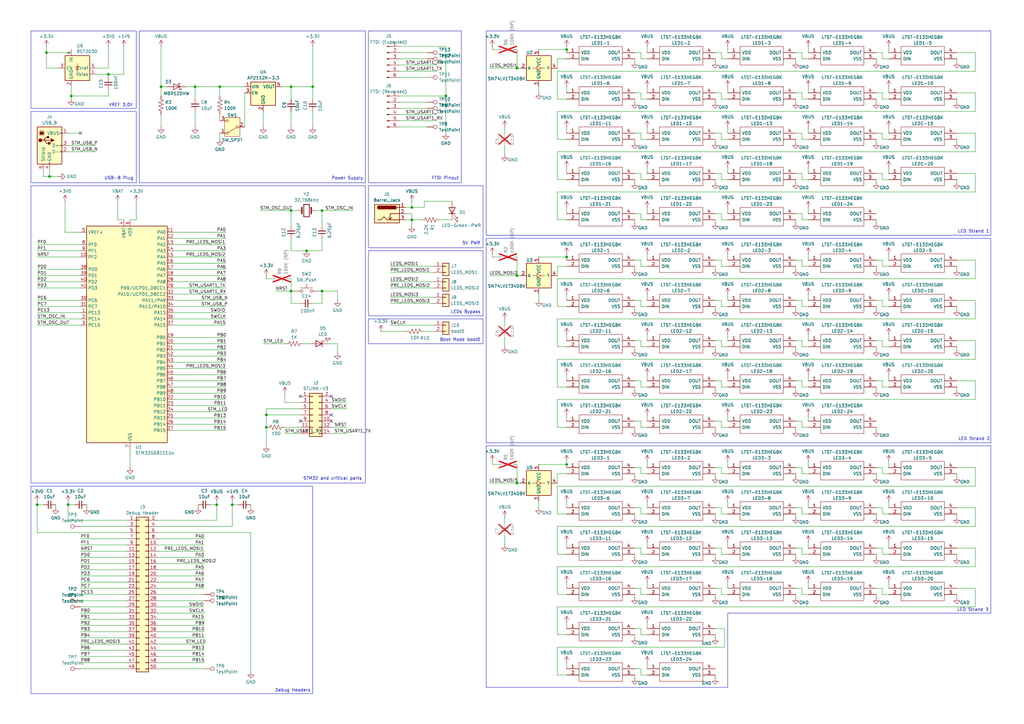
<source format=kicad_sch>
(kicad_sch (version 20231120) (generator "eeschema") (generator_version "8.0")
  (paper "A3")
  (title_block (title "Galaxy Sparkles") (date "2024-08-28") (rev "1.1") (comment 1 "CC-BY-SA 4.0"))
  (lib_symbols
    (symbol "Connector:Barrel_Jack_Switch_Pin3Ring" (pin_names hide)
      (property "Reference" "J" (at 0 5.334 0))
      (property "Value" "Barrel_Jack_Switch_Pin3Ring" (at 0 -5.08 0))
      (symbol "Barrel_Jack_Switch_Pin3Ring_1_1"
        (pin passive line (at 7.62 2.54 180) (length 2.54) (name "~") (number "1"))
        (pin passive line (at 7.62 0 180) (length 2.54) (name "~") (number "2"))
        (pin passive line (at 7.62 -2.54 180) (length 2.54) (name "~") (number "3"))
      )
    )
    (symbol "Connector:Conn_01x06_Pin" (pin_names (offset 1.016) hide)
      (property "Reference" "J" (at 0 7.62 0))
      (property "Value" "Conn_01x06_Pin" (at 0 -10.16 0))
      (symbol "Conn_01x06_Pin_1_1"
        (pin passive line (at 5.08 5.08 180) (length 3.81) (name "Pin_1") (number "1"))
        (pin passive line (at 5.08 2.54 180) (length 3.81) (name "Pin_2") (number "2"))
        (pin passive line (at 5.08 0 180) (length 3.81) (name "Pin_3") (number "3"))
        (pin passive line (at 5.08 -2.54 180) (length 3.81) (name "Pin_4") (number "4"))
        (pin passive line (at 5.08 -5.08 180) (length 3.81) (name "Pin_5") (number "5"))
        (pin passive line (at 5.08 -7.62 180) (length 3.81) (name "Pin_6") (number "6"))
      )
    )
    (symbol "Connector:TestPoint" (pin_numbers hide) (pin_names (offset 0.762) hide)
      (property "Reference" "TP" (at 0 6.858 0))
      (property "Value" "TestPoint" (at 0 5.08 0))
      (symbol "TestPoint_1_1"
        (pin passive line (at 0 0 90) (length 2.54) (name "1") (number "1"))
      )
    )
    (symbol "Connector:USB_B" (pin_names (offset 1.016))
      (property "Reference" "J" (at -5.08 11.43 0))
      (property "Value" "USB_B" (at -5.08 8.89 0))
      (symbol "USB_B_1_1"
        (pin power_out line (at 7.62 5.08 180) (length 2.54) (name "VBUS") (number "1"))
        (pin bidirectional line (at 7.62 -2.54 180) (length 2.54) (name "D-") (number "2"))
        (pin bidirectional line (at 7.62 0 180) (length 2.54) (name "D+") (number "3"))
        (pin power_out line (at 0 -10.16 90) (length 2.54) (name "GND") (number "4"))
        (pin passive line (at -2.54 -10.16 90) (length 2.54) (name "Shield") (number "5"))
      )
    )
    (symbol "Connector_Generic:Conn_01x02" (pin_names (offset 1.016) hide)
      (property "Reference" "J" (at 0 2.54 0))
      (property "Value" "Conn_01x02" (at 0 -5.08 0))
      (symbol "Conn_01x02_1_1"
        (pin passive line (at -5.08 0 0) (length 3.81) (name "Pin_1") (number "1"))
        (pin passive line (at -5.08 -2.54 0) (length 3.81) (name "Pin_2") (number "2"))
      )
    )
    (symbol "Connector_Generic:Conn_02x07_Odd_Even" (pin_names (offset 1.016) hide)
      (property "Reference" "J" (at 1.27 10.16 0))
      (property "Value" "Conn_02x07_Odd_Even" (at 1.27 -10.16 0))
      (symbol "Conn_02x07_Odd_Even_1_1"
        (pin passive line (at -5.08 7.62 0) (length 3.81) (name "Pin_1") (number "1"))
        (pin passive line (at 7.62 -2.54 180) (length 3.81) (name "Pin_10") (number "10"))
        (pin passive line (at -5.08 -5.08 0) (length 3.81) (name "Pin_11") (number "11"))
        (pin passive line (at 7.62 -5.08 180) (length 3.81) (name "Pin_12") (number "12"))
        (pin passive line (at -5.08 -7.62 0) (length 3.81) (name "Pin_13") (number "13"))
        (pin passive line (at 7.62 -7.62 180) (length 3.81) (name "Pin_14") (number "14"))
        (pin passive line (at 7.62 7.62 180) (length 3.81) (name "Pin_2") (number "2"))
        (pin passive line (at -5.08 5.08 0) (length 3.81) (name "Pin_3") (number "3"))
        (pin passive line (at 7.62 5.08 180) (length 3.81) (name "Pin_4") (number "4"))
        (pin passive line (at -5.08 2.54 0) (length 3.81) (name "Pin_5") (number "5"))
        (pin passive line (at 7.62 2.54 180) (length 3.81) (name "Pin_6") (number "6"))
        (pin passive line (at -5.08 0 0) (length 3.81) (name "Pin_7") (number "7"))
        (pin passive line (at 7.62 0 180) (length 3.81) (name "Pin_8") (number "8"))
        (pin passive line (at -5.08 -2.54 0) (length 3.81) (name "Pin_9") (number "9"))
      )
    )
    (symbol "Connector_Generic:Conn_02x25_Odd_Even" (pin_names (offset 1.016) hide)
      (property "Reference" "J" (at 1.27 33.02 0))
      (property "Value" "Conn_02x25_Odd_Even" (at 1.27 -33.02 0))
      (symbol "Conn_02x25_Odd_Even_1_1"
        (pin passive line (at -5.08 30.48 0) (length 3.81) (name "Pin_1") (number "1"))
        (pin passive line (at 7.62 20.32 180) (length 3.81) (name "Pin_10") (number "10"))
        (pin passive line (at -5.08 17.78 0) (length 3.81) (name "Pin_11") (number "11"))
        (pin passive line (at 7.62 17.78 180) (length 3.81) (name "Pin_12") (number "12"))
        (pin passive line (at -5.08 15.24 0) (length 3.81) (name "Pin_13") (number "13"))
        (pin passive line (at 7.62 15.24 180) (length 3.81) (name "Pin_14") (number "14"))
        (pin passive line (at -5.08 12.7 0) (length 3.81) (name "Pin_15") (number "15"))
        (pin passive line (at 7.62 12.7 180) (length 3.81) (name "Pin_16") (number "16"))
        (pin passive line (at -5.08 10.16 0) (length 3.81) (name "Pin_17") (number "17"))
        (pin passive line (at 7.62 10.16 180) (length 3.81) (name "Pin_18") (number "18"))
        (pin passive line (at -5.08 7.62 0) (length 3.81) (name "Pin_19") (number "19"))
        (pin passive line (at 7.62 30.48 180) (length 3.81) (name "Pin_2") (number "2"))
        (pin passive line (at 7.62 7.62 180) (length 3.81) (name "Pin_20") (number "20"))
        (pin passive line (at -5.08 5.08 0) (length 3.81) (name "Pin_21") (number "21"))
        (pin passive line (at 7.62 5.08 180) (length 3.81) (name "Pin_22") (number "22"))
        (pin passive line (at -5.08 2.54 0) (length 3.81) (name "Pin_23") (number "23"))
        (pin passive line (at 7.62 2.54 180) (length 3.81) (name "Pin_24") (number "24"))
        (pin passive line (at -5.08 0 0) (length 3.81) (name "Pin_25") (number "25"))
        (pin passive line (at 7.62 0 180) (length 3.81) (name "Pin_26") (number "26"))
        (pin passive line (at -5.08 -2.54 0) (length 3.81) (name "Pin_27") (number "27"))
        (pin passive line (at 7.62 -2.54 180) (length 3.81) (name "Pin_28") (number "28"))
        (pin passive line (at -5.08 -5.08 0) (length 3.81) (name "Pin_29") (number "29"))
        (pin passive line (at -5.08 27.94 0) (length 3.81) (name "Pin_3") (number "3"))
        (pin passive line (at 7.62 -5.08 180) (length 3.81) (name "Pin_30") (number "30"))
        (pin passive line (at -5.08 -7.62 0) (length 3.81) (name "Pin_31") (number "31"))
        (pin passive line (at 7.62 -7.62 180) (length 3.81) (name "Pin_32") (number "32"))
        (pin passive line (at -5.08 -10.16 0) (length 3.81) (name "Pin_33") (number "33"))
        (pin passive line (at 7.62 -10.16 180) (length 3.81) (name "Pin_34") (number "34"))
        (pin passive line (at -5.08 -12.7 0) (length 3.81) (name "Pin_35") (number "35"))
        (pin passive line (at 7.62 -12.7 180) (length 3.81) (name "Pin_36") (number "36"))
        (pin passive line (at -5.08 -15.24 0) (length 3.81) (name "Pin_37") (number "37"))
        (pin passive line (at 7.62 -15.24 180) (length 3.81) (name "Pin_38") (number "38"))
        (pin passive line (at -5.08 -17.78 0) (length 3.81) (name "Pin_39") (number "39"))
        (pin passive line (at 7.62 27.94 180) (length 3.81) (name "Pin_4") (number "4"))
        (pin passive line (at 7.62 -17.78 180) (length 3.81) (name "Pin_40") (number "40"))
        (pin passive line (at -5.08 -20.32 0) (length 3.81) (name "Pin_41") (number "41"))
        (pin passive line (at 7.62 -20.32 180) (length 3.81) (name "Pin_42") (number "42"))
        (pin passive line (at -5.08 -22.86 0) (length 3.81) (name "Pin_43") (number "43"))
        (pin passive line (at 7.62 -22.86 180) (length 3.81) (name "Pin_44") (number "44"))
        (pin passive line (at -5.08 -25.4 0) (length 3.81) (name "Pin_45") (number "45"))
        (pin passive line (at 7.62 -25.4 180) (length 3.81) (name "Pin_46") (number "46"))
        (pin passive line (at -5.08 -27.94 0) (length 3.81) (name "Pin_47") (number "47"))
        (pin passive line (at 7.62 -27.94 180) (length 3.81) (name "Pin_48") (number "48"))
        (pin passive line (at -5.08 -30.48 0) (length 3.81) (name "Pin_49") (number "49"))
        (pin passive line (at -5.08 25.4 0) (length 3.81) (name "Pin_5") (number "5"))
        (pin passive line (at 7.62 -30.48 180) (length 3.81) (name "Pin_50") (number "50"))
        (pin passive line (at 7.62 25.4 180) (length 3.81) (name "Pin_6") (number "6"))
        (pin passive line (at -5.08 22.86 0) (length 3.81) (name "Pin_7") (number "7"))
        (pin passive line (at 7.62 22.86 180) (length 3.81) (name "Pin_8") (number "8"))
        (pin passive line (at -5.08 20.32 0) (length 3.81) (name "Pin_9") (number "9"))
      )
    )
    (symbol "Device:C_Small" (pin_numbers hide) (pin_names (offset 0.254) hide)
      (property "Reference" "C" (at 0.254 1.778 0))
      (property "Value" "C_Small" (at 0.254 -2.032 0))
      (symbol "C_Small_1_1"
        (pin passive line (at 0 2.54 270) (length 2.032) (name "~") (number "1"))
        (pin passive line (at 0 -2.54 90) (length 2.032) (name "~") (number "2"))
      )
    )
    (symbol "Device:Crystal" (pin_numbers hide) (pin_names (offset 1.016) hide)
      (property "Reference" "Y" (at 0 3.81 0))
      (property "Value" "Crystal" (at 0 -3.81 0))
      (symbol "Crystal_1_1"
        (pin passive line (at -3.81 0 0) (length 1.27) (name "1") (number "1"))
        (pin passive line (at 3.81 0 180) (length 1.27) (name "2") (number "2"))
      )
    )
    (symbol "Device:LED" (pin_numbers hide) (pin_names (offset 1.016) hide)
      (property "Reference" "D" (at 0 2.54 0))
      (property "Value" "LED" (at 0 -2.54 0))
      (symbol "LED_1_1"
        (pin passive line (at -3.81 0 0) (length 2.54) (name "K") (number "1"))
        (pin passive line (at 3.81 0 180) (length 2.54) (name "A") (number "2"))
      )
    )
    (symbol "Device:R_US" (pin_numbers hide) (pin_names (offset 0))
      (property "Reference" "R" (at 2.54 0 90))
      (property "Value" "R_US" (at -2.54 0 90))
      (symbol "R_US_1_1"
        (pin passive line (at 0 3.81 270) (length 1.27) (name "~") (number "1"))
        (pin passive line (at 0 -3.81 90) (length 1.27) (name "~") (number "2"))
      )
    )
    (symbol "Diode:MBR1020VL" (pin_numbers hide) (pin_names hide)
      (property "Reference" "D" (at 0 2.54 0))
      (property "Value" "MBR1020VL" (at 0 -2.54 0))
      (symbol "MBR1020VL_1_1"
        (pin passive line (at -3.81 0 0) (length 2.54) (name "K") (number "1"))
        (pin passive line (at 3.81 0 180) (length 2.54) (name "A") (number "2"))
      )
    )
    (symbol "LTST-E133HEGBK:LTST-E133HEGBK" (pin_names (offset 0.762))
      (property "Reference" "LED" (at 24.13 7.62 0))
      (property "Value" "LTST-E133HEGBK" (at 24.13 5.08 0))
      (symbol "LTST-E133HEGBK_0_0"
        (pin passive line (at 0 -2.54 0) (length 5.08) (name "VDD") (number "1"))
        (pin passive line (at 0 0 0) (length 5.08) (name "DIN") (number "2"))
        (pin passive line (at 27.94 0 180) (length 5.08) (name "VSS") (number "3"))
        (pin passive line (at 27.94 -2.54 180) (length 5.08) (name "DOUT") (number "4"))
      )
    )
    (symbol "Logic_LevelTranslator:SN74LV1T34DBV"
      (property "Reference" "U" (at 5.08 6.35 0))
      (property "Value" "SN74LV1T34DBV" (at 5.08 3.81 0))
      (symbol "SN74LV1T34DBV_1_1"
        (pin no_connect line (at -5.08 2.54 0) (length 2.54) hide (name "NC") (number "1"))
        (pin input line (at -7.62 0 0) (length 2.54) (name "A") (number "2"))
        (pin power_in line (at 0 -7.62 90) (length 2.54) (name "GND") (number "3"))
        (pin output line (at 7.62 0 180) (length 2.54) (name "Y") (number "4"))
        (pin power_in line (at 0 7.62 270) (length 2.54) (name "VCC") (number "5"))
      )
    )
    (symbol "MCU_ST_STM32G0:STM32G0B1CEUx"
      (property "Reference" "U" (at -15.24 46.99 0))
      (property "Value" "STM32G0B1CEUx" (at 5.08 46.99 0))
      (symbol "STM32G0B1CEUx_1_1"
        (pin bidirectional line (at -17.78 10.16 0) (length 2.54) (name "PC13") (number "1"))
        (pin bidirectional line (at -17.78 33.02 0) (length 2.54) (name "PF2") (number "10"))
        (pin bidirectional line (at 20.32 43.18 180) (length 2.54) (name "PA0") (number "11"))
        (pin bidirectional line (at 20.32 40.64 180) (length 2.54) (name "PA1") (number "12"))
        (pin bidirectional line (at 20.32 38.1 180) (length 2.54) (name "PA2") (number "13"))
        (pin bidirectional line (at 20.32 35.56 180) (length 2.54) (name "PA3") (number "14"))
        (pin bidirectional line (at 20.32 33.02 180) (length 2.54) (name "PA4") (number "15"))
        (pin bidirectional line (at 20.32 30.48 180) (length 2.54) (name "PA5") (number "16"))
        (pin bidirectional line (at 20.32 27.94 180) (length 2.54) (name "PA6") (number "17"))
        (pin bidirectional line (at 20.32 25.4 180) (length 2.54) (name "PA7") (number "18"))
        (pin bidirectional line (at 20.32 0 180) (length 2.54) (name "PB0") (number "19"))
        (pin bidirectional line (at -17.78 7.62 0) (length 2.54) (name "PC14") (number "2"))
        (pin bidirectional line (at 20.32 -2.54 180) (length 2.54) (name "PB1") (number "20"))
        (pin bidirectional line (at 20.32 -5.08 180) (length 2.54) (name "PB2") (number "21"))
        (pin bidirectional line (at 20.32 -25.4 180) (length 2.54) (name "PB10") (number "22"))
        (pin bidirectional line (at 20.32 -27.94 180) (length 2.54) (name "PB11") (number "23"))
        (pin bidirectional line (at 20.32 -30.48 180) (length 2.54) (name "PB12") (number "24"))
        (pin bidirectional line (at 20.32 -33.02 180) (length 2.54) (name "PB13") (number "25"))
        (pin bidirectional line (at 20.32 -35.56 180) (length 2.54) (name "PB14") (number "26"))
        (pin bidirectional line (at 20.32 -38.1 180) (length 2.54) (name "PB15") (number "27"))
        (pin bidirectional line (at 20.32 22.86 180) (length 2.54) (name "PA8") (number "28"))
        (pin bidirectional line (at 20.32 20.32 180) (length 2.54) (name "PA9/UCPD1_DBCC1") (number "29"))
        (pin bidirectional line (at -17.78 5.08 0) (length 2.54) (name "PC15") (number "3"))
        (pin bidirectional line (at -17.78 15.24 0) (length 2.54) (name "PC6") (number "30"))
        (pin bidirectional line (at -17.78 12.7 0) (length 2.54) (name "PC7") (number "31"))
        (pin bidirectional line (at 20.32 17.78 180) (length 2.54) (name "PA10/UCPD1_DBCC2") (number "32"))
        (pin bidirectional line (at 20.32 15.24 180) (length 2.54) (name "PA11/PA9") (number "33"))
        (pin bidirectional line (at 20.32 12.7 180) (length 2.54) (name "PA12/PA10") (number "34"))
        (pin bidirectional line (at 20.32 10.16 180) (length 2.54) (name "PA13") (number "35"))
        (pin bidirectional line (at 20.32 7.62 180) (length 2.54) (name "PA14") (number "36"))
        (pin bidirectional line (at 20.32 5.08 180) (length 2.54) (name "PA15") (number "37"))
        (pin bidirectional line (at -17.78 27.94 0) (length 2.54) (name "PD0") (number "38"))
        (pin bidirectional line (at -17.78 25.4 0) (length 2.54) (name "PD1") (number "39"))
        (pin power_in line (at 0 48.26 270) (length 2.54) (name "VBAT") (number "4"))
        (pin bidirectional line (at -17.78 22.86 0) (length 2.54) (name "PD2") (number "40"))
        (pin bidirectional line (at -17.78 20.32 0) (length 2.54) (name "PD3") (number "41"))
        (pin bidirectional line (at 20.32 -7.62 180) (length 2.54) (name "PB3") (number "42"))
        (pin bidirectional line (at 20.32 -10.16 180) (length 2.54) (name "PB4") (number "43"))
        (pin bidirectional line (at 20.32 -12.7 180) (length 2.54) (name "PB5") (number "44"))
        (pin bidirectional line (at 20.32 -15.24 180) (length 2.54) (name "PB6") (number "45"))
        (pin bidirectional line (at 20.32 -17.78 180) (length 2.54) (name "PB7") (number "46"))
        (pin bidirectional line (at 20.32 -20.32 180) (length 2.54) (name "PB8") (number "47"))
        (pin bidirectional line (at 20.32 -22.86 180) (length 2.54) (name "PB9") (number "48"))
        (pin passive line (at 2.54 -45.72 90) (length 2.54) hide (name "VSS") (number "49"))
        (pin input line (at -17.78 43.18 0) (length 2.54) (name "VREF+") (number "5"))
        (pin power_in line (at 2.54 48.26 270) (length 2.54) (name "VDD") (number "6"))
        (pin power_in line (at 2.54 -45.72 90) (length 2.54) (name "VSS") (number "7"))
        (pin bidirectional line (at -17.78 38.1 0) (length 2.54) (name "PF0") (number "8"))
        (pin bidirectional line (at -17.78 35.56 0) (length 2.54) (name "PF1") (number "9"))
      )
    )
    (symbol "Reference_Voltage:REF2030"
      (property "Reference" "U?" (at 5.08 7.62 0))
      (property "Value" "REF2030" (at -2.54 7.62 0))
      (symbol "REF2030_1_1"
        (pin output line (at 7.62 -2.54 180) (length 2.54) (name "Vbias") (number "1"))
        (pin power_in line (at -2.54 -7.62 90) (length 2.54) (name "GND") (number "2"))
        (pin input line (at -7.62 0 0) (length 2.54) (name "EN") (number "3"))
        (pin power_in line (at -2.54 7.62 270) (length 2.54) (name "IN") (number "4"))
        (pin output line (at 7.62 0 180) (length 2.54) (name "Vref") (number "5"))
      )
    )
    (symbol "Regulator_Linear:AP2112K-3.3" (pin_names (offset 0.254))
      (property "Reference" "U" (at -5.08 5.715 0))
      (property "Value" "AP2112K-3.3" (at 0 5.715 0))
      (symbol "AP2112K-3.3_1_1"
        (pin power_in line (at -7.62 2.54 0) (length 2.54) (name "VIN") (number "1"))
        (pin power_in line (at 0 -7.62 90) (length 2.54) (name "GND") (number "2"))
        (pin input line (at -7.62 0 0) (length 2.54) (name "EN") (number "3"))
        (pin no_connect line (at 5.08 0 180) (length 2.54) hide (name "NC") (number "4"))
        (pin power_out line (at 7.62 2.54 180) (length 2.54) (name "VOUT") (number "5"))
      )
    )
    (symbol "Switch:SW_Push" (pin_numbers hide) (pin_names (offset 1.016) hide)
      (property "Reference" "SW" (at 1.27 2.54 0))
      (property "Value" "SW_Push" (at 0 -1.524 0))
      (symbol "SW_Push_0_1"
        (pin passive line (at -5.08 0 0) (length 2.54) (name "1") (number "1"))
        (pin passive line (at 5.08 0 180) (length 2.54) (name "2") (number "2"))
      )
    )
    (symbol "Switch:SW_SPDT" (pin_names (offset 0) hide)
      (property "Reference" "SW" (at 0 5.08 0))
      (property "Value" "SW_SPDT" (at 0 -5.08 0))
      (symbol "SW_SPDT_1_1"
        (pin passive line (at 5.08 2.54 180) (length 2.54) (name "A") (number "1"))
        (pin passive line (at -5.08 0 0) (length 2.54) (name "B") (number "2"))
        (pin passive line (at 5.08 -2.54 180) (length 2.54) (name "C") (number "3"))
      )
    )
    (symbol "power:+1V5" (power) (pin_numbers hide) (pin_names (offset 0) hide)
      (property "Value" "+1V5" (at 0 3.556 0))
      (symbol "+1V5_1_1"
        (pin power_in line (at 0 0 90) (length 0) (name "~") (number "1"))
      )
    )
    (symbol "power:+3.3V" (power) (pin_numbers hide) (pin_names (offset 0) hide)
      (property "Value" "+3.3V" (at 0 3.556 0))
      (symbol "+3.3V_1_1"
        (pin power_in line (at 0 0 90) (length 0) (name "~") (number "1"))
      )
    )
    (symbol "power:+3V0" (power) (pin_numbers hide) (pin_names (offset 0) hide)
      (property "Value" "+3V0" (at 0 3.556 0))
      (symbol "+3V0_1_1"
        (pin power_in line (at 0 0 90) (length 0) (name "~") (number "1"))
      )
    )
    (symbol "power:GND" (power) (pin_numbers hide) (pin_names (offset 0) hide)
      (property "Value" "GND" (at 0 -3.81 0))
      (symbol "GND_1_1"
        (pin power_in line (at 0 0 270) (length 0) (name "~") (number "1"))
      )
    )
    (symbol "power:VBUS" (power) (pin_numbers hide) (pin_names (offset 0) hide)
      (property "Value" "VBUS" (at 0 3.556 0))
      (symbol "VBUS_1_1"
        (pin power_in line (at 0 0 90) (length 0) (name "~") (number "1"))
      )
    )
  )
  (junction (at 125.73 102.87))
  (junction (at 168.91 85.09))
  (junction (at 132.08 119.38))
  (junction (at 44.45 30.48))
  (junction (at 212.09 113.03))
  (junction (at 80.01 35.56))
  (junction (at 20.32 72.39))
  (junction (at 232.41 190.5))
  (junction (at 119.38 35.56))
  (junction (at 29.21 39.37))
  (junction (at 128.27 35.56))
  (junction (at 27.94 207.01))
  (junction (at 182.88 39.37))
  (junction (at 212.09 27.94))
  (junction (at 88.9 207.01))
  (junction (at 15.24 207.01))
  (junction (at 212.09 198.12))
  (junction (at 168.91 90.17))
  (junction (at 19.05 21.59))
  (junction (at 109.22 170.18))
  (junction (at 232.41 105.41))
  (junction (at 95.25 207.01))
  (junction (at 132.08 86.36))
  (junction (at 119.38 86.36))
  (junction (at 232.41 20.32))
  (junction (at 109.22 175.26))
  (junction (at 90.17 35.56))
  (junction (at 66.04 35.56))
  (junction (at 119.38 119.38))
  (no_connect (at 135.89 172.72))
  (no_connect (at 33.02 54.61))
  (no_connect (at 135.89 170.18))
  (no_connect (at 123.19 162.56))
  (no_connect (at 135.89 162.56))
  (no_connect (at 123.19 172.72))
  (wire (pts (xy 265.43 85.09) (xy 265.43 87.63)))
  (wire (pts (xy 328.93 210.82) (xy 331.47 210.82)))
  (wire (pts (xy 88.9 205.74) (xy 88.9 207.01)))
  (wire (pts (xy 201.93 20.32) (xy 204.47 20.32)))
  (wire (pts (xy 200.66 113.03) (xy 212.09 113.03)))
  (wire (pts (xy 71.12 140.97) (xy 92.71 140.97)))
  (wire (pts (xy 328.93 243.84) (xy 331.47 243.84)))
  (wire (pts (xy 392.43 57.15) (xy 392.43 58.42)))
  (wire (pts (xy 295.91 241.3) (xy 295.91 243.84)))
  (wire (pts (xy 400.05 156.21) (xy 400.05 163.83)))
  (wire (pts (xy 200.66 198.12) (xy 212.09 198.12)))
  (wire (pts (xy 361.95 24.13) (xy 364.49 24.13)))
  (wire (pts (xy 361.95 71.12) (xy 361.95 73.66)))
  (polyline (pts (xy 406.4 182.88) (xy 406.4 251.46)))
  (wire (pts (xy 400.05 71.12) (xy 400.05 78.74)))
  (wire (pts (xy 232.41 20.32) (xy 232.41 21.59)))
  (wire (pts (xy 71.12 120.65) (xy 92.71 120.65)))
  (wire (pts (xy 262.89 87.63) (xy 262.89 90.17)))
  (wire (pts (xy 361.95 109.22) (xy 364.49 109.22)))
  (wire (pts (xy 64.77 246.38) (xy 83.82 246.38)))
  (wire (pts (xy 392.43 241.3) (xy 400.05 241.3)))
  (wire (pts (xy 27.94 54.61) (xy 33.02 54.61)))
  (wire (pts (xy 260.35 260.35) (xy 260.35 261.62)))
  (wire (pts (xy 400.05 54.61) (xy 400.05 62.23)))
  (wire (pts (xy 328.93 224.79) (xy 328.93 227.33)))
  (wire (pts (xy 232.41 190.5) (xy 232.41 191.77)))
  (wire (pts (xy 260.35 40.64) (xy 260.35 41.91)))
  (wire (pts (xy 107.95 140.97) (xy 116.84 140.97)))
  (wire (pts (xy 361.95 194.31) (xy 364.49 194.31)))
  (wire (pts (xy 293.37 71.12) (xy 295.91 71.12)))
  (wire (pts (xy 228.6 24.13) (xy 232.41 24.13)))
  (wire (pts (xy 293.37 276.86) (xy 293.37 278.13)))
  (wire (pts (xy 86.36 207.01) (xy 88.9 207.01)))
  (wire (pts (xy 295.91 175.26) (xy 298.45 175.26)))
  (wire (pts (xy 71.12 118.11) (xy 92.71 118.11)))
  (wire (pts (xy 201.93 105.41) (xy 204.47 105.41)))
  (wire (pts (xy 298.45 52.07) (xy 298.45 54.61)))
  (wire (pts (xy 260.35 227.33) (xy 260.35 228.6)))
  (wire (pts (xy 228.6 109.22) (xy 232.41 109.22)))
  (wire (pts (xy 228.6 125.73) (xy 232.41 125.73)))
  (wire (pts (xy 328.93 194.31) (xy 331.47 194.31)))
  (wire (pts (xy 212.09 27.94) (xy 213.36 27.94)))
  (wire (pts (xy 64.77 259.08) (xy 83.82 259.08)))
  (wire (pts (xy 64.77 215.9) (xy 95.25 215.9)))
  (wire (pts (xy 298.45 238.76) (xy 298.45 241.3)))
  (wire (pts (xy 128.27 19.05) (xy 128.27 35.56)))
  (wire (pts (xy 64.77 233.68) (xy 83.82 233.68)))
  (wire (pts (xy 359.41 125.73) (xy 359.41 127)))
  (wire (pts (xy 119.38 114.3) (xy 119.38 119.38)))
  (wire (pts (xy 400.05 29.21) (xy 228.6 29.21)))
  (wire (pts (xy 328.93 241.3) (xy 328.93 243.84)))
  (wire (pts (xy 119.38 35.56) (xy 119.38 40.64)))
  (wire (pts (xy 260.35 276.86) (xy 260.35 278.13)))
  (wire (pts (xy 295.91 194.31) (xy 298.45 194.31)))
  (wire (pts (xy 109.22 175.26) (xy 109.22 182.88)))
  (wire (pts (xy 326.39 224.79) (xy 328.93 224.79)))
  (wire (pts (xy 361.95 125.73) (xy 364.49 125.73)))
  (wire (pts (xy 109.22 114.3) (xy 111.76 114.3)))
  (wire (pts (xy 100.33 38.1) (xy 100.33 52.07)))
  (wire (pts (xy 232.41 120.65) (xy 232.41 123.19)))
  (wire (pts (xy 66.04 35.56) (xy 66.04 39.37)))
  (wire (pts (xy 64.77 274.32) (xy 83.82 274.32)))
  (wire (pts (xy 262.89 210.82) (xy 265.43 210.82)))
  (wire (pts (xy 328.93 71.12) (xy 328.93 73.66)))
  (wire (pts (xy 228.6 62.23) (xy 228.6 73.66)))
  (wire (pts (xy 262.89 243.84) (xy 265.43 243.84)))
  (wire (pts (xy 90.17 35.56) (xy 90.17 39.37)))
  (wire (pts (xy 200.66 27.94) (xy 212.09 27.94)))
  (wire (pts (xy 90.17 35.56) (xy 100.33 35.56)))
  (wire (pts (xy 260.35 156.21) (xy 262.89 156.21)))
  (wire (pts (xy 212.09 20.32) (xy 212.09 27.94)))
  (wire (pts (xy 260.35 73.66) (xy 260.35 74.93)))
  (wire (pts (xy 262.89 21.59) (xy 262.89 24.13)))
  (wire (pts (xy 228.6 29.21) (xy 228.6 40.64)))
  (wire (pts (xy 295.91 191.77) (xy 295.91 194.31)))
  (wire (pts (xy 364.49 137.16) (xy 364.49 139.7)))
  (wire (pts (xy 71.12 161.29) (xy 92.71 161.29)))
  (wire (pts (xy 109.22 167.64) (xy 123.19 167.64)))
  (wire (pts (xy 15.24 102.87) (xy 33.02 102.87)))
  (wire (pts (xy 27.94 213.36) (xy 27.94 207.01)))
  (wire (pts (xy 33.02 233.68) (xy 52.07 233.68)))
  (wire (pts (xy 168.91 85.09) (xy 173.99 85.09)))
  (wire (pts (xy 293.37 227.33) (xy 293.37 228.6)))
  (wire (pts (xy 35.56 207.01) (xy 35.56 208.28)))
  (wire (pts (xy 132.08 124.46) (xy 132.08 119.38)))
  (wire (pts (xy 71.12 102.87) (xy 92.71 102.87)))
  (wire (pts (xy 265.43 255.27) (xy 265.43 257.81)))
  (wire (pts (xy 33.02 248.92) (xy 52.07 248.92)))
  (wire (pts (xy 260.35 38.1) (xy 262.89 38.1)))
  (wire (pts (xy 328.93 90.17) (xy 331.47 90.17)))
  (wire (pts (xy 359.41 21.59) (xy 361.95 21.59)))
  (wire (pts (xy 19.05 21.59) (xy 29.21 21.59)))
  (wire (pts (xy 326.39 191.77) (xy 328.93 191.77)))
  (wire (pts (xy 48.26 90.17) (xy 50.8 90.17)))
  (wire (pts (xy 295.91 224.79) (xy 295.91 227.33)))
  (wire (pts (xy 328.93 158.75) (xy 331.47 158.75)))
  (wire (pts (xy 361.95 210.82) (xy 364.49 210.82)))
  (wire (pts (xy 228.6 158.75) (xy 232.41 158.75)))
  (wire (pts (xy 293.37 24.13) (xy 293.37 25.4)))
  (wire (pts (xy 392.43 191.77) (xy 400.05 191.77)))
  (wire (pts (xy 293.37 142.24) (xy 293.37 143.51)))
  (wire (pts (xy 95.25 207.01) (xy 97.79 207.01)))
  (wire (pts (xy 260.35 54.61) (xy 262.89 54.61)))
  (wire (pts (xy 33.02 231.14) (xy 52.07 231.14)))
  (wire (pts (xy 293.37 191.77) (xy 295.91 191.77)))
  (wire (pts (xy 298.45 35.56) (xy 298.45 38.1)))
  (wire (pts (xy 50.8 30.48) (xy 50.8 19.05)))
  (wire (pts (xy 232.41 35.56) (xy 232.41 38.1)))
  (wire (pts (xy 123.19 165.1) (xy 116.84 165.1)))
  (wire (pts (xy 207.01 212.09) (xy 207.01 214.63)))
  (wire (pts (xy 64.77 256.54) (xy 83.82 256.54)))
  (wire (pts (xy 295.91 106.68) (xy 295.91 109.22)))
  (wire (pts (xy 298.45 153.67) (xy 298.45 156.21)))
  (wire (pts (xy 102.87 218.44) (xy 102.87 275.59)))
  (wire (pts (xy 326.39 227.33) (xy 326.39 228.6)))
  (wire (pts (xy 228.6 175.26) (xy 232.41 175.26)))
  (wire (pts (xy 123.19 177.8) (xy 116.84 177.8)))
  (wire (pts (xy 17.78 72.39) (xy 20.32 72.39)))
  (wire (pts (xy 119.38 86.36) (xy 121.92 86.36)))
  (wire (pts (xy 359.41 243.84) (xy 359.41 245.11)))
  (wire (pts (xy 326.39 73.66) (xy 326.39 74.93)))
  (wire (pts (xy 119.38 86.36) (xy 119.38 92.71)))
  (wire (pts (xy 132.08 86.36) (xy 129.54 86.36)))
  (wire (pts (xy 33.02 259.08) (xy 52.07 259.08)))
  (wire (pts (xy 262.89 24.13) (xy 265.43 24.13)))
  (wire (pts (xy 326.39 40.64) (xy 326.39 41.91)))
  (wire (pts (xy 201.93 19.05) (xy 201.93 20.32)))
  (wire (pts (xy 361.95 106.68) (xy 361.95 109.22)))
  (wire (pts (xy 262.89 227.33) (xy 265.43 227.33)))
  (wire (pts (xy 359.41 175.26) (xy 359.41 176.53)))
  (wire (pts (xy 71.12 138.43) (xy 92.71 138.43)))
  (wire (pts (xy 220.98 205.74) (xy 220.98 208.28)))
  (wire (pts (xy 295.91 87.63) (xy 295.91 90.17)))
  (wire (pts (xy 400.05 208.28) (xy 400.05 215.9)))
  (wire (pts (xy 328.93 54.61) (xy 328.93 57.15)))
  (wire (pts (xy 331.47 52.07) (xy 331.47 54.61)))
  (wire (pts (xy 220.98 20.32) (xy 232.41 20.32)))
  (wire (pts (xy 64.77 254) (xy 83.82 254)))
  (wire (pts (xy 163.83 29.21) (xy 179.07 29.21)))
  (wire (pts (xy 331.47 153.67) (xy 331.47 156.21)))
  (wire (pts (xy 24.13 27.94) (xy 19.05 27.94)))
  (wire (pts (xy 265.43 238.76) (xy 265.43 241.3)))
  (wire (pts (xy 400.05 163.83) (xy 228.6 163.83)))
  (wire (pts (xy 228.6 276.86) (xy 232.41 276.86)))
  (wire (pts (xy 26.67 82.55) (xy 26.67 95.25)))
  (wire (pts (xy 331.47 205.74) (xy 331.47 208.28)))
  (polyline (pts (xy 199.39 182.88) (xy 406.4 182.88)))
  (wire (pts (xy 262.89 90.17) (xy 265.43 90.17)))
  (wire (pts (xy 15.24 133.35) (xy 33.02 133.35)))
  (wire (pts (xy 326.39 210.82) (xy 326.39 212.09)))
  (wire (pts (xy 293.37 57.15) (xy 293.37 58.42)))
  (wire (pts (xy 364.49 205.74) (xy 364.49 208.28)))
  (wire (pts (xy 95.25 207.01) (xy 95.25 215.9)))
  (wire (pts (xy 262.89 38.1) (xy 262.89 40.64)))
  (wire (pts (xy 44.45 39.37) (xy 29.21 39.37)))
  (wire (pts (xy 173.99 85.09) (xy 173.99 82.55)))
  (wire (pts (xy 298.45 137.16) (xy 298.45 139.7)))
  (wire (pts (xy 90.17 46.99) (xy 90.17 49.53)))
  (polyline (pts (xy 212.09 281.94) (xy 298.45 281.94)))
  (wire (pts (xy 64.77 261.62) (xy 83.82 261.62)))
  (wire (pts (xy 132.08 86.36) (xy 144.78 86.36)))
  (wire (pts (xy 298.45 85.09) (xy 298.45 87.63)))
  (wire (pts (xy 326.39 109.22) (xy 326.39 110.49)))
  (wire (pts (xy 48.26 82.55) (xy 48.26 90.17)))
  (wire (pts (xy 331.47 120.65) (xy 331.47 123.19)))
  (wire (pts (xy 113.03 119.38) (xy 119.38 119.38)))
  (wire (pts (xy 173.99 82.55) (xy 185.42 82.55)))
  (wire (pts (xy 293.37 109.22) (xy 293.37 110.49)))
  (wire (pts (xy 326.39 125.73) (xy 326.39 127)))
  (wire (pts (xy 27.94 62.23) (xy 39.37 62.23)))
  (wire (pts (xy 228.6 198.12) (xy 228.6 194.31)))
  (wire (pts (xy 228.6 215.9) (xy 228.6 227.33)))
  (wire (pts (xy 364.49 153.67) (xy 364.49 156.21)))
  (wire (pts (xy 163.83 31.75) (xy 175.26 31.75)))
  (wire (pts (xy 201.93 190.5) (xy 204.47 190.5)))
  (wire (pts (xy 392.43 208.28) (xy 400.05 208.28)))
  (wire (pts (xy 33.02 223.52) (xy 52.07 223.52)))
  (wire (pts (xy 361.95 123.19) (xy 361.95 125.73)))
  (wire (pts (xy 359.41 194.31) (xy 359.41 195.58)))
  (wire (pts (xy 328.93 87.63) (xy 328.93 90.17)))
  (wire (pts (xy 295.91 40.64) (xy 298.45 40.64)))
  (wire (pts (xy 298.45 19.05) (xy 298.45 21.59)))
  (wire (pts (xy 326.39 142.24) (xy 326.39 143.51)))
  (wire (pts (xy 293.37 260.35) (xy 293.37 261.62)))
  (wire (pts (xy 53.34 90.17) (xy 55.88 90.17)))
  (wire (pts (xy 326.39 139.7) (xy 328.93 139.7)))
  (wire (pts (xy 293.37 87.63) (xy 295.91 87.63)))
  (wire (pts (xy 260.35 57.15) (xy 260.35 58.42)))
  (wire (pts (xy 262.89 241.3) (xy 262.89 243.84)))
  (wire (pts (xy 163.83 39.37) (xy 182.88 39.37)))
  (wire (pts (xy 262.89 57.15) (xy 265.43 57.15)))
  (wire (pts (xy 265.43 153.67) (xy 265.43 156.21)))
  (wire (pts (xy 328.93 57.15) (xy 331.47 57.15)))
  (wire (pts (xy 207.01 52.07) (xy 207.01 54.61)))
  (wire (pts (xy 232.41 189.23) (xy 232.41 190.5)))
  (wire (pts (xy 260.35 87.63) (xy 262.89 87.63)))
  (wire (pts (xy 232.41 105.41) (xy 232.41 106.68)))
  (wire (pts (xy 260.35 71.12) (xy 262.89 71.12)))
  (wire (pts (xy 109.22 113.03) (xy 109.22 114.3)))
  (wire (pts (xy 361.95 38.1) (xy 361.95 40.64)))
  (wire (pts (xy 359.41 54.61) (xy 361.95 54.61)))
  (wire (pts (xy 400.05 241.3) (xy 400.05 248.92)))
  (wire (pts (xy 201.93 189.23) (xy 201.93 190.5)))
  (wire (pts (xy 212.09 190.5) (xy 212.09 198.12)))
  (wire (pts (xy 160.02 109.22) (xy 177.8 109.22)))
  (wire (pts (xy 166.37 90.17) (xy 168.91 90.17)))
  (wire (pts (xy 207.01 138.43) (xy 207.01 142.24)))
  (wire (pts (xy 326.39 241.3) (xy 328.93 241.3)))
  (wire (pts (xy 232.41 222.25) (xy 232.41 224.79)))
  (wire (pts (xy 33.02 238.76) (xy 52.07 238.76)))
  (wire (pts (xy 361.95 241.3) (xy 361.95 243.84)))
  (polyline (pts (xy 199.39 182.88) (xy 199.39 281.94)))
  (wire (pts (xy 64.77 243.84) (xy 83.82 243.84)))
  (wire (pts (xy 71.12 173.99) (xy 92.71 173.99)))
  (wire (pts (xy 326.39 158.75) (xy 326.39 160.02)))
  (wire (pts (xy 163.83 24.13) (xy 175.26 24.13)))
  (wire (pts (xy 160.02 115.57) (xy 177.8 115.57)))
  (wire (pts (xy 124.46 140.97) (xy 127 140.97)))
  (wire (pts (xy 361.95 54.61) (xy 361.95 57.15)))
  (wire (pts (xy 64.77 231.14) (xy 83.82 231.14)))
  (wire (pts (xy 220.98 120.65) (xy 220.98 123.19)))
  (wire (pts (xy 265.43 271.78) (xy 265.43 274.32)))
  (wire (pts (xy 364.49 19.05) (xy 364.49 21.59)))
  (wire (pts (xy 180.34 90.17) (xy 185.42 90.17)))
  (wire (pts (xy 400.05 21.59) (xy 400.05 29.21)))
  (wire (pts (xy 293.37 123.19) (xy 295.91 123.19)))
  (wire (pts (xy 33.02 274.32) (xy 52.07 274.32)))
  (wire (pts (xy 295.91 210.82) (xy 298.45 210.82)))
  (wire (pts (xy 44.45 30.48) (xy 50.8 30.48)))
  (wire (pts (xy 293.37 38.1) (xy 295.91 38.1)))
  (wire (pts (xy 298.45 104.14) (xy 298.45 106.68)))
  (wire (pts (xy 81.28 207.01) (xy 81.28 208.28)))
  (wire (pts (xy 182.88 39.37) (xy 182.88 54.61)))
  (wire (pts (xy 71.12 171.45) (xy 92.71 171.45)))
  (wire (pts (xy 163.83 44.45) (xy 175.26 44.45)))
  (wire (pts (xy 64.77 269.24) (xy 83.82 269.24)))
  (wire (pts (xy 262.89 224.79) (xy 262.89 227.33)))
  (wire (pts (xy 392.43 158.75) (xy 392.43 160.02)))
  (wire (pts (xy 262.89 142.24) (xy 265.43 142.24)))
  (wire (pts (xy 392.43 156.21) (xy 400.05 156.21)))
  (wire (pts (xy 293.37 125.73) (xy 293.37 127)))
  (wire (pts (xy 66.04 35.56) (xy 68.58 35.56)))
  (wire (pts (xy 71.12 123.19) (xy 92.71 123.19)))
  (wire (pts (xy 90.17 54.61) (xy 90.17 57.15)))
  (wire (pts (xy 71.12 151.13) (xy 92.71 151.13)))
  (wire (pts (xy 163.83 49.53) (xy 179.07 49.53)))
  (wire (pts (xy 260.35 175.26) (xy 260.35 176.53)))
  (wire (pts (xy 293.37 172.72) (xy 295.91 172.72)))
  (wire (pts (xy 361.95 73.66) (xy 364.49 73.66)))
  (wire (pts (xy 33.02 243.84) (xy 52.07 243.84)))
  (wire (pts (xy 80.01 35.56) (xy 80.01 40.64)))
  (wire (pts (xy 33.02 251.46) (xy 52.07 251.46)))
  (wire (pts (xy 260.35 191.77) (xy 262.89 191.77)))
  (wire (pts (xy 262.89 158.75) (xy 265.43 158.75)))
  (wire (pts (xy 293.37 194.31) (xy 293.37 195.58)))
  (wire (pts (xy 71.12 156.21) (xy 92.71 156.21)))
  (wire (pts (xy 19.05 27.94) (xy 19.05 21.59)))
  (wire (pts (xy 71.12 105.41) (xy 92.71 105.41)))
  (wire (pts (xy 64.77 220.98) (xy 83.82 220.98)))
  (wire (pts (xy 163.83 46.99) (xy 179.07 46.99)))
  (wire (pts (xy 71.12 153.67) (xy 92.71 153.67)))
  (wire (pts (xy 33.02 266.7) (xy 52.07 266.7)))
  (wire (pts (xy 262.89 276.86) (xy 265.43 276.86)))
  (wire (pts (xy 232.41 85.09) (xy 232.41 87.63)))
  (wire (pts (xy 293.37 40.64) (xy 293.37 41.91)))
  (wire (pts (xy 359.41 208.28) (xy 361.95 208.28)))
  (wire (pts (xy 359.41 241.3) (xy 361.95 241.3)))
  (wire (pts (xy 64.77 248.92) (xy 83.82 248.92)))
  (wire (pts (xy 232.41 238.76) (xy 232.41 241.3)))
  (wire (pts (xy 228.6 114.3) (xy 228.6 125.73)))
  (wire (pts (xy 29.21 21.59) (xy 29.21 20.32)))
  (wire (pts (xy 328.93 227.33) (xy 331.47 227.33)))
  (wire (pts (xy 326.39 106.68) (xy 328.93 106.68)))
  (wire (pts (xy 168.91 90.17) (xy 172.72 90.17)))
  (wire (pts (xy 295.91 139.7) (xy 295.91 142.24)))
  (wire (pts (xy 326.39 156.21) (xy 328.93 156.21)))
  (wire (pts (xy 132.08 97.79) (xy 132.08 102.87)))
  (wire (pts (xy 361.95 227.33) (xy 364.49 227.33)))
  (wire (pts (xy 212.09 198.12) (xy 213.36 198.12)))
  (wire (pts (xy 138.43 119.38) (xy 138.43 123.19)))
  (wire (pts (xy 328.93 24.13) (xy 331.47 24.13)))
  (wire (pts (xy 116.84 165.1) (xy 116.84 161.29)))
  (wire (pts (xy 392.43 73.66) (xy 392.43 74.93)))
  (wire (pts (xy 293.37 139.7) (xy 295.91 139.7)))
  (wire (pts (xy 207.01 130.81) (xy 207.01 133.35)))
  (wire (pts (xy 71.12 168.91) (xy 92.71 168.91)))
  (wire (pts (xy 71.12 158.75) (xy 92.71 158.75)))
  (wire (pts (xy 400.05 139.7) (xy 400.05 147.32)))
  (wire (pts (xy 228.6 194.31) (xy 232.41 194.31)))
  (wire (pts (xy 15.24 100.33) (xy 33.02 100.33)))
  (wire (pts (xy 71.12 97.79) (xy 92.71 97.79)))
  (wire (pts (xy 33.02 271.78) (xy 52.07 271.78)))
  (wire (pts (xy 331.47 104.14) (xy 331.47 106.68)))
  (wire (pts (xy 29.21 40.64) (xy 29.21 39.37)))
  (wire (pts (xy 364.49 222.25) (xy 364.49 224.79)))
  (wire (pts (xy 80.01 45.72) (xy 80.01 52.07)))
  (wire (pts (xy 163.83 52.07) (xy 175.26 52.07)))
  (wire (pts (xy 295.91 73.66) (xy 298.45 73.66)))
  (wire (pts (xy 295.91 142.24) (xy 298.45 142.24)))
  (wire (pts (xy 331.47 238.76) (xy 331.47 241.3)))
  (wire (pts (xy 359.41 90.17) (xy 359.41 91.44)))
  (wire (pts (xy 331.47 189.23) (xy 331.47 191.77)))
  (wire (pts (xy 212.09 113.03) (xy 213.36 113.03)))
  (wire (pts (xy 135.89 167.64) (xy 142.24 167.64)))
  (wire (pts (xy 71.12 115.57) (xy 92.71 115.57)))
  (wire (pts (xy 295.91 54.61) (xy 295.91 57.15)))
  (wire (pts (xy 166.37 87.63) (xy 168.91 87.63)))
  (wire (pts (xy 27.94 207.01) (xy 30.48 207.01)))
  (wire (pts (xy 392.43 24.13) (xy 392.43 25.4)))
  (wire (pts (xy 123.19 124.46) (xy 119.38 124.46)))
  (polyline (pts (xy 199.39 281.94) (xy 212.09 281.94)))
  (wire (pts (xy 160.02 133.35) (xy 177.8 133.35)))
  (wire (pts (xy 39.37 27.94) (xy 44.45 27.94)))
  (wire (pts (xy 400.05 199.39) (xy 228.6 199.39)))
  (wire (pts (xy 119.38 35.56) (xy 128.27 35.56)))
  (wire (pts (xy 265.43 120.65) (xy 265.43 123.19)))
  (wire (pts (xy 109.22 170.18) (xy 123.19 170.18)))
  (wire (pts (xy 400.05 45.72) (xy 228.6 45.72)))
  (wire (pts (xy 265.43 189.23) (xy 265.43 191.77)))
  (wire (pts (xy 109.22 167.64) (xy 109.22 170.18)))
  (wire (pts (xy 364.49 68.58) (xy 364.49 71.12)))
  (wire (pts (xy 228.6 232.41) (xy 228.6 243.84)))
  (wire (pts (xy 262.89 274.32) (xy 262.89 276.86)))
  (wire (pts (xy 29.21 35.56) (xy 29.21 39.37)))
  (wire (pts (xy 33.02 256.54) (xy 52.07 256.54)))
  (wire (pts (xy 293.37 208.28) (xy 295.91 208.28)))
  (wire (pts (xy 260.35 139.7) (xy 262.89 139.7)))
  (wire (pts (xy 293.37 106.68) (xy 295.91 106.68)))
  (wire (pts (xy 359.41 73.66) (xy 359.41 74.93)))
  (wire (pts (xy 64.77 241.3) (xy 83.82 241.3)))
  (wire (pts (xy 119.38 102.87) (xy 125.73 102.87)))
  (wire (pts (xy 295.91 172.72) (xy 295.91 175.26)))
  (wire (pts (xy 33.02 228.6) (xy 52.07 228.6)))
  (wire (pts (xy 328.93 175.26) (xy 331.47 175.26)))
  (wire (pts (xy 326.39 21.59) (xy 328.93 21.59)))
  (wire (pts (xy 328.93 208.28) (xy 328.93 210.82)))
  (wire (pts (xy 364.49 35.56) (xy 364.49 38.1)))
  (wire (pts (xy 293.37 175.26) (xy 293.37 176.53)))
  (wire (pts (xy 262.89 156.21) (xy 262.89 158.75)))
  (wire (pts (xy 53.34 184.15) (xy 53.34 191.77)))
  (wire (pts (xy 328.93 172.72) (xy 328.93 175.26)))
  (wire (pts (xy 71.12 128.27) (xy 92.71 128.27)))
  (wire (pts (xy 33.02 254) (xy 52.07 254)))
  (wire (pts (xy 260.35 158.75) (xy 260.35 160.02)))
  (wire (pts (xy 359.41 24.13) (xy 359.41 25.4)))
  (wire (pts (xy 326.39 243.84) (xy 326.39 245.11)))
  (wire (pts (xy 262.89 257.81) (xy 262.89 260.35)))
  (wire (pts (xy 71.12 100.33) (xy 92.71 100.33)))
  (wire (pts (xy 359.41 38.1) (xy 361.95 38.1)))
  (wire (pts (xy 66.04 46.99) (xy 66.04 52.07)))
  (wire (pts (xy 262.89 191.77) (xy 262.89 194.31)))
  (wire (pts (xy 228.6 142.24) (xy 232.41 142.24)))
  (wire (pts (xy 293.37 21.59) (xy 295.91 21.59)))
  (wire (pts (xy 326.39 87.63) (xy 328.93 87.63)))
  (wire (pts (xy 71.12 176.53) (xy 92.71 176.53)))
  (wire (pts (xy 15.24 105.41) (xy 33.02 105.41)))
  (wire (pts (xy 17.78 69.85) (xy 17.78 72.39)))
  (wire (pts (xy 64.77 271.78) (xy 83.82 271.78)))
  (wire (pts (xy 328.93 142.24) (xy 331.47 142.24)))
  (wire (pts (xy 228.6 113.03) (xy 228.6 109.22)))
  (wire (pts (xy 33.02 241.3) (xy 52.07 241.3)))
  (wire (pts (xy 295.91 243.84) (xy 298.45 243.84)))
  (wire (pts (xy 119.38 45.72) (xy 119.38 52.07)))
  (wire (pts (xy 262.89 260.35) (xy 265.43 260.35)))
  (wire (pts (xy 107.95 45.72) (xy 107.95 52.07)))
  (wire (pts (xy 331.47 170.18) (xy 331.47 172.72)))
  (wire (pts (xy 262.89 125.73) (xy 265.43 125.73)))
  (wire (pts (xy 15.24 113.03) (xy 33.02 113.03)))
  (wire (pts (xy 326.39 175.26) (xy 326.39 176.53)))
  (wire (pts (xy 298.45 68.58) (xy 298.45 71.12)))
  (wire (pts (xy 298.45 189.23) (xy 298.45 191.77)))
  (wire (pts (xy 228.6 199.39) (xy 228.6 210.82)))
  (wire (pts (xy 359.41 224.79) (xy 361.95 224.79)))
  (wire (pts (xy 260.35 125.73) (xy 260.35 127)))
  (wire (pts (xy 359.41 210.82) (xy 359.41 212.09)))
  (wire (pts (xy 295.91 24.13) (xy 298.45 24.13)))
  (wire (pts (xy 71.12 166.37) (xy 92.71 166.37)))
  (wire (pts (xy 33.02 236.22) (xy 52.07 236.22)))
  (wire (pts (xy 359.41 71.12) (xy 361.95 71.12)))
  (wire (pts (xy 400.05 38.1) (xy 400.05 45.72)))
  (wire (pts (xy 328.93 156.21) (xy 328.93 158.75)))
  (wire (pts (xy 71.12 107.95) (xy 92.71 107.95)))
  (wire (pts (xy 27.94 213.36) (xy 52.07 213.36)))
  (wire (pts (xy 392.43 54.61) (xy 400.05 54.61)))
  (wire (pts (xy 33.02 220.98) (xy 52.07 220.98)))
  (wire (pts (xy 295.91 38.1) (xy 295.91 40.64)))
  (wire (pts (xy 260.35 142.24) (xy 260.35 143.51)))
  (wire (pts (xy 400.05 191.77) (xy 400.05 199.39)))
  (wire (pts (xy 39.37 30.48) (xy 44.45 30.48)))
  (wire (pts (xy 361.95 156.21) (xy 361.95 158.75)))
  (wire (pts (xy 359.41 57.15) (xy 359.41 58.42)))
  (wire (pts (xy 359.41 142.24) (xy 359.41 143.51)))
  (wire (pts (xy 262.89 208.28) (xy 262.89 210.82)))
  (wire (pts (xy 64.77 266.7) (xy 83.82 266.7)))
  (wire (pts (xy 295.91 125.73) (xy 298.45 125.73)))
  (wire (pts (xy 392.43 123.19) (xy 400.05 123.19)))
  (wire (pts (xy 128.27 45.72) (xy 128.27 52.07)))
  (wire (pts (xy 182.88 19.05) (xy 182.88 39.37)))
  (wire (pts (xy 298.45 170.18) (xy 298.45 172.72)))
  (wire (pts (xy 400.05 232.41) (xy 228.6 232.41)))
  (wire (pts (xy 228.6 57.15) (xy 232.41 57.15)))
  (wire (pts (xy 326.39 57.15) (xy 326.39 58.42)))
  (wire (pts (xy 295.91 71.12) (xy 295.91 73.66)))
  (wire (pts (xy 295.91 156.21) (xy 295.91 158.75)))
  (wire (pts (xy 138.43 140.97) (xy 138.43 144.78)))
  (wire (pts (xy 293.37 241.3) (xy 295.91 241.3)))
  (wire (pts (xy 361.95 40.64) (xy 364.49 40.64)))
  (wire (pts (xy 326.39 90.17) (xy 326.39 91.44)))
  (wire (pts (xy 232.41 205.74) (xy 232.41 208.28)))
  (wire (pts (xy 359.41 40.64) (xy 359.41 41.91)))
  (wire (pts (xy 293.37 156.21) (xy 295.91 156.21)))
  (wire (pts (xy 44.45 27.94) (xy 44.45 19.05)))
  (wire (pts (xy 331.47 19.05) (xy 331.47 21.59)))
  (wire (pts (xy 260.35 106.68) (xy 262.89 106.68)))
  (wire (pts (xy 326.39 38.1) (xy 328.93 38.1)))
  (wire (pts (xy 400.05 130.81) (xy 228.6 130.81)))
  (wire (pts (xy 201.93 104.14) (xy 201.93 105.41)))
  (wire (pts (xy 228.6 27.94) (xy 228.6 24.13)))
  (wire (pts (xy 260.35 274.32) (xy 262.89 274.32)))
  (wire (pts (xy 298.45 222.25) (xy 298.45 224.79)))
  (wire (pts (xy 55.88 90.17) (xy 55.88 82.55)))
  (wire (pts (xy 64.77 264.16) (xy 83.82 264.16)))
  (wire (pts (xy 361.95 158.75) (xy 364.49 158.75)))
  (wire (pts (xy 15.24 207.01) (xy 17.78 207.01)))
  (wire (pts (xy 293.37 73.66) (xy 293.37 74.93)))
  (wire (pts (xy 392.43 125.73) (xy 392.43 127)))
  (wire (pts (xy 400.05 78.74) (xy 228.6 78.74)))
  (wire (pts (xy 228.6 90.17) (xy 232.41 90.17)))
  (wire (pts (xy 212.09 105.41) (xy 212.09 113.03)))
  (wire (pts (xy 326.39 24.13) (xy 326.39 25.4)))
  (wire (pts (xy 119.38 97.79) (xy 119.38 102.87)))
  (wire (pts (xy 119.38 124.46) (xy 119.38 119.38)))
  (wire (pts (xy 163.83 41.91) (xy 175.26 41.91)))
  (wire (pts (xy 295.91 21.59) (xy 295.91 24.13)))
  (wire (pts (xy 364.49 238.76) (xy 364.49 241.3)))
  (wire (pts (xy 359.41 156.21) (xy 361.95 156.21)))
  (wire (pts (xy 265.43 52.07) (xy 265.43 54.61)))
  (wire (pts (xy 361.95 21.59) (xy 361.95 24.13)))
  (wire (pts (xy 71.12 148.59) (xy 92.71 148.59)))
  (wire (pts (xy 15.24 115.57) (xy 33.02 115.57)))
  (wire (pts (xy 15.24 125.73) (xy 33.02 125.73)))
  (wire (pts (xy 132.08 102.87) (xy 125.73 102.87)))
  (wire (pts (xy 359.41 227.33) (xy 359.41 228.6)))
  (wire (pts (xy 359.41 139.7) (xy 361.95 139.7)))
  (wire (pts (xy 228.6 73.66) (xy 232.41 73.66)))
  (wire (pts (xy 293.37 257.81) (xy 297.18 257.81)))
  (wire (pts (xy 228.6 210.82) (xy 232.41 210.82)))
  (wire (pts (xy 64.77 218.44) (xy 102.87 218.44)))
  (wire (pts (xy 295.91 109.22) (xy 298.45 109.22)))
  (wire (pts (xy 361.95 224.79) (xy 361.95 227.33)))
  (wire (pts (xy 232.41 153.67) (xy 232.41 156.21)))
  (wire (pts (xy 15.24 123.19) (xy 33.02 123.19)))
  (wire (pts (xy 295.91 208.28) (xy 295.91 210.82)))
  (wire (pts (xy 168.91 82.55) (xy 168.91 85.09)))
  (wire (pts (xy 328.93 191.77) (xy 328.93 194.31)))
  (wire (pts (xy 20.32 72.39) (xy 24.13 72.39)))
  (wire (pts (xy 331.47 68.58) (xy 331.47 71.12)))
  (wire (pts (xy 71.12 95.25) (xy 92.71 95.25)))
  (wire (pts (xy 228.6 227.33) (xy 232.41 227.33)))
  (wire (pts (xy 15.24 128.27) (xy 33.02 128.27)))
  (wire (pts (xy 361.95 243.84) (xy 364.49 243.84)))
  (wire (pts (xy 76.2 35.56) (xy 80.01 35.56)))
  (wire (pts (xy 64.77 236.22) (xy 83.82 236.22)))
  (wire (pts (xy 260.35 109.22) (xy 260.35 110.49)))
  (wire (pts (xy 364.49 52.07) (xy 364.49 54.61)))
  (wire (pts (xy 228.6 130.81) (xy 228.6 142.24)))
  (wire (pts (xy 128.27 35.56) (xy 128.27 40.64)))
  (wire (pts (xy 260.35 90.17) (xy 260.35 91.44)))
  (wire (pts (xy 15.24 130.81) (xy 33.02 130.81)))
  (wire (pts (xy 361.95 57.15) (xy 364.49 57.15)))
  (wire (pts (xy 135.89 175.26) (xy 142.24 175.26)))
  (wire (pts (xy 392.43 21.59) (xy 400.05 21.59)))
  (wire (pts (xy 359.41 158.75) (xy 359.41 160.02)))
  (wire (pts (xy 15.24 118.11) (xy 33.02 118.11)))
  (wire (pts (xy 293.37 54.61) (xy 295.91 54.61)))
  (wire (pts (xy 326.39 194.31) (xy 326.39 195.58)))
  (wire (pts (xy 33.02 226.06) (xy 52.07 226.06)))
  (wire (pts (xy 135.89 165.1) (xy 142.24 165.1)))
  (wire (pts (xy 228.6 45.72) (xy 228.6 57.15)))
  (wire (pts (xy 232.41 19.05) (xy 232.41 20.32)))
  (wire (pts (xy 328.93 73.66) (xy 331.47 73.66)))
  (wire (pts (xy 64.77 213.36) (xy 88.9 213.36)))
  (wire (pts (xy 66.04 19.05) (xy 66.04 35.56)))
  (wire (pts (xy 160.02 124.46) (xy 177.8 124.46)))
  (wire (pts (xy 265.43 222.25) (xy 265.43 224.79)))
  (wire (pts (xy 326.39 172.72) (xy 328.93 172.72)))
  (wire (pts (xy 80.01 35.56) (xy 90.17 35.56)))
  (wire (pts (xy 22.86 207.01) (xy 22.86 208.28)))
  (wire (pts (xy 88.9 207.01) (xy 88.9 213.36)))
  (wire (pts (xy 400.05 215.9) (xy 228.6 215.9)))
  (wire (pts (xy 262.89 139.7) (xy 262.89 142.24)))
  (wire (pts (xy 163.83 26.67) (xy 179.07 26.67)))
  (wire (pts (xy 262.89 71.12) (xy 262.89 73.66)))
  (wire (pts (xy 27.94 59.69) (xy 39.37 59.69)))
  (wire (pts (xy 27.94 207.01) (xy 27.94 205.74)))
  (wire (pts (xy 116.84 175.26) (xy 123.19 175.26)))
  (wire (pts (xy 163.83 21.59) (xy 175.26 21.59)))
  (wire (pts (xy 106.68 86.36) (xy 119.38 86.36)))
  (wire (pts (xy 326.39 54.61) (xy 328.93 54.61)))
  (wire (pts (xy 328.93 139.7) (xy 328.93 142.24)))
  (wire (pts (xy 265.43 35.56) (xy 265.43 38.1)))
  (wire (pts (xy 130.81 119.38) (xy 132.08 119.38)))
  (wire (pts (xy 293.37 158.75) (xy 293.37 160.02)))
  (wire (pts (xy 328.93 109.22) (xy 331.47 109.22)))
  (wire (pts (xy 15.24 218.44) (xy 52.07 218.44)))
  (wire (pts (xy 361.95 208.28) (xy 361.95 210.82)))
  (wire (pts (xy 328.93 40.64) (xy 331.47 40.64)))
  (wire (pts (xy 132.08 119.38) (xy 138.43 119.38)))
  (wire (pts (xy 392.43 109.22) (xy 392.43 110.49)))
  (wire (pts (xy 392.43 227.33) (xy 392.43 228.6)))
  (wire (pts (xy 160.02 118.11) (xy 177.8 118.11)))
  (wire (pts (xy 326.39 71.12) (xy 328.93 71.12)))
  (wire (pts (xy 328.93 21.59) (xy 328.93 24.13)))
  (wire (pts (xy 392.43 40.64) (xy 392.43 41.91)))
  (wire (pts (xy 71.12 110.49) (xy 92.71 110.49)))
  (wire (pts (xy 44.45 30.48) (xy 44.45 31.75)))
  (wire (pts (xy 260.35 24.13) (xy 260.35 25.4)))
  (wire (pts (xy 228.6 248.92) (xy 228.6 260.35)))
  (wire (pts (xy 262.89 172.72) (xy 262.89 175.26)))
  (wire (pts (xy 364.49 120.65) (xy 364.49 123.19)))
  (wire (pts (xy 293.37 243.84) (xy 293.37 245.11)))
  (wire (pts (xy 262.89 73.66) (xy 265.43 73.66)))
  (wire (pts (xy 232.41 255.27) (xy 232.41 257.81)))
  (wire (pts (xy 260.35 257.81) (xy 262.89 257.81)))
  (wire (pts (xy 71.12 163.83) (xy 92.71 163.83)))
  (wire (pts (xy 262.89 175.26) (xy 265.43 175.26)))
  (wire (pts (xy 160.02 111.76) (xy 177.8 111.76)))
  (wire (pts (xy 400.05 224.79) (xy 400.05 232.41)))
  (wire (pts (xy 262.89 109.22) (xy 265.43 109.22)))
  (wire (pts (xy 262.89 40.64) (xy 265.43 40.64)))
  (wire (pts (xy 15.24 218.44) (xy 15.24 207.01)))
  (polyline (pts (xy 406.4 251.46) (xy 298.45 251.46)))
  (wire (pts (xy 64.77 226.06) (xy 83.82 226.06)))
  (wire (pts (xy 228.6 243.84) (xy 232.41 243.84)))
  (wire (pts (xy 265.43 170.18) (xy 265.43 172.72)))
  (wire (pts (xy 160.02 121.92) (xy 177.8 121.92)))
  (wire (pts (xy 71.12 143.51) (xy 92.71 143.51)))
  (wire (pts (xy 400.05 106.68) (xy 400.05 114.3)))
  (wire (pts (xy 392.43 106.68) (xy 400.05 106.68)))
  (wire (pts (xy 71.12 125.73) (xy 92.71 125.73)))
  (wire (pts (xy 392.43 38.1) (xy 400.05 38.1)))
  (wire (pts (xy 15.24 110.49) (xy 33.02 110.49)))
  (wire (pts (xy 173.99 135.89) (xy 177.8 135.89)))
  (wire (pts (xy 71.12 113.03) (xy 92.71 113.03)))
  (wire (pts (xy 260.35 123.19) (xy 262.89 123.19)))
  (wire (pts (xy 156.21 135.89) (xy 166.37 135.89)))
  (wire (pts (xy 71.12 146.05) (xy 92.71 146.05)))
  (wire (pts (xy 326.39 123.19) (xy 328.93 123.19)))
  (wire (pts (xy 361.95 142.24) (xy 364.49 142.24)))
  (wire (pts (xy 392.43 194.31) (xy 392.43 195.58)))
  (wire (pts (xy 265.43 19.05) (xy 265.43 21.59)))
  (wire (pts (xy 207.01 59.69) (xy 207.01 63.5)))
  (wire (pts (xy 207.01 219.71) (xy 207.01 223.52)))
  (wire (pts (xy 392.43 139.7) (xy 400.05 139.7)))
  (wire (pts (xy 400.05 114.3) (xy 228.6 114.3)))
  (wire (pts (xy 326.39 208.28) (xy 328.93 208.28)))
  (wire (pts (xy 260.35 21.59) (xy 262.89 21.59)))
  (wire (pts (xy 359.41 123.19) (xy 361.95 123.19)))
  (wire (pts (xy 19.05 21.59) (xy 19.05 19.05)))
  (wire (pts (xy 359.41 106.68) (xy 361.95 106.68)))
  (wire (pts (xy 64.77 251.46) (xy 83.82 251.46)))
  (wire (pts (xy 400.05 123.19) (xy 400.05 130.81)))
  (wire (pts (xy 328.93 38.1) (xy 328.93 40.64)))
  (wire (pts (xy 33.02 246.38) (xy 52.07 246.38)))
  (wire (pts (xy 262.89 106.68) (xy 262.89 109.22)))
  (wire (pts (xy 392.43 210.82) (xy 392.43 212.09)))
  (wire (pts (xy 134.62 140.97) (xy 138.43 140.97)))
  (wire (pts (xy 228.6 40.64) (xy 232.41 40.64)))
  (wire (pts (xy 232.41 104.14) (xy 232.41 105.41)))
  (wire (pts (xy 228.6 260.35) (xy 232.41 260.35)))
  (wire (pts (xy 331.47 85.09) (xy 331.47 87.63)))
  (wire (pts (xy 132.08 86.36) (xy 132.08 92.71)))
  (wire (pts (xy 361.95 191.77) (xy 361.95 194.31)))
  (wire (pts (xy 44.45 36.83) (xy 44.45 39.37)))
  (wire (pts (xy 392.43 224.79) (xy 400.05 224.79)))
  (wire (pts (xy 232.41 137.16) (xy 232.41 139.7)))
  (wire (pts (xy 328.93 125.73) (xy 331.47 125.73)))
  (wire (pts (xy 297.18 257.81) (xy 297.18 265.43)))
  (wire (pts (xy 232.41 52.07) (xy 232.41 54.61)))
  (wire (pts (xy 295.91 123.19) (xy 295.91 125.73)))
  (wire (pts (xy 232.41 271.78) (xy 232.41 274.32)))
  (wire (pts (xy 135.89 177.8) (xy 142.24 177.8)))
  (wire (pts (xy 260.35 208.28) (xy 262.89 208.28)))
  (wire (pts (xy 400.05 147.32) (xy 228.6 147.32)))
  (wire (pts (xy 15.24 207.01) (xy 15.24 205.74)))
  (wire (pts (xy 260.35 172.72) (xy 262.89 172.72)))
  (wire (pts (xy 298.45 120.65) (xy 298.45 123.19)))
  (wire (pts (xy 166.37 85.09) (xy 168.91 85.09)))
  (wire (pts (xy 392.43 142.24) (xy 392.43 143.51)))
  (wire (pts (xy 260.35 224.79) (xy 262.89 224.79)))
  (wire (pts (xy 400.05 62.23) (xy 228.6 62.23)))
  (wire (pts (xy 260.35 194.31) (xy 260.35 195.58)))
  (wire (pts (xy 328.93 106.68) (xy 328.93 109.22)))
  (wire (pts (xy 119.38 119.38) (xy 120.65 119.38)))
  (wire (pts (xy 71.12 130.81) (xy 92.71 130.81)))
  (wire (pts (xy 425.45 73.66) (xy 425.45 74.93)))
  (wire (pts (xy 115.57 35.56) (xy 119.38 35.56)))
  (wire (pts (xy 262.89 123.19) (xy 262.89 125.73)))
  (wire (pts (xy 295.91 158.75) (xy 298.45 158.75)))
  (wire (pts (xy 364.49 189.23) (xy 364.49 191.77)))
  (wire (pts (xy 400.05 248.92) (xy 228.6 248.92)))
  (wire (pts (xy 33.02 261.62) (xy 52.07 261.62)))
  (wire (pts (xy 109.22 170.18) (xy 109.22 175.26)))
  (wire (pts (xy 262.89 194.31) (xy 265.43 194.31)))
  (wire (pts (xy 265.43 205.74) (xy 265.43 208.28)))
  (wire (pts (xy 220.98 190.5) (xy 232.41 190.5)))
  (wire (pts (xy 33.02 264.16) (xy 52.07 264.16)))
  (wire (pts (xy 228.6 78.74) (xy 228.6 90.17)))
  (wire (pts (xy 220.98 105.41) (xy 232.41 105.41)))
  (wire (pts (xy 295.91 90.17) (xy 298.45 90.17)))
  (wire (pts (xy 265.43 137.16) (xy 265.43 139.7)))
  (wire (pts (xy 265.43 68.58) (xy 265.43 71.12)))
  (wire (pts (xy 364.49 104.14) (xy 364.49 106.68)))
  (wire (pts (xy 64.77 238.76) (xy 83.82 238.76)))
  (wire (pts (xy 128.27 124.46) (xy 132.08 124.46)))
  (wire (pts (xy 20.32 69.85) (xy 20.32 72.39)))
  (wire (pts (xy 331.47 35.56) (xy 331.47 38.1)))
  (wire (pts (xy 293.37 90.17) (xy 293.37 91.44)))
  (wire (pts (xy 168.91 90.17) (xy 168.91 92.71)))
  (wire (pts (xy 163.83 19.05) (xy 182.88 19.05)))
  (wire (pts (xy 232.41 170.18) (xy 232.41 172.72)))
  (wire (pts (xy 168.91 87.63) (xy 168.91 90.17)))
  (wire (pts (xy 228.6 265.43) (xy 228.6 276.86)))
  (wire (pts (xy 392.43 243.84) (xy 392.43 245.11)))
  (wire (pts (xy 359.41 191.77) (xy 361.95 191.77)))
  (wire (pts (xy 95.25 205.74) (xy 95.25 207.01)))
  (wire (pts (xy 297.18 265.43) (xy 228.6 265.43)))
  (wire (pts (xy 392.43 71.12) (xy 400.05 71.12)))
  (wire (pts (xy 328.93 123.19) (xy 328.93 125.73)))
  (wire (pts (xy 260.35 243.84) (xy 260.35 245.11)))
  (wire (pts (xy 295.91 57.15) (xy 298.45 57.15)))
  (wire (pts (xy 33.02 215.9) (xy 52.07 215.9)))
  (wire (pts (xy 298.45 205.74) (xy 298.45 208.28)))
  (wire (pts (xy 262.89 54.61) (xy 262.89 57.15)))
  (wire (pts (xy 361.95 139.7) (xy 361.95 142.24)))
  (wire (pts (xy 293.37 224.79) (xy 295.91 224.79)))
  (wire (pts (xy 232.41 68.58) (xy 232.41 71.12)))
  (wire (pts (xy 260.35 241.3) (xy 262.89 241.3)))
  (wire (pts (xy 64.77 223.52) (xy 83.82 223.52)))
  (wire (pts (xy 228.6 163.83) (xy 228.6 175.26)))
  (wire (pts (xy 71.12 133.35) (xy 92.71 133.35)))
  (wire (pts (xy 228.6 147.32) (xy 228.6 158.75)))
  (wire (pts (xy 102.87 207.01) (xy 102.87 208.28)))
  (wire (pts (xy 295.91 227.33) (xy 298.45 227.33)))
  (wire (pts (xy 33.02 269.24) (xy 52.07 269.24)))
  (wire (pts (xy 265.43 104.14) (xy 265.43 106.68)))
  (wire (pts (xy 26.67 95.25) (xy 33.02 95.25)))
  (wire (pts (xy 220.98 35.56) (xy 220.98 38.1)))
  (wire (pts (xy 331.47 222.25) (xy 331.47 224.79)))
  (polyline (pts (xy 298.45 251.46) (xy 298.45 281.94)))
  (wire (pts (xy 293.37 210.82) (xy 293.37 212.09)))
  (wire (pts (xy 64.77 228.6) (xy 83.82 228.6)))
  (wire (pts (xy 331.47 137.16) (xy 331.47 139.7)))
  (wire (pts (xy 359.41 109.22) (xy 359.41 110.49)))
  (wire (pts (xy 260.35 210.82) (xy 260.35 212.09)))
  (rectangle (start 12.7 76.2) (end 149.86 198.12))
  (rectangle (start 151.13 76.2) (end 198.12 101.6))
  (rectangle (start 199.39 97.79) (end 406.4 181.61))
  (rectangle (start 151.13 12.7) (end 189.23 74.93))
  (rectangle (start 151.13 130.81) (end 198.12 140.97))
  (rectangle (start 57.15 12.7) (end 149.86 74.93))
  (rectangle (start 151.13 102.87) (end 198.12 129.54))
  (rectangle (start 12.7 199.39) (end 128.27 284.48))
  (rectangle (start 199.39 12.7) (end 406.4 96.52))
  (rectangle (start 12.7 12.7) (end 55.88 44.45))
  (rectangle (start 12.7 45.72) (end 55.88 74.93))
  (text "LED Strand 2" (at 399.542 180.086 0) (effects (font (size 1.27 1.27))))
  (text "LED Strand 3" (at 399.034 250.19 0) (effects (font (size 1.27 1.27))))
  (text "Boot Mode boot0" (at 188.722 139.446 0) (effects (font (size 1.27 1.27))))
  (text "5V PWR" (at 193.294 99.822 0) (effects (font (size 1.27 1.27))))
  (text "USB-B Plug" (at 48.768 73.152 0) (effects (font (size 1.27 1.27))))
  (text "Debug Headers" (at 120.142 283.21 0) (effects (font (size 1.27 1.27))))
  (text "LEDs Bypass" (at 191.008 128.016 0) (effects (font (size 1.27 1.27))))
  (text "VREF 3.0V" (at 49.53 43.18 0) (effects (font (size 1.27 1.27))))
  (text "LED Strand 1" (at 399.288 94.996 0) (effects (font (size 1.27 1.27))))
  (text "STM32 and critical parts" (at 136.398 196.342 0) (effects (font (size 1.27 1.27))))
  (text "FTDI Pinout" (at 182.626 73.152 0) (effects (font (size 1.27 1.27))))
  (text "Power Supply" (at 142.494 73.152 0) (effects (font (size 1.27 1.27))))
  (label "STM_OSC_IN" (at 15.24 130.81 0))
  (label "PB7" (at 33.02 269.24 0))
  (label "STM_USART1_TX" (at 77.47 118.11 0))
  (label "PB7" (at 88.9 156.21 0))
  (label "SWCLK" (at 160.02 133.35 0))
  (label "PB2" (at 33.02 256.54 0))
  (label "PRE_LEDS_MOSI3" (at 160.02 124.46 0))
  (label "STM_LED" (at 85.09 168.91 0))
  (label "PC13" (at 33.02 243.84 0))
  (label "LEDS_MOSI1" (at 200.66 27.94 0))
  (label "LEDS_MOSI1" (at 160.02 109.22 0))
  (label "PB11" (at 78.74 261.62 0))
  (label "PB1" (at 33.02 254 0))
  (label "PC7" (at 33.02 241.3 0))
  (label "PA15" (at 87.63 133.35 0))
  (label "PB3" (at 33.02 259.08 0))
  (label "PB0" (at 88.9 138.43 0))
  (label "SWCLK" (at 77.47 251.46 0))
  (label "NRST" (at 33.02 226.06 0))
  (label "PA5" (at 80.01 233.68 0))
  (label "PB6" (at 33.02 266.7 0))
  (label "PA3" (at 80.01 228.6 0))
  (label "PA6" (at 80.01 236.22 0))
  (label "PA1" (at 88.9 97.79 0))
  (label "STM_USART1_TX" (at 166.37 29.21 0))
  (label "STM_USART1_TX" (at 137.16 177.8 0))
  (label "PC13" (at 15.24 128.27 0))
  (label "STM_LED" (at 76.2 264.16 0))
  (label "PD3" (at 15.24 118.11 0))
  (label "PA1" (at 80.01 223.52 0))
  (label "PD0" (at 15.24 110.49 0))
  (label "PF0" (at 33.02 220.98 0))
  (label "SWCLK" (at 86.36 130.81 0))
  (label "PB15" (at 87.63 176.53 0))
  (label "PD1" (at 33.02 231.14 0))
  (label "SWCLK" (at 135.89 167.64 0))
  (label "PB9" (at 88.9 161.29 0))
  (label "STM_USART1_RX" (at 166.37 26.67 0))
  (label "PB4" (at 88.9 148.59 0))
  (label "PRE_LEDS_MOSI3" (at 33.02 264.16 0))
  (label "PD2" (at 15.24 115.57 0))
  (label "PA7" (at 80.01 238.76 0))
  (label "PA8" (at 88.9 115.57 0))
  (label "SWDIO" (at 135.89 165.1 0))
  (label "PD2" (at 33.02 233.68 0))
  (label "PB8" (at 88.9 158.75 0))
  (label "PA7" (at 88.9 113.03 0))
  (label "PB11" (at 87.63 166.37 0))
  (label "STM_OSC_IN" (at 133.35 86.36 0))
  (label "PC6" (at 33.02 238.76 0))
  (label "PB13" (at 78.74 266.7 0))
  (label "PB8" (at 33.02 271.78 0))
  (label "STM_USB_N" (at 29.21 62.23 0))
  (label "PRE_LEDS_MOSI1" (at 160.02 111.76 0))
  (label "STM_USART1_TX" (at 166.37 46.99 0))
  (label "PRE_LEDS_MOSI2" (at 72.39 231.14 0))
  (label "STM_USB_P" (at 82.55 125.73 0))
  (label "STM_USB_P" (at 29.21 59.69 0))
  (label "STM_OSC_OUT" (at 106.68 86.36 0))
  (label "STM_LED" (at 107.95 140.97 0))
  (label "PA6" (at 88.9 110.49 0))
  (label "PB2" (at 88.9 143.51 0))
  (label "PD3" (at 33.02 236.22 0))
  (label "PRE_LEDS_MOSI2" (at 160.02 118.11 0))
  (label "SWDIO" (at 86.36 128.27 0))
  (label "STM_USART1_RX" (at 116.84 177.8 0))
  (label "PRE_LEDS_MOSI1" (at 76.2 100.33 0))
  (label "PF1" (at 33.02 223.52 0))
  (label "PA15" (at 78.74 254 0))
  (label "PA0" (at 80.01 220.98 0))
  (label "LEDS_MOSI3" (at 200.66 198.12 0))
  (label "PA3" (at 88.9 102.87 0))
  (label "PA5" (at 88.9 107.95 0))
  (label "PD1" (at 15.24 113.03 0))
  (label "PB10" (at 78.74 259.08 0))
  (label "PA0" (at 88.9 95.25 0))
  (label "NRST" (at 137.16 175.26 0))
  (label "PB13" (at 87.63 171.45 0))
  (label "PRE_LEDS_MOSI1" (at 67.31 226.06 0))
  (label "PC6" (at 15.24 123.19 0))
  (label "PB14" (at 87.63 173.99 0))
  (label "PF0" (at 15.24 100.33 0))
  (label "NRST" (at 15.24 105.41 0))
  (label "PB4" (at 33.02 261.62 0))
  (label "PB14" (at 78.74 269.24 0))
  (label "PB15" (at 78.74 271.78 0))
  (label "LEDS_MOSI2" (at 160.02 115.57 0))
  (label "LEDS_MOSI3" (at 160.02 121.92 0))
  (label "NRST" (at 113.03 119.38 0))
  (label "STM_USART1_RX" (at 77.47 120.65 0))
  (label "PB1" (at 88.9 140.97 0))
  (label "PB9" (at 80.01 256.54 0))
  (label "SWDIO" (at 77.47 248.92 0))
  (label "PC7" (at 15.24 125.73 0))
  (label "PF1" (at 15.24 102.87 0))
  (label "PA8" (at 80.01 241.3 0))
  (label "PD0" (at 33.02 228.6 0))
  (label "PB0" (at 33.02 251.46 0))
  (label "PB3" (at 88.9 146.05 0))
  (label "PB10" (at 87.63 163.83 0))
  (label "STM_OSC_OUT" (at 15.24 133.35 0))
  (label "LEDS_MOSI2" (at 200.66 113.03 0))
  (label "STM_USART1_RX" (at 166.37 49.53 0))
  (label "PB6" (at 88.9 153.67 0))
  (label "PRE_LEDS_MOSI3" (at 76.2 151.13 0))
  (label "PRE_LEDS_MOSI2" (at 76.2 105.41 0))
  (label "STM_USB_N" (at 82.55 123.19 0))
  (symbol (lib_id "power:VBUS") (at 298.45 35.56 0) (unit 1)
    (property "Reference" "#PWR023" (effects (hide yes)))
    (property "Value" "VBUS" (at 298.45 31.4269 0))
    (property "Description" "Power symbol creates a global label with name \"VBUS\"" (effects (hide yes)))
  )
  (symbol (lib_id "power:GND") (at 392.43 245.11 0) (unit 1)
    (property "Reference" "#PWR0184" (effects (hide yes)))
    (property "Value" "GND" (at 395.732 247.142 0))
    (property "Description" "Power symbol creates a global label with name \"GND\" , ground" (effects (hide yes)))
  )
  (symbol (lib_id "power:GND") (at 425.45 74.93 0) (unit 1)
    (property "Reference" "#PWR0161" (effects (hide yes)))
    (property "Value" "GND" (at 428.752 76.962 0))
    (property "Description" "Power symbol creates a global label with name \"GND\" , ground" (effects (hide yes)))
  )
  (symbol (lib_id "Device:C_Small") (at 83.82 207.01 270) (unit 1)
    (property "Reference" "C3" (at 83.8136 201.3034 90))
    (property "Value" "10uF" (at 83.8136 203.7277 90))
    (property "Footprint" "Capacitor_SMD:C_0603_1608Metric" (effects (hide yes)))
    (property "Description" "Unpolarized capacitor, small symbol" (effects (hide yes)))
    (property "LCSC" "C19702" (effects (hide yes)))
  )
  (symbol (lib_id "LTST-E133HEGBK:LTST-E133HEGBK") (at 265.43 158.75 0) (mirror x) (unit 1)
    (property "Reference" "LED2-17" (at 279.4 152.2843 0))
    (property "Value" "LTST-E133HEGBK" (at 279.4 149.86 0))
    (property "Footprint" "KiCad:LTSTE133HEGBK" (effects (hide yes)))
    (property "Datasheet" "https://optoelectronics.liteon.com/upload/download/DS22-2020-0083/LTST-E133HEGBK.PDF" (effects (hide yes)))
    (property "Description" "Red, Green, Blue (RGB) 622nm Red, 526nm Green, 470nm Blue LED Indication - Discrete 0505 (1313 Metric)" (effects (hide yes)))
    (property "Description_1" "Red, Green, Blue (RGB) 622nm Red, 526nm Green, 470nm Blue LED Indication - Discrete 0505 (1313 Metric)" (effects (hide yes)))
    (property "Height" "0.5" (effects (hide yes)))
    (property "Mouser Part Number" "859-LTST-E133HEGBK" (effects (hide yes)))
    (property "Mouser Price/Stock" "https://www.mouser.co.uk/ProductDetail/Lite-On/LTST-E133HEGBK?qs=t7xnP681wgXI4F7JZMRUGA%3D%3D" (effects (hide yes)))
    (property "Manufacturer_Name" "Lite-On" (effects (hide yes)))
    (property "Manufacturer_Part_Number" "LTST-E133HEGBK" (effects (hide yes)))
  )
  (symbol (lib_id "LTST-E133HEGBK:LTST-E133HEGBK") (at 364.49 243.84 0) (mirror x) (unit 1)
    (property "Reference" "LED3-20" (at 378.46 237.3743 0))
    (property "Value" "LTST-E133HEGBK" (at 378.46 234.95 0))
    (property "Footprint" "KiCad:LTSTE133HEGBK" (effects (hide yes)))
    (property "Datasheet" "https://optoelectronics.liteon.com/upload/download/DS22-2020-0083/LTST-E133HEGBK.PDF" (effects (hide yes)))
    (property "Description" "Red, Green, Blue (RGB) 622nm Red, 526nm Green, 470nm Blue LED Indication - Discrete 0505 (1313 Metric)" (effects (hide yes)))
    (property "Description_1" "Red, Green, Blue (RGB) 622nm Red, 526nm Green, 470nm Blue LED Indication - Discrete 0505 (1313 Metric)" (effects (hide yes)))
    (property "Height" "0.5" (effects (hide yes)))
    (property "Mouser Part Number" "859-LTST-E133HEGBK" (effects (hide yes)))
    (property "Mouser Price/Stock" "https://www.mouser.co.uk/ProductDetail/Lite-On/LTST-E133HEGBK?qs=t7xnP681wgXI4F7JZMRUGA%3D%3D" (effects (hide yes)))
    (property "Manufacturer_Name" "Lite-On" (effects (hide yes)))
    (property "Manufacturer_Part_Number" "LTST-E133HEGBK" (effects (hide yes)))
  )
  (symbol (lib_id "Connector_Generic:Conn_02x07_Odd_Even") (at 128.27 170.18 0) (unit 1)
    (property "Reference" "J2" (at 129.54 157.0482 0))
    (property "Value" "STLINK-V3" (at 129.54 159.3596 0))
    (property "Footprint" "Connector_PinHeader_2.54mm:PinHeader_2x07_P2.54mm_Vertical" (effects (hide yes)))
    (property "Mfg" "Amp: 20021111-00014T4LF, Wurth: 62201421121" (effects (hide yes)))
    (property "LCSC" "C5156678" (effects (hide yes)))
  )
  (symbol (lib_id "power:GND") (at 326.39 74.93 0) (unit 1)
    (property "Reference" "#PWR071" (effects (hide yes)))
    (property "Value" "GND" (at 329.692 76.962 0))
    (property "Description" "Power symbol creates a global label with name \"GND\" , ground" (effects (hide yes)))
  )
  (symbol (lib_id "power:GND") (at 326.39 127 0) (unit 1)
    (property "Reference" "#PWR094" (effects (hide yes)))
    (property "Value" "GND" (at 329.692 129.032 0))
    (property "Description" "Power symbol creates a global label with name \"GND\" , ground" (effects (hide yes)))
  )
  (symbol (lib_id "power:GND") (at 220.98 38.1 0) (unit 1)
    (property "Reference" "#PWR010" (effects (hide yes)))
    (property "Value" "GND" (at 224.282 40.132 0))
    (property "Description" "Power symbol creates a global label with name \"GND\" , ground" (effects (hide yes)))
  )
  (symbol (lib_id "power:GND") (at 220.98 123.19 0) (unit 1)
    (property "Reference" "#PWR072" (effects (hide yes)))
    (property "Value" "GND" (at 224.282 125.222 0))
    (property "Description" "Power symbol creates a global label with name \"GND\" , ground" (effects (hide yes)))
  )
  (symbol (lib_id "power:VBUS") (at 265.43 68.58 0) (unit 1)
    (property "Reference" "#PWR068" (effects (hide yes)))
    (property "Value" "VBUS" (at 265.43 64.4469 0))
    (property "Description" "Power symbol creates a global label with name \"VBUS\"" (effects (hide yes)))
  )
  (symbol (lib_id "power:GND") (at 326.39 195.58 0) (unit 1)
    (property "Reference" "#PWR0130" (effects (hide yes)))
    (property "Value" "GND" (at 329.692 197.612 0))
    (property "Description" "Power symbol creates a global label with name \"GND\" , ground" (effects (hide yes)))
  )
  (symbol (lib_id "power:GND") (at 53.34 191.77 0) (unit 1)
    (property "Reference" "#PWR04" (effects (hide yes)))
    (property "Value" "GND" (at 53.34 195.9031 0))
    (property "Description" "Power symbol creates a global label with name \"GND\" , ground" (effects (hide yes)))
  )
  (symbol (lib_id "power:VBUS") (at 298.45 137.16 0) (unit 1)
    (property "Reference" "#PWR091" (effects (hide yes)))
    (property "Value" "VBUS" (at 298.45 133.0269 0))
    (property "Description" "Power symbol creates a global label with name \"VBUS\"" (effects (hide yes)))
  )
  (symbol (lib_id "power:VBUS") (at 298.45 189.23 0) (unit 1)
    (property "Reference" "#PWR0126" (effects (hide yes)))
    (property "Value" "VBUS" (at 298.45 185.0969 0))
    (property "Description" "Power symbol creates a global label with name \"VBUS\"" (effects (hide yes)))
  )
  (symbol (lib_id "power:GND") (at 260.35 143.51 0) (unit 1)
    (property "Reference" "#PWR079" (effects (hide yes)))
    (property "Value" "GND" (at 263.652 145.542 0))
    (property "Description" "Power symbol creates a global label with name \"GND\" , ground" (effects (hide yes)))
  )
  (symbol (lib_id "LTST-E133HEGBK:LTST-E133HEGBK") (at 364.49 109.22 0) (mirror x) (unit 1)
    (property "Reference" "LED2-5" (at 378.46 102.7543 0))
    (property "Value" "LTST-E133HEGBK" (at 378.46 100.33 0))
    (property "Footprint" "KiCad:LTSTE133HEGBK" (effects (hide yes)))
    (property "Datasheet" "https://optoelectronics.liteon.com/upload/download/DS22-2020-0083/LTST-E133HEGBK.PDF" (effects (hide yes)))
    (property "Description" "Red, Green, Blue (RGB) 622nm Red, 526nm Green, 470nm Blue LED Indication - Discrete 0505 (1313 Metric)" (effects (hide yes)))
    (property "Description_1" "Red, Green, Blue (RGB) 622nm Red, 526nm Green, 470nm Blue LED Indication - Discrete 0505 (1313 Metric)" (effects (hide yes)))
    (property "Height" "0.5" (effects (hide yes)))
    (property "Mouser Part Number" "859-LTST-E133HEGBK" (effects (hide yes)))
    (property "Mouser Price/Stock" "https://www.mouser.co.uk/ProductDetail/Lite-On/LTST-E133HEGBK?qs=t7xnP681wgXI4F7JZMRUGA%3D%3D" (effects (hide yes)))
    (property "Manufacturer_Name" "Lite-On" (effects (hide yes)))
    (property "Manufacturer_Part_Number" "LTST-E133HEGBK" (effects (hide yes)))
  )
  (symbol (lib_id "power:VBUS") (at 232.41 271.78 0) (unit 1)
    (property "Reference" "#PWR0189" (effects (hide yes)))
    (property "Value" "VBUS" (at 232.41 267.6469 0))
    (property "Description" "Power symbol creates a global label with name \"VBUS\"" (effects (hide yes)))
  )
  (symbol (lib_id "power:VBUS") (at 88.9 205.74 0) (unit 1)
    (property "Reference" "#PWR047" (effects (hide yes)))
    (property "Value" "VBUS" (at 88.9 201.6069 0))
    (property "Description" "Power symbol creates a global label with name \"VBUS\"" (effects (hide yes)))
  )
  (symbol (lib_id "LTST-E133HEGBK:LTST-E133HEGBK") (at 265.43 175.26 0) (mirror x) (unit 1)
    (property "Reference" "LED2-22" (at 279.4 168.7943 0))
    (property "Value" "LTST-E133HEGBK" (at 279.4 166.37 0))
    (property "Footprint" "KiCad:LTSTE133HEGBK" (effects (hide yes)))
    (property "Datasheet" "https://optoelectronics.liteon.com/upload/download/DS22-2020-0083/LTST-E133HEGBK.PDF" (effects (hide yes)))
    (property "Description" "Red, Green, Blue (RGB) 622nm Red, 526nm Green, 470nm Blue LED Indication - Discrete 0505 (1313 Metric)" (effects (hide yes)))
    (property "Description_1" "Red, Green, Blue (RGB) 622nm Red, 526nm Green, 470nm Blue LED Indication - Discrete 0505 (1313 Metric)" (effects (hide yes)))
    (property "Height" "0.5" (effects (hide yes)))
    (property "Mouser Part Number" "859-LTST-E133HEGBK" (effects (hide yes)))
    (property "Mouser Price/Stock" "https://www.mouser.co.uk/ProductDetail/Lite-On/LTST-E133HEGBK?qs=t7xnP681wgXI4F7JZMRUGA%3D%3D" (effects (hide yes)))
    (property "Manufacturer_Name" "Lite-On" (effects (hide yes)))
    (property "Manufacturer_Part_Number" "LTST-E133HEGBK" (effects (hide yes)))
  )
  (symbol (lib_id "power:VBUS") (at 265.43 271.78 0) (unit 1)
    (property "Reference" "#PWR0191" (effects (hide yes)))
    (property "Value" "VBUS" (at 265.43 267.6469 0))
    (property "Description" "Power symbol creates a global label with name \"VBUS\"" (effects (hide yes)))
  )
  (symbol (lib_id "power:VBUS") (at 265.43 120.65 0) (unit 1)
    (property "Reference" "#PWR082" (effects (hide yes)))
    (property "Value" "VBUS" (at 265.43 116.5169 0))
    (property "Description" "Power symbol creates a global label with name \"VBUS\"" (effects (hide yes)))
  )
  (symbol (lib_id "LTST-E133HEGBK:LTST-E133HEGBK") (at 331.47 142.24 0) (mirror x) (unit 1)
    (property "Reference" "LED2-14" (at 345.44 135.7743 0))
    (property "Value" "LTST-E133HEGBK" (at 345.44 133.35 0))
    (property "Footprint" "KiCad:LTSTE133HEGBK" (effects (hide yes)))
    (property "Datasheet" "https://optoelectronics.liteon.com/upload/download/DS22-2020-0083/LTST-E133HEGBK.PDF" (effects (hide yes)))
    (property "Description" "Red, Green, Blue (RGB) 622nm Red, 526nm Green, 470nm Blue LED Indication - Discrete 0505 (1313 Metric)" (effects (hide yes)))
    (property "Description_1" "Red, Green, Blue (RGB) 622nm Red, 526nm Green, 470nm Blue LED Indication - Discrete 0505 (1313 Metric)" (effects (hide yes)))
    (property "Height" "0.5" (effects (hide yes)))
    (property "Mouser Part Number" "859-LTST-E133HEGBK" (effects (hide yes)))
    (property "Mouser Price/Stock" "https://www.mouser.co.uk/ProductDetail/Lite-On/LTST-E133HEGBK?qs=t7xnP681wgXI4F7JZMRUGA%3D%3D" (effects (hide yes)))
    (property "Manufacturer_Name" "Lite-On" (effects (hide yes)))
    (property "Manufacturer_Part_Number" "LTST-E133HEGBK" (effects (hide yes)))
  )
  (symbol (lib_id "power:VBUS") (at 331.47 222.25 0) (unit 1)
    (property "Reference" "#PWR0136" (effects (hide yes)))
    (property "Value" "VBUS" (at 331.47 218.1169 0))
    (property "Description" "Power symbol creates a global label with name \"VBUS\"" (effects (hide yes)))
  )
  (symbol (lib_id "power:GND") (at 138.43 144.78 0) (unit 1)
    (property "Reference" "#PWR035" (effects (hide yes)))
    (property "Value" "GND" (at 138.43 148.9131 0))
    (property "Description" "Power symbol creates a global label with name \"GND\" , ground" (effects (hide yes)))
  )
  (symbol (lib_id "Device:R_US") (at 170.18 135.89 270) (mirror x) (unit 1)
    (property "Reference" "R10" (at 174.244 138.684 90))
    (property "Value" "10K" (at 170.18 138.4992 90))
    (property "Footprint" "Resistor_SMD:R_0805_2012Metric" (effects (hide yes)))
    (property "Description" "Resistor, US symbol" (effects (hide yes)))
    (property "LCSC" "C17414" (effects (hide yes)))
  )
  (symbol (lib_id "LTST-E133HEGBK:LTST-E133HEGBK") (at 265.43 260.35 0) (mirror x) (unit 1)
    (property "Reference" "LED3-22" (at 279.4 253.8843 0))
    (property "Value" "LTST-E133HEGBK" (at 279.4 251.46 0))
    (property "Footprint" "KiCad:LTSTE133HEGBK" (effects (hide yes)))
    (property "Datasheet" "https://optoelectronics.liteon.com/upload/download/DS22-2020-0083/LTST-E133HEGBK.PDF" (effects (hide yes)))
    (property "Description" "Red, Green, Blue (RGB) 622nm Red, 526nm Green, 470nm Blue LED Indication - Discrete 0505 (1313 Metric)" (effects (hide yes)))
    (property "Description_1" "Red, Green, Blue (RGB) 622nm Red, 526nm Green, 470nm Blue LED Indication - Discrete 0505 (1313 Metric)" (effects (hide yes)))
    (property "Height" "0.5" (effects (hide yes)))
    (property "Mouser Part Number" "859-LTST-E133HEGBK" (effects (hide yes)))
    (property "Mouser Price/Stock" "https://www.mouser.co.uk/ProductDetail/Lite-On/LTST-E133HEGBK?qs=t7xnP681wgXI4F7JZMRUGA%3D%3D" (effects (hide yes)))
    (property "Manufacturer_Name" "Lite-On" (effects (hide yes)))
    (property "Manufacturer_Part_Number" "LTST-E133HEGBK" (effects (hide yes)))
  )
  (symbol (lib_id "power:GND") (at 326.39 91.44 0) (unit 1)
    (property "Reference" "#PWR0166" (effects (hide yes)))
    (property "Value" "GND" (at 329.692 93.472 0))
    (property "Description" "Power symbol creates a global label with name \"GND\" , ground" (effects (hide yes)))
  )
  (symbol (lib_id "power:VBUS") (at 298.45 153.67 0) (unit 1)
    (property "Reference" "#PWR092" (effects (hide yes)))
    (property "Value" "VBUS" (at 298.45 149.5369 0))
    (property "Description" "Power symbol creates a global label with name \"VBUS\"" (effects (hide yes)))
  )
  (symbol (lib_id "power:VBUS") (at 364.49 205.74 0) (unit 1)
    (property "Reference" "#PWR0141" (effects (hide yes)))
    (property "Value" "VBUS" (at 364.49 201.6069 0))
    (property "Description" "Power symbol creates a global label with name \"VBUS\"" (effects (hide yes)))
  )
  (symbol (lib_id "LTST-E133HEGBK:LTST-E133HEGBK") (at 265.43 276.86 0) (mirror x) (unit 1)
    (property "Reference" "LED3-24" (at 279.4 270.3943 0))
    (property "Value" "LTST-E133HEGBK" (at 279.4 267.97 0))
    (property "Footprint" "KiCad:LTSTE133HEGBK" (effects (hide yes)))
    (property "Datasheet" "https://optoelectronics.liteon.com/upload/download/DS22-2020-0083/LTST-E133HEGBK.PDF" (effects (hide yes)))
    (property "Description" "Red, Green, Blue (RGB) 622nm Red, 526nm Green, 470nm Blue LED Indication - Discrete 0505 (1313 Metric)" (effects (hide yes)))
    (property "Description_1" "Red, Green, Blue (RGB) 622nm Red, 526nm Green, 470nm Blue LED Indication - Discrete 0505 (1313 Metric)" (effects (hide yes)))
    (property "Height" "0.5" (effects (hide yes)))
    (property "Mouser Part Number" "859-LTST-E133HEGBK" (effects (hide yes)))
    (property "Mouser Price/Stock" "https://www.mouser.co.uk/ProductDetail/Lite-On/LTST-E133HEGBK?qs=t7xnP681wgXI4F7JZMRUGA%3D%3D" (effects (hide yes)))
    (property "Manufacturer_Name" "Lite-On" (effects (hide yes)))
    (property "Manufacturer_Part_Number" "LTST-E133HEGBK" (effects (hide yes)))
  )
  (symbol (lib_id "power:VBUS") (at 265.43 255.27 0) (unit 1)
    (property "Reference" "#PWR0187" (effects (hide yes)))
    (property "Value" "VBUS" (at 265.43 251.1369 0))
    (property "Description" "Power symbol creates a global label with name \"VBUS\"" (effects (hide yes)))
  )
  (symbol (lib_id "LTST-E133HEGBK:LTST-E133HEGBK") (at 331.47 125.73 0) (mirror x) (unit 1)
    (property "Reference" "LED2-9" (at 345.44 119.2643 0))
    (property "Value" "LTST-E133HEGBK" (at 345.44 116.84 0))
    (property "Footprint" "KiCad:LTSTE133HEGBK" (effects (hide yes)))
    (property "Datasheet" "https://optoelectronics.liteon.com/upload/download/DS22-2020-0083/LTST-E133HEGBK.PDF" (effects (hide yes)))
    (property "Description" "Red, Green, Blue (RGB) 622nm Red, 526nm Green, 470nm Blue LED Indication - Discrete 0505 (1313 Metric)" (effects (hide yes)))
    (property "Description_1" "Red, Green, Blue (RGB) 622nm Red, 526nm Green, 470nm Blue LED Indication - Discrete 0505 (1313 Metric)" (effects (hide yes)))
    (property "Height" "0.5" (effects (hide yes)))
    (property "Mouser Part Number" "859-LTST-E133HEGBK" (effects (hide yes)))
    (property "Mouser Price/Stock" "https://www.mouser.co.uk/ProductDetail/Lite-On/LTST-E133HEGBK?qs=t7xnP681wgXI4F7JZMRUGA%3D%3D" (effects (hide yes)))
    (property "Manufacturer_Name" "Lite-On" (effects (hide yes)))
    (property "Manufacturer_Part_Number" "LTST-E133HEGBK" (effects (hide yes)))
  )
  (symbol (lib_id "power:GND") (at 168.91 92.71 0) (unit 1)
    (property "Reference" "#PWR015" (effects (hide yes)))
    (property "Value" "GND" (at 168.91 97.1534 0))
  )
  (symbol (lib_id "power:GND") (at 260.35 212.09 0) (unit 1)
    (property "Reference" "#PWR0115" (effects (hide yes)))
    (property "Value" "GND" (at 263.652 214.122 0))
    (property "Description" "Power symbol creates a global label with name \"GND\" , ground" (effects (hide yes)))
  )
  (symbol (lib_id "power:VBUS") (at 232.41 104.14 0) (unit 1)
    (property "Reference" "#PWR073" (effects (hide yes)))
    (property "Value" "VBUS" (at 232.41 100.0069 0))
    (property "Description" "Power symbol creates a global label with name \"VBUS\"" (effects (hide yes)))
  )
  (symbol (lib_id "LTST-E133HEGBK:LTST-E133HEGBK") (at 364.49 210.82 0) (mirror x) (unit 1)
    (property "Reference" "LED3-10" (at 378.46 204.3543 0))
    (property "Value" "LTST-E133HEGBK" (at 378.46 201.93 0))
    (property "Footprint" "KiCad:LTSTE133HEGBK" (effects (hide yes)))
    (property "Datasheet" "https://optoelectronics.liteon.com/upload/download/DS22-2020-0083/LTST-E133HEGBK.PDF" (effects (hide yes)))
    (property "Description" "Red, Green, Blue (RGB) 622nm Red, 526nm Green, 470nm Blue LED Indication - Discrete 0505 (1313 Metric)" (effects (hide yes)))
    (property "Description_1" "Red, Green, Blue (RGB) 622nm Red, 526nm Green, 470nm Blue LED Indication - Discrete 0505 (1313 Metric)" (effects (hide yes)))
    (property "Height" "0.5" (effects (hide yes)))
    (property "Mouser Part Number" "859-LTST-E133HEGBK" (effects (hide yes)))
    (property "Mouser Price/Stock" "https://www.mouser.co.uk/ProductDetail/Lite-On/LTST-E133HEGBK?qs=t7xnP681wgXI4F7JZMRUGA%3D%3D" (effects (hide yes)))
    (property "Manufacturer_Name" "Lite-On" (effects (hide yes)))
    (property "Manufacturer_Part_Number" "LTST-E133HEGBK" (effects (hide yes)))
  )
  (symbol (lib_id "power:GND") (at 293.37 25.4 0) (unit 1)
    (property "Reference" "#PWR050" (effects (hide yes)))
    (property "Value" "GND" (at 296.672 27.432 0))
    (property "Description" "Power symbol creates a global label with name \"GND\" , ground" (effects (hide yes)))
  )
  (symbol (lib_id "power:GND") (at 125.73 102.87 0) (unit 1)
    (property "Reference" "#PWR033" (effects (hide yes)))
    (property "Value" "GND" (at 125.73 107.0031 0))
    (property "Description" "Power symbol creates a global label with name \"GND\" , ground" (effects (hide yes)))
  )
  (symbol (lib_id "power:GND") (at 359.41 41.91 0) (unit 1)
    (property "Reference" "#PWR026" (effects (hide yes)))
    (property "Value" "GND" (at 362.712 43.942 0))
    (property "Description" "Power symbol creates a global label with name \"GND\" , ground" (effects (hide yes)))
  )
  (symbol (lib_id "LTST-E133HEGBK:LTST-E133HEGBK") (at 364.49 40.64 0) (mirror x) (unit 1)
    (property "Reference" "LED1-10" (at 378.46 34.1743 0))
    (property "Value" "LTST-E133HEGBK" (at 378.46 31.75 0))
    (property "Footprint" "KiCad:LTSTE133HEGBK" (effects (hide yes)))
    (property "Datasheet" "https://optoelectronics.liteon.com/upload/download/DS22-2020-0083/LTST-E133HEGBK.PDF" (effects (hide yes)))
    (property "Description" "Red, Green, Blue (RGB) 622nm Red, 526nm Green, 470nm Blue LED Indication - Discrete 0505 (1313 Metric)" (effects (hide yes)))
    (property "Description_1" "Red, Green, Blue (RGB) 622nm Red, 526nm Green, 470nm Blue LED Indication - Discrete 0505 (1313 Metric)" (effects (hide yes)))
    (property "Height" "0.5" (effects (hide yes)))
    (property "Mouser Part Number" "859-LTST-E133HEGBK" (effects (hide yes)))
    (property "Mouser Price/Stock" "https://www.mouser.co.uk/ProductDetail/Lite-On/LTST-E133HEGBK?qs=t7xnP681wgXI4F7JZMRUGA%3D%3D" (effects (hide yes)))
    (property "Manufacturer_Name" "Lite-On" (effects (hide yes)))
    (property "Manufacturer_Part_Number" "LTST-E133HEGBK" (effects (hide yes)))
  )
  (symbol (lib_id "Connector_Generic:Conn_01x02") (at 182.88 133.35 0) (unit 1)
    (property "Reference" "J10" (at 184.912 133.4078 0) (effects (justify left)))
    (property "Value" "boot0" (at 184.912 135.8321 0) (effects (justify left)))
    (property "Footprint" "Connector_PinHeader_2.54mm:PinHeader_1x02_P2.54mm_Vertical" (effects (hide yes)))
    (property "Description" "Generic connector, single row, 01x02, script generated (kicad-library-utils/schlib/autogen/connector/)" (effects (hide yes)))
    (property "LCSC" "C5360898" (effects (hide yes)))
  )
  (symbol (lib_id "power:VBUS") (at 232.41 85.09 0) (unit 1)
    (property "Reference" "#PWR0160" (effects (hide yes)))
    (property "Value" "VBUS" (at 232.41 80.9569 0))
    (property "Description" "Power symbol creates a global label with name \"VBUS\"" (effects (hide yes)))
  )
  (symbol (lib_id "Logic_LevelTranslator:SN74LV1T34DBV") (at 220.98 27.94 0) (unit 1)
    (property "Reference" "U2" (at 217.17 21.59 0))
    (property "Value" "SN74LV1T34DBV" (at 207.772 32.258 0))
    (property "Footprint" "Package_TO_SOT_SMD:SOT-23-5" (effects (hide yes)))
    (property "Datasheet" "https://www.ti.com/lit/ds/symlink/sn74lv1t34.pdf" (effects (hide yes)))
    (property "Description" "Single Power Supply, Single Buffer GATE, CMOS Logic, Level Shifter, SOT-23-5" (effects (hide yes)))
    (property "LCSC" "C100024" (effects (hide yes)))
  )
  (symbol (lib_id "Device:R_US") (at 208.28 190.5 90) (unit 1) (in_bom no) (dnp yes)
    (property "Reference" "R5" (at 207.4453 188.849 0) (effects (justify left)))
    (property "Value" "100K (NP)" (at 209.9822 188.849 0) (effects (justify left)))
    (property "Footprint" "Resistor_SMD:R_1206_3216Metric" (effects (hide yes)))
    (property "JLCPCB" "C26038 " (effects (hide yes)))
    (property "MFR-PART" "1206W4J0222T5E" (effects (hide yes)))
    (property "LCSC" "C26038 " (effects (hide yes)))
  )
  (symbol (lib_id "LTST-E133HEGBK:LTST-E133HEGBK") (at 331.47 90.17 0) (mirror x) (unit 1)
    (property "Reference" "LED1-24" (at 345.44 83.7043 0))
    (property "Value" "LTST-E133HEGBK" (at 345.44 81.28 0))
    (property "Footprint" "KiCad:LTSTE133HEGBK" (effects (hide yes)))
    (property "Datasheet" "https://optoelectronics.liteon.com/upload/download/DS22-2020-0083/LTST-E133HEGBK.PDF" (effects (hide yes)))
    (property "Description" "Red, Green, Blue (RGB) 622nm Red, 526nm Green, 470nm Blue LED Indication - Discrete 0505 (1313 Metric)" (effects (hide yes)))
    (property "Description_1" "Red, Green, Blue (RGB) 622nm Red, 526nm Green, 470nm Blue LED Indication - Discrete 0505 (1313 Metric)" (effects (hide yes)))
    (property "Height" "0.5" (effects (hide yes)))
    (property "Mouser Part Number" "859-LTST-E133HEGBK" (effects (hide yes)))
    (property "Mouser Price/Stock" "https://www.mouser.co.uk/ProductDetail/Lite-On/LTST-E133HEGBK?qs=t7xnP681wgXI4F7JZMRUGA%3D%3D" (effects (hide yes)))
    (property "Manufacturer_Name" "Lite-On" (effects (hide yes)))
    (property "Manufacturer_Part_Number" "LTST-E133HEGBK" (effects (hide yes)))
  )
  (symbol (lib_id "Device:C_Small") (at 119.38 95.25 180) (unit 1)
    (property "Reference" "C12" (at 116.332 97.282 90) (effects (justify right)))
    (property "Value" "6.25pF" (at 122.428 97.79 90) (effects (justify right)))
    (property "Footprint" "Capacitor_SMD:C_0603_1608Metric" (effects (hide yes)))
    (property "Description" "Unpolarized capacitor, small symbol" (effects (hide yes)))
    (property "LCSC" "C1678" (effects (hide yes)))
  )
  (symbol (lib_id "power:VBUS") (at 331.47 170.18 0) (unit 1)
    (property "Reference" "#PWR0179" (effects (hide yes)))
    (property "Value" "VBUS" (at 331.47 166.0469 0))
    (property "Description" "Power symbol creates a global label with name \"VBUS\"" (effects (hide yes)))
  )
  (symbol (lib_id "Connector_Generic:Conn_01x02") (at 182.88 109.22 0) (unit 1)
    (property "Reference" "J7" (at 184.912 109.2778 0) (effects (justify left)))
    (property "Value" "LEDS_MOS1" (at 184.912 111.7021 0) (effects (justify left)))
    (property "Footprint" "Connector_PinHeader_2.54mm:PinHeader_1x02_P2.54mm_Vertical" (effects (hide yes)))
    (property "Description" "Generic connector, single row, 01x02, script generated (kicad-library-utils/schlib/autogen/connector/)" (effects (hide yes)))
    (property "LCSC" "C5360898" (effects (hide yes)))
  )
  (symbol (lib_id "power:GND") (at 359.41 143.51 0) (unit 1)
    (property "Reference" "#PWR0102" (effects (hide yes)))
    (property "Value" "GND" (at 362.712 145.542 0))
    (property "Description" "Power symbol creates a global label with name \"GND\" , ground" (effects (hide yes)))
  )
  (symbol (lib_id "LTST-E133HEGBK:LTST-E133HEGBK") (at 331.47 109.22 0) (mirror x) (unit 1)
    (property "Reference" "LED2-4" (at 345.44 102.7543 0))
    (property "Value" "LTST-E133HEGBK" (at 345.44 100.33 0))
    (property "Footprint" "KiCad:LTSTE133HEGBK" (effects (hide yes)))
    (property "Datasheet" "https://optoelectronics.liteon.com/upload/download/DS22-2020-0083/LTST-E133HEGBK.PDF" (effects (hide yes)))
    (property "Description" "Red, Green, Blue (RGB) 622nm Red, 526nm Green, 470nm Blue LED Indication - Discrete 0505 (1313 Metric)" (effects (hide yes)))
    (property "Description_1" "Red, Green, Blue (RGB) 622nm Red, 526nm Green, 470nm Blue LED Indication - Discrete 0505 (1313 Metric)" (effects (hide yes)))
    (property "Height" "0.5" (effects (hide yes)))
    (property "Mouser Part Number" "859-LTST-E133HEGBK" (effects (hide yes)))
    (property "Mouser Price/Stock" "https://www.mouser.co.uk/ProductDetail/Lite-On/LTST-E133HEGBK?qs=t7xnP681wgXI4F7JZMRUGA%3D%3D" (effects (hide yes)))
    (property "Manufacturer_Name" "Lite-On" (effects (hide yes)))
    (property "Manufacturer_Part_Number" "LTST-E133HEGBK" (effects (hide yes)))
  )
  (symbol (lib_id "Connector:TestPoint") (at 33.02 248.92 90) (unit 1)
    (property "Reference" "TP1" (at 29.718 244.1405 90))
    (property "Value" "TestPoint" (at 29.718 246.5648 90))
    (property "Footprint" "TestPoint:TestPoint_Pad_D1.5mm" (effects (hide yes)))
    (property "Description" "test point" (effects (hide yes)))
  )
  (symbol (lib_id "LTST-E133HEGBK:LTST-E133HEGBK") (at 265.43 142.24 0) (mirror x) (unit 1)
    (property "Reference" "LED2-12" (at 279.4 135.7743 0))
    (property "Value" "LTST-E133HEGBK" (at 279.4 133.35 0))
    (property "Footprint" "KiCad:LTSTE133HEGBK" (effects (hide yes)))
    (property "Datasheet" "https://optoelectronics.liteon.com/upload/download/DS22-2020-0083/LTST-E133HEGBK.PDF" (effects (hide yes)))
    (property "Description" "Red, Green, Blue (RGB) 622nm Red, 526nm Green, 470nm Blue LED Indication - Discrete 0505 (1313 Metric)" (effects (hide yes)))
    (property "Description_1" "Red, Green, Blue (RGB) 622nm Red, 526nm Green, 470nm Blue LED Indication - Discrete 0505 (1313 Metric)" (effects (hide yes)))
    (property "Height" "0.5" (effects (hide yes)))
    (property "Mouser Part Number" "859-LTST-E133HEGBK" (effects (hide yes)))
    (property "Mouser Price/Stock" "https://www.mouser.co.uk/ProductDetail/Lite-On/LTST-E133HEGBK?qs=t7xnP681wgXI4F7JZMRUGA%3D%3D" (effects (hide yes)))
    (property "Manufacturer_Name" "Lite-On" (effects (hide yes)))
    (property "Manufacturer_Part_Number" "LTST-E133HEGBK" (effects (hide yes)))
  )
  (symbol (lib_id "LTST-E133HEGBK:LTST-E133HEGBK") (at 232.41 175.26 0) (mirror x) (unit 1)
    (property "Reference" "LED2-21" (at 246.38 168.7943 0))
    (property "Value" "LTST-E133HEGBK" (at 246.38 166.37 0))
    (property "Footprint" "KiCad:LTSTE133HEGBK" (effects (hide yes)))
    (property "Datasheet" "https://optoelectronics.liteon.com/upload/download/DS22-2020-0083/LTST-E133HEGBK.PDF" (effects (hide yes)))
    (property "Description" "Red, Green, Blue (RGB) 622nm Red, 526nm Green, 470nm Blue LED Indication - Discrete 0505 (1313 Metric)" (effects (hide yes)))
    (property "Description_1" "Red, Green, Blue (RGB) 622nm Red, 526nm Green, 470nm Blue LED Indication - Discrete 0505 (1313 Metric)" (effects (hide yes)))
    (property "Height" "0.5" (effects (hide yes)))
    (property "Mouser Part Number" "859-LTST-E133HEGBK" (effects (hide yes)))
    (property "Mouser Price/Stock" "https://www.mouser.co.uk/ProductDetail/Lite-On/LTST-E133HEGBK?qs=t7xnP681wgXI4F7JZMRUGA%3D%3D" (effects (hide yes)))
    (property "Manufacturer_Name" "Lite-On" (effects (hide yes)))
    (property "Manufacturer_Part_Number" "LTST-E133HEGBK" (effects (hide yes)))
  )
  (symbol (lib_id "power:GND") (at 220.98 208.28 0) (unit 1)
    (property "Reference" "#PWR0109" (effects (hide yes)))
    (property "Value" "GND" (at 224.282 210.312 0))
    (property "Description" "Power symbol creates a global label with name \"GND\" , ground" (effects (hide yes)))
  )
  (symbol (lib_id "Diode:MBR1020VL") (at 72.39 35.56 180) (unit 1)
    (property "Reference" "D3" (at 69.088 33.528 0))
    (property "Value" "MBR120HW" (at 72.39 38.354 0))
    (property "Footprint" "Diode_SMD:D_SOD-123F" (effects (hide yes)))
    (property "Description" "20V, 1A, 340 mV, Schottky Diode Rectifier, SOD-123F" (effects (hide yes)))
    (property "LCSC" "C130880" (effects (hide yes)))
  )
  (symbol (lib_id "Device:C_Small") (at 125.73 124.46 90) (unit 1)
    (property "Reference" "C14" (at 123.698 121.412 90) (effects (justify right)))
    (property "Value" "100nF" (at 123.19 127.508 90) (effects (justify right)))
    (property "Footprint" "Capacitor_SMD:C_0603_1608Metric" (effects (hide yes)))
    (property "Description" "Unpolarized capacitor, small symbol" (effects (hide yes)))
    (property "LCSC" "C14663" (effects (hide yes)))
  )
  (symbol (lib_id "power:GND") (at 260.35 245.11 0) (unit 1)
    (property "Reference" "#PWR0117" (effects (hide yes)))
    (property "Value" "GND" (at 263.652 247.142 0))
    (property "Description" "Power symbol creates a global label with name \"GND\" , ground" (effects (hide yes)))
  )
  (symbol (lib_id "LTST-E133HEGBK:LTST-E133HEGBK") (at 298.45 90.17 0) (mirror x) (unit 1)
    (property "Reference" "LED1-23" (at 312.42 83.7043 0))
    (property "Value" "LTST-E133HEGBK" (at 312.42 81.28 0))
    (property "Footprint" "KiCad:LTSTE133HEGBK" (effects (hide yes)))
    (property "Datasheet" "https://optoelectronics.liteon.com/upload/download/DS22-2020-0083/LTST-E133HEGBK.PDF" (effects (hide yes)))
    (property "Description" "Red, Green, Blue (RGB) 622nm Red, 526nm Green, 470nm Blue LED Indication - Discrete 0505 (1313 Metric)" (effects (hide yes)))
    (property "Description_1" "Red, Green, Blue (RGB) 622nm Red, 526nm Green, 470nm Blue LED Indication - Discrete 0505 (1313 Metric)" (effects (hide yes)))
    (property "Height" "0.5" (effects (hide yes)))
    (property "Mouser Part Number" "859-LTST-E133HEGBK" (effects (hide yes)))
    (property "Mouser Price/Stock" "https://www.mouser.co.uk/ProductDetail/Lite-On/LTST-E133HEGBK?qs=t7xnP681wgXI4F7JZMRUGA%3D%3D" (effects (hide yes)))
    (property "Manufacturer_Name" "Lite-On" (effects (hide yes)))
    (property "Manufacturer_Part_Number" "LTST-E133HEGBK" (effects (hide yes)))
  )
  (symbol (lib_id "power:+3V0") (at 44.45 19.05 0) (unit 1)
    (property "Reference" "#PWR038" (effects (hide yes)))
    (property "Value" "+3V0" (at 44.45 14.9169 0))
    (property "Description" "Power symbol creates a global label with name \"+3V0\"" (effects (hide yes)))
  )
  (symbol (lib_id "power:GND") (at 260.35 261.62 0) (unit 1)
    (property "Reference" "#PWR0186" (effects (hide yes)))
    (property "Value" "GND" (at 263.652 263.652 0))
    (property "Description" "Power symbol creates a global label with name \"GND\" , ground" (effects (hide yes)))
  )
  (symbol (lib_id "power:GND") (at 326.39 160.02 0) (unit 1)
    (property "Reference" "#PWR096" (effects (hide yes)))
    (property "Value" "GND" (at 329.692 162.052 0))
    (property "Description" "Power symbol creates a global label with name \"GND\" , ground" (effects (hide yes)))
  )
  (symbol (lib_id "power:GND") (at 359.41 176.53 0) (unit 1)
    (property "Reference" "#PWR0180" (effects (hide yes)))
    (property "Value" "GND" (at 362.712 178.562 0))
    (property "Description" "Power symbol creates a global label with name \"GND\" , ground" (effects (hide yes)))
  )
  (symbol (lib_id "power:GND") (at 293.37 91.44 0) (unit 1)
    (property "Reference" "#PWR0164" (effects (hide yes)))
    (property "Value" "GND" (at 296.672 93.472 0))
    (property "Description" "Power symbol creates a global label with name \"GND\" , ground" (effects (hide yes)))
  )
  (symbol (lib_id "power:VBUS") (at 232.41 238.76 0) (unit 1)
    (property "Reference" "#PWR0113" (effects (hide yes)))
    (property "Value" "VBUS" (at 232.41 234.6269 0))
    (property "Description" "Power symbol creates a global label with name \"VBUS\"" (effects (hide yes)))
  )
  (symbol (lib_id "LTST-E133HEGBK:LTST-E133HEGBK") (at 331.47 57.15 0) (mirror x) (unit 1)
    (property "Reference" "LED1-14" (at 345.44 50.6843 0))
    (property "Value" "LTST-E133HEGBK" (at 345.44 48.26 0))
    (property "Footprint" "KiCad:LTSTE133HEGBK" (effects (hide yes)))
    (property "Datasheet" "https://optoelectronics.liteon.com/upload/download/DS22-2020-0083/LTST-E133HEGBK.PDF" (effects (hide yes)))
    (property "Description" "Red, Green, Blue (RGB) 622nm Red, 526nm Green, 470nm Blue LED Indication - Discrete 0505 (1313 Metric)" (effects (hide yes)))
    (property "Description_1" "Red, Green, Blue (RGB) 622nm Red, 526nm Green, 470nm Blue LED Indication - Discrete 0505 (1313 Metric)" (effects (hide yes)))
    (property "Height" "0.5" (effects (hide yes)))
    (property "Mouser Part Number" "859-LTST-E133HEGBK" (effects (hide yes)))
    (property "Mouser Price/Stock" "https://www.mouser.co.uk/ProductDetail/Lite-On/LTST-E133HEGBK?qs=t7xnP681wgXI4F7JZMRUGA%3D%3D" (effects (hide yes)))
    (property "Manufacturer_Name" "Lite-On" (effects (hide yes)))
    (property "Manufacturer_Part_Number" "LTST-E133HEGBK" (effects (hide yes)))
  )
  (symbol (lib_id "power:GND") (at 207.01 142.24 0) (unit 1)
    (property "Reference" "#PWR0153" (effects (hide yes)))
    (property "Value" "GND" (at 210.312 144.272 0))
    (property "Description" "Power symbol creates a global label with name \"GND\" , ground" (effects (hide yes)))
  )
  (symbol (lib_id "power:GND") (at 293.37 41.91 0) (unit 1)
    (property "Reference" "#PWR012" (effects (hide yes)))
    (property "Value" "GND" (at 296.672 43.942 0))
    (property "Description" "Power symbol creates a global label with name \"GND\" , ground" (effects (hide yes)))
  )
  (symbol (lib_id "Device:LED") (at 130.81 140.97 180) (unit 1)
    (property "Reference" "D5" (at 132.3975 134.6665 0))
    (property "Value" "LED" (at 132.3975 137.0908 0))
    (property "Footprint" "LED_SMD:LED_0603_1608Metric" (effects (hide yes)))
    (property "Description" "Light emitting diode" (effects (hide yes)))
    (property "LCSC" "C965808" (effects (hide yes)))
  )
  (symbol (lib_id "Connector_Generic:Conn_02x25_Odd_Even") (at 57.15 243.84 0) (unit 1)
    (property "Reference" "J3" (at 58.42 207.9455 0))
    (property "Value" "Debug Header" (at 58.42 210.3698 0))
    (property "Footprint" "Connector_PinHeader_2.54mm:PinHeader_2x25_P2.54mm_Vertical" (effects (hide yes)))
    (property "Description" "Generic connector, double row, 02x25, odd/even pin numbering scheme (row 1 odd numbers, row 2 even numbers), script generated (kicad-library-utils/schlib/autogen/connector/)" (effects (hide yes)))
    (property "LCSC" "C7430421" (effects (hide yes)))
  )
  (symbol (lib_id "LTST-E133HEGBK:LTST-E133HEGBK") (at 298.45 158.75 0) (mirror x) (unit 1)
    (property "Reference" "LED2-18" (at 312.42 152.2843 0))
    (property "Value" "LTST-E133HEGBK" (at 312.42 149.86 0))
    (property "Footprint" "KiCad:LTSTE133HEGBK" (effects (hide yes)))
    (property "Datasheet" "https://optoelectronics.liteon.com/upload/download/DS22-2020-0083/LTST-E133HEGBK.PDF" (effects (hide yes)))
    (property "Description" "Red, Green, Blue (RGB) 622nm Red, 526nm Green, 470nm Blue LED Indication - Discrete 0505 (1313 Metric)" (effects (hide yes)))
    (property "Description_1" "Red, Green, Blue (RGB) 622nm Red, 526nm Green, 470nm Blue LED Indication - Discrete 0505 (1313 Metric)" (effects (hide yes)))
    (property "Height" "0.5" (effects (hide yes)))
    (property "Mouser Part Number" "859-LTST-E133HEGBK" (effects (hide yes)))
    (property "Mouser Price/Stock" "https://www.mouser.co.uk/ProductDetail/Lite-On/LTST-E133HEGBK?qs=t7xnP681wgXI4F7JZMRUGA%3D%3D" (effects (hide yes)))
    (property "Manufacturer_Name" "Lite-On" (effects (hide yes)))
    (property "Manufacturer_Part_Number" "LTST-E133HEGBK" (effects (hide yes)))
  )
  (symbol (lib_id "power:GND") (at 102.87 208.28 0) (unit 1)
    (property "Reference" "#PWR09" (effects (hide yes)))
    (property "Value" "GND" (at 102.87 212.4131 0))
    (property "Description" "Power symbol creates a global label with name \"GND\" , ground" (effects (hide yes)))
  )
  (symbol (lib_id "Switch:SW_SPDT") (at 95.25 52.07 180) (unit 1)
    (property "Reference" "SW1" (at 95.25 47.244 0))
    (property "Value" "SW_SPDT" (at 95.25 57.404 0))
    (property "Footprint" "easyeda2kicad:SW-TH_SS-12F44-G5" (effects (hide yes)))
    (property "Description" "Switch, single pole double throw" (effects (hide yes)))
    (property "LCSC" "C136718" (effects (hide yes)))
  )
  (symbol (lib_id "LTST-E133HEGBK:LTST-E133HEGBK") (at 265.43 90.17 0) (mirror x) (unit 1)
    (property "Reference" "LED1-22" (at 279.4 83.7043 0))
    (property "Value" "LTST-E133HEGBK" (at 279.4 81.28 0))
    (property "Footprint" "KiCad:LTSTE133HEGBK" (effects (hide yes)))
    (property "Datasheet" "https://optoelectronics.liteon.com/upload/download/DS22-2020-0083/LTST-E133HEGBK.PDF" (effects (hide yes)))
    (property "Description" "Red, Green, Blue (RGB) 622nm Red, 526nm Green, 470nm Blue LED Indication - Discrete 0505 (1313 Metric)" (effects (hide yes)))
    (property "Description_1" "Red, Green, Blue (RGB) 622nm Red, 526nm Green, 470nm Blue LED Indication - Discrete 0505 (1313 Metric)" (effects (hide yes)))
    (property "Height" "0.5" (effects (hide yes)))
    (property "Mouser Part Number" "859-LTST-E133HEGBK" (effects (hide yes)))
    (property "Mouser Price/Stock" "https://www.mouser.co.uk/ProductDetail/Lite-On/LTST-E133HEGBK?qs=t7xnP681wgXI4F7JZMRUGA%3D%3D" (effects (hide yes)))
    (property "Manufacturer_Name" "Lite-On" (effects (hide yes)))
    (property "Manufacturer_Part_Number" "LTST-E133HEGBK" (effects (hide yes)))
  )
  (symbol (lib_id "power:GND") (at 293.37 143.51 0) (unit 1)
    (property "Reference" "#PWR087" (effects (hide yes)))
    (property "Value" "GND" (at 296.672 145.542 0))
    (property "Description" "Power symbol creates a global label with name \"GND\" , ground" (effects (hide yes)))
  )
  (symbol (lib_id "Connector:TestPoint") (at 83.82 243.84 270) (unit 1)
    (property "Reference" "TP4" (at 88.519 242.6278 90) (effects (justify left)))
    (property "Value" "TestPoint" (at 88.519 245.0521 90) (effects (justify left)))
    (property "Footprint" "TestPoint:TestPoint_Pad_D1.5mm" (effects (hide yes)))
    (property "Description" "test point" (effects (hide yes)))
  )
  (symbol (lib_id "power:+3.3V") (at 201.93 189.23 0) (unit 1)
    (property "Reference" "#PWR0148" (effects (hide yes)))
    (property "Value" "+3.3V" (at 201.93 185.0969 0))
    (property "Description" "Power symbol creates a global label with name \"+3.3V\"" (effects (hide yes)))
  )
  (symbol (lib_id "power:VBUS") (at 265.43 85.09 0) (unit 1)
    (property "Reference" "#PWR0163" (effects (hide yes)))
    (property "Value" "VBUS" (at 265.43 80.9569 0))
    (property "Description" "Power symbol creates a global label with name \"VBUS\"" (effects (hide yes)))
  )
  (symbol (lib_id "LTST-E133HEGBK:LTST-E133HEGBK") (at 265.43 24.13 0) (mirror x) (unit 1)
    (property "Reference" "LED1-2" (at 279.4 17.6643 0))
    (property "Value" "LTST-E133HEGBK" (at 279.4 15.24 0))
    (property "Footprint" "KiCad:LTSTE133HEGBK" (effects (hide yes)))
    (property "Datasheet" "https://optoelectronics.liteon.com/upload/download/DS22-2020-0083/LTST-E133HEGBK.PDF" (effects (hide yes)))
    (property "Description" "Red, Green, Blue (RGB) 622nm Red, 526nm Green, 470nm Blue LED Indication - Discrete 0505 (1313 Metric)" (effects (hide yes)))
    (property "Description_1" "Red, Green, Blue (RGB) 622nm Red, 526nm Green, 470nm Blue LED Indication - Discrete 0505 (1313 Metric)" (effects (hide yes)))
    (property "Height" "0.5" (effects (hide yes)))
    (property "Mouser Part Number" "859-LTST-E133HEGBK" (effects (hide yes)))
    (property "Mouser Price/Stock" "https://www.mouser.co.uk/ProductDetail/Lite-On/LTST-E133HEGBK?qs=t7xnP681wgXI4F7JZMRUGA%3D%3D" (effects (hide yes)))
    (property "Manufacturer_Name" "Lite-On" (effects (hide yes)))
    (property "Manufacturer_Part_Number" "LTST-E133HEGBK" (effects (hide yes)))
  )
  (symbol (lib_id "power:VBUS") (at 232.41 189.23 0) (unit 1)
    (property "Reference" "#PWR0110" (effects (hide yes)))
    (property "Value" "VBUS" (at 232.41 185.0969 0))
    (property "Description" "Power symbol creates a global label with name \"VBUS\"" (effects (hide yes)))
  )
  (symbol (lib_id "Device:Crystal") (at 125.73 86.36 0) (unit 1)
    (property "Reference" "Y2" (at 125.73 79.6501 0))
    (property "Value" "32.768kHz" (at 125.73 82.0744 0))
    (property "Footprint" "Crystal:Crystal_SMD_3225-4Pin_3.2x2.5mm" (effects (hide yes)))
    (property "Description" "Two pin crystal" (effects (hide yes)))
    (property "LCSC" "C5280579" (effects (hide yes)))
  )
  (symbol (lib_id "power:GND") (at 29.21 40.64 0) (unit 1)
    (property "Reference" "#PWR037" (effects (hide yes)))
    (property "Value" "GND" (at 32.512 42.672 0))
    (property "Description" "Power symbol creates a global label with name \"GND\" , ground" (effects (hide yes)))
  )
  (symbol (lib_id "LTST-E133HEGBK:LTST-E133HEGBK") (at 232.41 57.15 0) (mirror x) (unit 1)
    (property "Reference" "LED1-11" (at 246.38 50.6843 0))
    (property "Value" "LTST-E133HEGBK" (at 246.38 48.26 0))
    (property "Footprint" "KiCad:LTSTE133HEGBK" (effects (hide yes)))
    (property "Datasheet" "https://optoelectronics.liteon.com/upload/download/DS22-2020-0083/LTST-E133HEGBK.PDF" (effects (hide yes)))
    (property "Description" "Red, Green, Blue (RGB) 622nm Red, 526nm Green, 470nm Blue LED Indication - Discrete 0505 (1313 Metric)" (effects (hide yes)))
    (property "Description_1" "Red, Green, Blue (RGB) 622nm Red, 526nm Green, 470nm Blue LED Indication - Discrete 0505 (1313 Metric)" (effects (hide yes)))
    (property "Height" "0.5" (effects (hide yes)))
    (property "Mouser Part Number" "859-LTST-E133HEGBK" (effects (hide yes)))
    (property "Mouser Price/Stock" "https://www.mouser.co.uk/ProductDetail/Lite-On/LTST-E133HEGBK?qs=t7xnP681wgXI4F7JZMRUGA%3D%3D" (effects (hide yes)))
    (property "Manufacturer_Name" "Lite-On" (effects (hide yes)))
    (property "Manufacturer_Part_Number" "LTST-E133HEGBK" (effects (hide yes)))
  )
  (symbol (lib_id "power:GND") (at 66.04 52.07 0) (unit 1)
    (property "Reference" "#PWR016" (effects (hide yes)))
    (property "Value" "GND" (at 66.04 56.2031 0))
    (property "Description" "Power symbol creates a global label with name \"GND\" , ground" (effects (hide yes)))
  )
  (symbol (lib_id "LTST-E133HEGBK:LTST-E133HEGBK") (at 265.43 40.64 0) (mirror x) (unit 1)
    (property "Reference" "LED1-7" (at 279.4 34.1743 0))
    (property "Value" "LTST-E133HEGBK" (at 279.4 31.75 0))
    (property "Footprint" "KiCad:LTSTE133HEGBK" (effects (hide yes)))
    (property "Datasheet" "https://optoelectronics.liteon.com/upload/download/DS22-2020-0083/LTST-E133HEGBK.PDF" (effects (hide yes)))
    (property "Description" "Red, Green, Blue (RGB) 622nm Red, 526nm Green, 470nm Blue LED Indication - Discrete 0505 (1313 Metric)" (effects (hide yes)))
    (property "Description_1" "Red, Green, Blue (RGB) 622nm Red, 526nm Green, 470nm Blue LED Indication - Discrete 0505 (1313 Metric)" (effects (hide yes)))
    (property "Height" "0.5" (effects (hide yes)))
    (property "Mouser Part Number" "859-LTST-E133HEGBK" (effects (hide yes)))
    (property "Mouser Price/Stock" "https://www.mouser.co.uk/ProductDetail/Lite-On/LTST-E133HEGBK?qs=t7xnP681wgXI4F7JZMRUGA%3D%3D" (effects (hide yes)))
    (property "Manufacturer_Name" "Lite-On" (effects (hide yes)))
    (property "Manufacturer_Part_Number" "LTST-E133HEGBK" (effects (hide yes)))
  )
  (symbol (lib_id "power:GND") (at 260.35 110.49 0) (unit 1)
    (property "Reference" "#PWR077" (effects (hide yes)))
    (property "Value" "GND" (at 263.652 112.522 0))
    (property "Description" "Power symbol creates a global label with name \"GND\" , ground" (effects (hide yes)))
  )
  (symbol (lib_id "LTST-E133HEGBK:LTST-E133HEGBK") (at 232.41 109.22 0) (mirror x) (unit 1)
    (property "Reference" "LED2-1" (at 246.38 102.7543 0))
    (property "Value" "LTST-E133HEGBK" (at 246.38 100.33 0))
    (property "Footprint" "KiCad:LTSTE133HEGBK" (effects (hide yes)))
    (property "Datasheet" "https://optoelectronics.liteon.com/upload/download/DS22-2020-0083/LTST-E133HEGBK.PDF" (effects (hide yes)))
    (property "Description" "Red, Green, Blue (RGB) 622nm Red, 526nm Green, 470nm Blue LED Indication - Discrete 0505 (1313 Metric)" (effects (hide yes)))
    (property "Description_1" "Red, Green, Blue (RGB) 622nm Red, 526nm Green, 470nm Blue LED Indication - Discrete 0505 (1313 Metric)" (effects (hide yes)))
    (property "Height" "0.5" (effects (hide yes)))
    (property "Mouser Part Number" "859-LTST-E133HEGBK" (effects (hide yes)))
    (property "Mouser Price/Stock" "https://www.mouser.co.uk/ProductDetail/Lite-On/LTST-E133HEGBK?qs=t7xnP681wgXI4F7JZMRUGA%3D%3D" (effects (hide yes)))
    (property "Manufacturer_Name" "Lite-On" (effects (hide yes)))
    (property "Manufacturer_Part_Number" "LTST-E133HEGBK" (effects (hide yes)))
  )
  (symbol (lib_id "LTST-E133HEGBK:LTST-E133HEGBK") (at 331.47 227.33 0) (mirror x) (unit 1)
    (property "Reference" "LED3-14" (at 345.44 220.8643 0))
    (property "Value" "LTST-E133HEGBK" (at 345.44 218.44 0))
    (property "Footprint" "KiCad:LTSTE133HEGBK" (effects (hide yes)))
    (property "Datasheet" "https://optoelectronics.liteon.com/upload/download/DS22-2020-0083/LTST-E133HEGBK.PDF" (effects (hide yes)))
    (property "Description" "Red, Green, Blue (RGB) 622nm Red, 526nm Green, 470nm Blue LED Indication - Discrete 0505 (1313 Metric)" (effects (hide yes)))
    (property "Description_1" "Red, Green, Blue (RGB) 622nm Red, 526nm Green, 470nm Blue LED Indication - Discrete 0505 (1313 Metric)" (effects (hide yes)))
    (property "Height" "0.5" (effects (hide yes)))
    (property "Mouser Part Number" "859-LTST-E133HEGBK" (effects (hide yes)))
    (property "Mouser Price/Stock" "https://www.mouser.co.uk/ProductDetail/Lite-On/LTST-E133HEGBK?qs=t7xnP681wgXI4F7JZMRUGA%3D%3D" (effects (hide yes)))
    (property "Manufacturer_Name" "Lite-On" (effects (hide yes)))
    (property "Manufacturer_Part_Number" "LTST-E133HEGBK" (effects (hide yes)))
  )
  (symbol (lib_id "Device:R_US") (at 90.17 43.18 180) (unit 1)
    (property "Reference" "R4" (at 91.821 41.9678 0) (effects (justify right)))
    (property "Value" "100K" (at 91.821 44.3921 0) (effects (justify right)))
    (property "Footprint" "Resistor_SMD:R_0805_2012Metric" (effects (hide yes)))
    (property "Description" "Resistor, US symbol" (effects (hide yes)))
    (property "LCSC" "C149504" (effects (hide yes)))
  )
  (symbol (lib_id "power:GND") (at 293.37 278.13 0) (unit 1)
    (property "Reference" "#PWR0192" (effects (hide yes)))
    (property "Value" "GND" (at 289.814 280.162 0))
    (property "Description" "Power symbol creates a global label with name \"GND\" , ground" (effects (hide yes)))
  )
  (symbol (lib_id "power:VBUS") (at 207.01 52.07 0) (unit 1)
    (property "Reference" "#PWR0150" (effects (hide yes)))
    (property "Value" "VBUS" (at 207.01 47.9369 0))
    (property "Description" "Power symbol creates a global label with name \"VBUS\"" (effects (hide yes)))
  )
  (symbol (lib_id "LTST-E133HEGBK:LTST-E133HEGBK") (at 298.45 73.66 0) (mirror x) (unit 1)
    (property "Reference" "LED1-18" (at 312.42 67.1943 0))
    (property "Value" "LTST-E133HEGBK" (at 312.42 64.77 0))
    (property "Footprint" "KiCad:LTSTE133HEGBK" (effects (hide yes)))
    (property "Datasheet" "https://optoelectronics.liteon.com/upload/download/DS22-2020-0083/LTST-E133HEGBK.PDF" (effects (hide yes)))
    (property "Description" "Red, Green, Blue (RGB) 622nm Red, 526nm Green, 470nm Blue LED Indication - Discrete 0505 (1313 Metric)" (effects (hide yes)))
    (property "Description_1" "Red, Green, Blue (RGB) 622nm Red, 526nm Green, 470nm Blue LED Indication - Discrete 0505 (1313 Metric)" (effects (hide yes)))
    (property "Height" "0.5" (effects (hide yes)))
    (property "Mouser Part Number" "859-LTST-E133HEGBK" (effects (hide yes)))
    (property "Mouser Price/Stock" "https://www.mouser.co.uk/ProductDetail/Lite-On/LTST-E133HEGBK?qs=t7xnP681wgXI4F7JZMRUGA%3D%3D" (effects (hide yes)))
    (property "Manufacturer_Name" "Lite-On" (effects (hide yes)))
    (property "Manufacturer_Part_Number" "LTST-E133HEGBK" (effects (hide yes)))
  )
  (symbol (lib_id "power:GND") (at 359.41 25.4 0) (unit 1)
    (property "Reference" "#PWR052" (effects (hide yes)))
    (property "Value" "GND" (at 362.712 27.432 0))
    (property "Description" "Power symbol creates a global label with name \"GND\" , ground" (effects (hide yes)))
  )
  (symbol (lib_id "power:VBUS") (at 265.43 19.05 0) (unit 1)
    (property "Reference" "#PWR059" (effects (hide yes)))
    (property "Value" "VBUS" (at 265.43 14.9169 0))
    (property "Description" "Power symbol creates a global label with name \"VBUS\"" (effects (hide yes)))
  )
  (symbol (lib_id "Device:R_US") (at 176.53 90.17 270) (unit 1)
    (property "Reference" "R1" (at 177.3647 91.821 0) (effects (justify left)))
    (property "Value" "2.2K" (at 174.8278 91.821 0) (effects (justify left)))
    (property "Footprint" "Resistor_SMD:R_1206_3216Metric" (effects (hide yes)))
    (property "JLCPCB" "C26038 " (effects (hide yes)))
    (property "MFR-PART" "1206W4J0222T5E" (effects (hide yes)))
    (property "LCSC" "C17948" (effects (hide yes)))
  )
  (symbol (lib_id "power:GND") (at 359.41 160.02 0) (unit 1)
    (property "Reference" "#PWR0170" (effects (hide yes)))
    (property "Value" "GND" (at 362.712 162.052 0))
    (property "Description" "Power symbol creates a global label with name \"GND\" , ground" (effects (hide yes)))
  )
  (symbol (lib_id "power:GND") (at 260.35 127 0) (unit 1)
    (property "Reference" "#PWR078" (effects (hide yes)))
    (property "Value" "GND" (at 263.652 129.032 0))
    (property "Description" "Power symbol creates a global label with name \"GND\" , ground" (effects (hide yes)))
  )
  (symbol (lib_id "power:VBUS") (at 364.49 120.65 0) (unit 1)
    (property "Reference" "#PWR0104" (effects (hide yes)))
    (property "Value" "VBUS" (at 364.49 116.5169 0))
    (property "Description" "Power symbol creates a global label with name \"VBUS\"" (effects (hide yes)))
  )
  (symbol (lib_id "power:+3.3V") (at 55.88 82.55 0) (unit 1)
    (property "Reference" "#PWR032" (effects (hide yes)))
    (property "Value" "+3.3V" (at 55.88 78.4169 0))
    (property "Description" "Power symbol creates a global label with name \"+3.3V\"" (effects (hide yes)))
  )
  (symbol (lib_id "Device:C_Small") (at 207.01 57.15 180) (unit 1) (in_bom no) (dnp yes)
    (property "Reference" "C5" (at 203.962 59.182 90) (effects (justify right)))
    (property "Value" "0.1uF" (at 210.058 59.69 90) (effects (justify right)))
    (property "Footprint" "Capacitor_SMD:C_0603_1608Metric" (effects (hide yes)))
    (property "Description" "Unpolarized capacitor, small symbol" (effects (hide yes)))
  )
  (symbol (lib_id "power:GND") (at 392.43 195.58 0) (unit 1)
    (property "Reference" "#PWR0143" (effects (hide yes)))
    (property "Value" "GND" (at 395.732 197.612 0))
    (property "Description" "Power symbol creates a global label with name \"GND\" , ground" (effects (hide yes)))
  )
  (symbol (lib_id "LTST-E133HEGBK:LTST-E133HEGBK") (at 364.49 227.33 0) (mirror x) (unit 1)
    (property "Reference" "LED3-15" (at 378.46 220.8643 0))
    (property "Value" "LTST-E133HEGBK" (at 378.46 218.44 0))
    (property "Footprint" "KiCad:LTSTE133HEGBK" (effects (hide yes)))
    (property "Datasheet" "https://optoelectronics.liteon.com/upload/download/DS22-2020-0083/LTST-E133HEGBK.PDF" (effects (hide yes)))
    (property "Description" "Red, Green, Blue (RGB) 622nm Red, 526nm Green, 470nm Blue LED Indication - Discrete 0505 (1313 Metric)" (effects (hide yes)))
    (property "Description_1" "Red, Green, Blue (RGB) 622nm Red, 526nm Green, 470nm Blue LED Indication - Discrete 0505 (1313 Metric)" (effects (hide yes)))
    (property "Height" "0.5" (effects (hide yes)))
    (property "Mouser Part Number" "859-LTST-E133HEGBK" (effects (hide yes)))
    (property "Mouser Price/Stock" "https://www.mouser.co.uk/ProductDetail/Lite-On/LTST-E133HEGBK?qs=t7xnP681wgXI4F7JZMRUGA%3D%3D" (effects (hide yes)))
    (property "Manufacturer_Name" "Lite-On" (effects (hide yes)))
    (property "Manufacturer_Part_Number" "LTST-E133HEGBK" (effects (hide yes)))
  )
  (symbol (lib_id "power:GND") (at 359.41 74.93 0) (unit 1)
    (property "Reference" "#PWR0157" (effects (hide yes)))
    (property "Value" "GND" (at 362.712 76.962 0))
    (property "Description" "Power symbol creates a global label with name \"GND\" , ground" (effects (hide yes)))
  )
  (symbol (lib_id "power:VBUS") (at 331.47 137.16 0) (unit 1)
    (property "Reference" "#PWR099" (effects (hide yes)))
    (property "Value" "VBUS" (at 331.47 133.0269 0))
    (property "Description" "Power symbol creates a global label with name \"VBUS\"" (effects (hide yes)))
  )
  (symbol (lib_id "power:VBUS") (at 331.47 205.74 0) (unit 1)
    (property "Reference" "#PWR0135" (effects (hide yes)))
    (property "Value" "VBUS" (at 331.47 201.6069 0))
    (property "Description" "Power symbol creates a global label with name \"VBUS\"" (effects (hide yes)))
  )
  (symbol (lib_id "power:GND") (at 102.87 275.59 0) (unit 1)
    (property "Reference" "#PWR046" (effects (hide yes)))
    (property "Value" "GND" (at 102.87 279.7231 0))
    (property "Description" "Power symbol creates a global label with name \"GND\" , ground" (effects (hide yes)))
  )
  (symbol (lib_id "power:VBUS") (at 66.04 19.05 0) (unit 1)
    (property "Reference" "#PWR014" (effects (hide yes)))
    (property "Value" "VBUS" (at 66.04 14.9169 0))
    (property "Description" "Power symbol creates a global label with name \"VBUS\"" (effects (hide yes)))
  )
  (symbol (lib_id "power:VBUS") (at 232.41 68.58 0) (unit 1)
    (property "Reference" "#PWR066" (effects (hide yes)))
    (property "Value" "VBUS" (at 232.41 64.4469 0))
    (property "Description" "Power symbol creates a global label with name \"VBUS\"" (effects (hide yes)))
  )
  (symbol (lib_id "LTST-E133HEGBK:LTST-E133HEGBK") (at 364.49 73.66 0) (mirror x) (unit 1)
    (property "Reference" "LED1-20" (at 378.46 67.1943 0))
    (property "Value" "LTST-E133HEGBK" (at 378.46 64.77 0))
    (property "Footprint" "KiCad:LTSTE133HEGBK" (effects (hide yes)))
    (property "Datasheet" "https://optoelectronics.liteon.com/upload/download/DS22-2020-0083/LTST-E133HEGBK.PDF" (effects (hide yes)))
    (property "Description" "Red, Green, Blue (RGB) 622nm Red, 526nm Green, 470nm Blue LED Indication - Discrete 0505 (1313 Metric)" (effects (hide yes)))
    (property "Description_1" "Red, Green, Blue (RGB) 622nm Red, 526nm Green, 470nm Blue LED Indication - Discrete 0505 (1313 Metric)" (effects (hide yes)))
    (property "Height" "0.5" (effects (hide yes)))
    (property "Mouser Part Number" "859-LTST-E133HEGBK" (effects (hide yes)))
    (property "Mouser Price/Stock" "https://www.mouser.co.uk/ProductDetail/Lite-On/LTST-E133HEGBK?qs=t7xnP681wgXI4F7JZMRUGA%3D%3D" (effects (hide yes)))
    (property "Manufacturer_Name" "Lite-On" (effects (hide yes)))
    (property "Manufacturer_Part_Number" "LTST-E133HEGBK" (effects (hide yes)))
  )
  (symbol (lib_id "power:GND") (at 293.37 195.58 0) (unit 1)
    (property "Reference" "#PWR0122" (effects (hide yes)))
    (property "Value" "GND" (at 296.672 197.612 0))
    (property "Description" "Power symbol creates a global label with name \"GND\" , ground" (effects (hide yes)))
  )
  (symbol (lib_id "LTST-E133HEGBK:LTST-E133HEGBK") (at 298.45 142.24 0) (mirror x) (unit 1)
    (property "Reference" "LED2-13" (at 312.42 135.7743 0))
    (property "Value" "LTST-E133HEGBK" (at 312.42 133.35 0))
    (property "Footprint" "KiCad:LTSTE133HEGBK" (effects (hide yes)))
    (property "Datasheet" "https://optoelectronics.liteon.com/upload/download/DS22-2020-0083/LTST-E133HEGBK.PDF" (effects (hide yes)))
    (property "Description" "Red, Green, Blue (RGB) 622nm Red, 526nm Green, 470nm Blue LED Indication - Discrete 0505 (1313 Metric)" (effects (hide yes)))
    (property "Description_1" "Red, Green, Blue (RGB) 622nm Red, 526nm Green, 470nm Blue LED Indication - Discrete 0505 (1313 Metric)" (effects (hide yes)))
    (property "Height" "0.5" (effects (hide yes)))
    (property "Mouser Part Number" "859-LTST-E133HEGBK" (effects (hide yes)))
    (property "Mouser Price/Stock" "https://www.mouser.co.uk/ProductDetail/Lite-On/LTST-E133HEGBK?qs=t7xnP681wgXI4F7JZMRUGA%3D%3D" (effects (hide yes)))
    (property "Manufacturer_Name" "Lite-On" (effects (hide yes)))
    (property "Manufacturer_Part_Number" "LTST-E133HEGBK" (effects (hide yes)))
  )
  (symbol (lib_id "power:GND") (at 392.43 41.91 0) (unit 1)
    (property "Reference" "#PWR028" (effects (hide yes)))
    (property "Value" "GND" (at 395.732 43.942 0))
    (property "Description" "Power symbol creates a global label with name \"GND\" , ground" (effects (hide yes)))
  )
  (symbol (lib_id "power:VBUS") (at 298.45 104.14 0) (unit 1)
    (property "Reference" "#PWR089" (effects (hide yes)))
    (property "Value" "VBUS" (at 298.45 100.0069 0))
    (property "Description" "Power symbol creates a global label with name \"VBUS\"" (effects (hide yes)))
  )
  (symbol (lib_id "power:GND") (at 22.86 208.28 0) (unit 1)
    (property "Reference" "#PWR06" (effects (hide yes)))
    (property "Value" "GND" (at 22.86 212.4131 0))
    (property "Description" "Power symbol creates a global label with name \"GND\" , ground" (effects (hide yes)))
  )
  (symbol (lib_id "power:GND") (at 326.39 176.53 0) (unit 1)
    (property "Reference" "#PWR0178" (effects (hide yes)))
    (property "Value" "GND" (at 329.692 178.562 0))
    (property "Description" "Power symbol creates a global label with name \"GND\" , ground" (effects (hide yes)))
  )
  (symbol (lib_id "power:GND") (at 392.43 160.02 0) (unit 1)
    (property "Reference" "#PWR0172" (effects (hide yes)))
    (property "Value" "GND" (at 395.732 162.052 0))
    (property "Description" "Power symbol creates a global label with name \"GND\" , ground" (effects (hide yes)))
  )
  (symbol (lib_id "LTST-E133HEGBK:LTST-E133HEGBK") (at 265.43 57.15 0) (mirror x) (unit 1)
    (property "Reference" "LED1-12" (at 279.4 50.6843 0))
    (property "Value" "LTST-E133HEGBK" (at 279.4 48.26 0))
    (property "Footprint" "KiCad:LTSTE133HEGBK" (effects (hide yes)))
    (property "Datasheet" "https://optoelectronics.liteon.com/upload/download/DS22-2020-0083/LTST-E133HEGBK.PDF" (effects (hide yes)))
    (property "Description" "Red, Green, Blue (RGB) 622nm Red, 526nm Green, 470nm Blue LED Indication - Discrete 0505 (1313 Metric)" (effects (hide yes)))
    (property "Description_1" "Red, Green, Blue (RGB) 622nm Red, 526nm Green, 470nm Blue LED Indication - Discrete 0505 (1313 Metric)" (effects (hide yes)))
    (property "Height" "0.5" (effects (hide yes)))
    (property "Mouser Part Number" "859-LTST-E133HEGBK" (effects (hide yes)))
    (property "Mouser Price/Stock" "https://www.mouser.co.uk/ProductDetail/Lite-On/LTST-E133HEGBK?qs=t7xnP681wgXI4F7JZMRUGA%3D%3D" (effects (hide yes)))
    (property "Manufacturer_Name" "Lite-On" (effects (hide yes)))
    (property "Manufacturer_Part_Number" "LTST-E133HEGBK" (effects (hide yes)))
  )
  (symbol (lib_id "LTST-E133HEGBK:LTST-E133HEGBK") (at 298.45 109.22 0) (mirror x) (unit 1)
    (property "Reference" "LED2-3" (at 312.42 102.7543 0))
    (property "Value" "LTST-E133HEGBK" (at 312.42 100.33 0))
    (property "Footprint" "KiCad:LTSTE133HEGBK" (effects (hide yes)))
    (property "Datasheet" "https://optoelectronics.liteon.com/upload/download/DS22-2020-0083/LTST-E133HEGBK.PDF" (effects (hide yes)))
    (property "Description" "Red, Green, Blue (RGB) 622nm Red, 526nm Green, 470nm Blue LED Indication - Discrete 0505 (1313 Metric)" (effects (hide yes)))
    (property "Description_1" "Red, Green, Blue (RGB) 622nm Red, 526nm Green, 470nm Blue LED Indication - Discrete 0505 (1313 Metric)" (effects (hide yes)))
    (property "Height" "0.5" (effects (hide yes)))
    (property "Mouser Part Number" "859-LTST-E133HEGBK" (effects (hide yes)))
    (property "Mouser Price/Stock" "https://www.mouser.co.uk/ProductDetail/Lite-On/LTST-E133HEGBK?qs=t7xnP681wgXI4F7JZMRUGA%3D%3D" (effects (hide yes)))
    (property "Manufacturer_Name" "Lite-On" (effects (hide yes)))
    (property "Manufacturer_Part_Number" "LTST-E133HEGBK" (effects (hide yes)))
  )
  (symbol (lib_id "power:VBUS") (at 232.41 153.67 0) (unit 1)
    (property "Reference" "#PWR076" (effects (hide yes)))
    (property "Value" "VBUS" (at 232.41 149.5369 0))
    (property "Description" "Power symbol creates a global label with name \"VBUS\"" (effects (hide yes)))
  )
  (symbol (lib_id "LTST-E133HEGBK:LTST-E133HEGBK") (at 331.47 210.82 0) (mirror x) (unit 1)
    (property "Reference" "LED3-9" (at 345.44 204.3543 0))
    (property "Value" "LTST-E133HEGBK" (at 345.44 201.93 0))
    (property "Footprint" "KiCad:LTSTE133HEGBK" (effects (hide yes)))
    (property "Datasheet" "https://optoelectronics.liteon.com/upload/download/DS22-2020-0083/LTST-E133HEGBK.PDF" (effects (hide yes)))
    (property "Description" "Red, Green, Blue (RGB) 622nm Red, 526nm Green, 470nm Blue LED Indication - Discrete 0505 (1313 Metric)" (effects (hide yes)))
    (property "Description_1" "Red, Green, Blue (RGB) 622nm Red, 526nm Green, 470nm Blue LED Indication - Discrete 0505 (1313 Metric)" (effects (hide yes)))
    (property "Height" "0.5" (effects (hide yes)))
    (property "Mouser Part Number" "859-LTST-E133HEGBK" (effects (hide yes)))
    (property "Mouser Price/Stock" "https://www.mouser.co.uk/ProductDetail/Lite-On/LTST-E133HEGBK?qs=t7xnP681wgXI4F7JZMRUGA%3D%3D" (effects (hide yes)))
    (property "Manufacturer_Name" "Lite-On" (effects (hide yes)))
    (property "Manufacturer_Part_Number" "LTST-E133HEGBK" (effects (hide yes)))
  )
  (symbol (lib_id "Device:C_Small") (at 207.01 217.17 180) (unit 1) (in_bom no) (dnp yes)
    (property "Reference" "C7" (at 203.962 219.202 90) (effects (justify right)))
    (property "Value" "0.1uF" (at 210.058 219.71 90) (effects (justify right)))
    (property "Footprint" "Capacitor_SMD:C_0603_1608Metric" (effects (hide yes)))
    (property "Description" "Unpolarized capacitor, small symbol" (effects (hide yes)))
  )
  (symbol (lib_id "LTST-E133HEGBK:LTST-E133HEGBK") (at 232.41 158.75 0) (mirror x) (unit 1)
    (property "Reference" "LED2-16" (at 246.38 152.2843 0))
    (property "Value" "LTST-E133HEGBK" (at 246.38 149.86 0))
    (property "Footprint" "KiCad:LTSTE133HEGBK" (effects (hide yes)))
    (property "Datasheet" "https://optoelectronics.liteon.com/upload/download/DS22-2020-0083/LTST-E133HEGBK.PDF" (effects (hide yes)))
    (property "Description" "Red, Green, Blue (RGB) 622nm Red, 526nm Green, 470nm Blue LED Indication - Discrete 0505 (1313 Metric)" (effects (hide yes)))
    (property "Description_1" "Red, Green, Blue (RGB) 622nm Red, 526nm Green, 470nm Blue LED Indication - Discrete 0505 (1313 Metric)" (effects (hide yes)))
    (property "Height" "0.5" (effects (hide yes)))
    (property "Mouser Part Number" "859-LTST-E133HEGBK" (effects (hide yes)))
    (property "Mouser Price/Stock" "https://www.mouser.co.uk/ProductDetail/Lite-On/LTST-E133HEGBK?qs=t7xnP681wgXI4F7JZMRUGA%3D%3D" (effects (hide yes)))
    (property "Manufacturer_Name" "Lite-On" (effects (hide yes)))
    (property "Manufacturer_Part_Number" "LTST-E133HEGBK" (effects (hide yes)))
  )
  (symbol (lib_id "power:GND") (at 392.43 58.42 0) (unit 1)
    (property "Reference" "#PWR065" (effects (hide yes)))
    (property "Value" "GND" (at 395.732 60.452 0))
    (property "Description" "Power symbol creates a global label with name \"GND\" , ground" (effects (hide yes)))
  )
  (symbol (lib_id "Connector_Generic:Conn_01x02") (at 182.88 121.92 0) (unit 1)
    (property "Reference" "J9" (at 184.912 121.9778 0) (effects (justify left)))
    (property "Value" "LEDS_MOSI3" (at 184.912 124.4021 0) (effects (justify left)))
    (property "Footprint" "Connector_PinHeader_2.54mm:PinHeader_1x02_P2.54mm_Vertical" (effects (hide yes)))
    (property "Description" "Generic connector, single row, 01x02, script generated (kicad-library-utils/schlib/autogen/connector/)" (effects (hide yes)))
    (property "LCSC" "C5360898" (effects (hide yes)))
  )
  (symbol (lib_id "Connector_Generic:Conn_01x02") (at 182.88 115.57 0) (unit 1)
    (property "Reference" "J8" (at 184.912 115.6278 0) (effects (justify left)))
    (property "Value" "LEDS_MOSI2" (at 184.912 118.0521 0) (effects (justify left)))
    (property "Footprint" "Connector_PinHeader_2.54mm:PinHeader_1x02_P2.54mm_Vertical" (effects (hide yes)))
    (property "Description" "Generic connector, single row, 01x02, script generated (kicad-library-utils/schlib/autogen/connector/)" (effects (hide yes)))
    (property "LCSC" "C5360898" (effects (hide yes)))
  )
  (symbol (lib_id "power:GND") (at 293.37 228.6 0) (unit 1)
    (property "Reference" "#PWR0124" (effects (hide yes)))
    (property "Value" "GND" (at 296.672 230.632 0))
    (property "Description" "Power symbol creates a global label with name \"GND\" , ground" (effects (hide yes)))
  )
  (symbol (lib_id "LTST-E133HEGBK:LTST-E133HEGBK") (at 364.49 142.24 0) (mirror x) (unit 1)
    (property "Reference" "LED2-15" (at 378.46 135.7743 0))
    (property "Value" "LTST-E133HEGBK" (at 378.46 133.35 0))
    (property "Footprint" "KiCad:LTSTE133HEGBK" (effects (hide yes)))
    (property "Datasheet" "https://optoelectronics.liteon.com/upload/download/DS22-2020-0083/LTST-E133HEGBK.PDF" (effects (hide yes)))
    (property "Description" "Red, Green, Blue (RGB) 622nm Red, 526nm Green, 470nm Blue LED Indication - Discrete 0505 (1313 Metric)" (effects (hide yes)))
    (property "Description_1" "Red, Green, Blue (RGB) 622nm Red, 526nm Green, 470nm Blue LED Indication - Discrete 0505 (1313 Metric)" (effects (hide yes)))
    (property "Height" "0.5" (effects (hide yes)))
    (property "Mouser Part Number" "859-LTST-E133HEGBK" (effects (hide yes)))
    (property "Mouser Price/Stock" "https://www.mouser.co.uk/ProductDetail/Lite-On/LTST-E133HEGBK?qs=t7xnP681wgXI4F7JZMRUGA%3D%3D" (effects (hide yes)))
    (property "Manufacturer_Name" "Lite-On" (effects (hide yes)))
    (property "Manufacturer_Part_Number" "LTST-E133HEGBK" (effects (hide yes)))
  )
  (symbol (lib_id "LTST-E133HEGBK:LTST-E133HEGBK") (at 298.45 227.33 0) (mirror x) (unit 1)
    (property "Reference" "LED3-13" (at 312.42 220.8643 0))
    (property "Value" "LTST-E133HEGBK" (at 312.42 218.44 0))
    (property "Footprint" "KiCad:LTSTE133HEGBK" (effects (hide yes)))
    (property "Datasheet" "https://optoelectronics.liteon.com/upload/download/DS22-2020-0083/LTST-E133HEGBK.PDF" (effects (hide yes)))
    (property "Description" "Red, Green, Blue (RGB) 622nm Red, 526nm Green, 470nm Blue LED Indication - Discrete 0505 (1313 Metric)" (effects (hide yes)))
    (property "Description_1" "Red, Green, Blue (RGB) 622nm Red, 526nm Green, 470nm Blue LED Indication - Discrete 0505 (1313 Metric)" (effects (hide yes)))
    (property "Height" "0.5" (effects (hide yes)))
    (property "Mouser Part Number" "859-LTST-E133HEGBK" (effects (hide yes)))
    (property "Mouser Price/Stock" "https://www.mouser.co.uk/ProductDetail/Lite-On/LTST-E133HEGBK?qs=t7xnP681wgXI4F7JZMRUGA%3D%3D" (effects (hide yes)))
    (property "Manufacturer_Name" "Lite-On" (effects (hide yes)))
    (property "Manufacturer_Part_Number" "LTST-E133HEGBK" (effects (hide yes)))
  )
  (symbol (lib_id "LTST-E133HEGBK:LTST-E133HEGBK") (at 298.45 24.13 0) (mirror x) (unit 1)
    (property "Reference" "LED1-3" (at 312.42 17.6643 0))
    (property "Value" "LTST-E133HEGBK" (at 312.42 15.24 0))
    (property "Footprint" "KiCad:LTSTE133HEGBK" (effects (hide yes)))
    (property "Datasheet" "https://optoelectronics.liteon.com/upload/download/DS22-2020-0083/LTST-E133HEGBK.PDF" (effects (hide yes)))
    (property "Description" "Red, Green, Blue (RGB) 622nm Red, 526nm Green, 470nm Blue LED Indication - Discrete 0505 (1313 Metric)" (effects (hide yes)))
    (property "Description_1" "Red, Green, Blue (RGB) 622nm Red, 526nm Green, 470nm Blue LED Indication - Discrete 0505 (1313 Metric)" (effects (hide yes)))
    (property "Height" "0.5" (effects (hide yes)))
    (property "Mouser Part Number" "859-LTST-E133HEGBK" (effects (hide yes)))
    (property "Mouser Price/Stock" "https://www.mouser.co.uk/ProductDetail/Lite-On/LTST-E133HEGBK?qs=t7xnP681wgXI4F7JZMRUGA%3D%3D" (effects (hide yes)))
    (property "Manufacturer_Name" "Lite-On" (effects (hide yes)))
    (property "Manufacturer_Part_Number" "LTST-E133HEGBK" (effects (hide yes)))
  )
  (symbol (lib_id "power:GND") (at 109.22 182.88 0) (unit 1)
    (property "Reference" "#PWR041" (effects (hide yes)))
    (property "Value" "GND" (at 109.22 187.0131 0))
    (property "Description" "Power symbol creates a global label with name \"GND\" , ground" (effects (hide yes)))
  )
  (symbol (lib_id "power:GND") (at 293.37 58.42 0) (unit 1)
    (property "Reference" "#PWR053" (effects (hide yes)))
    (property "Value" "GND" (at 296.672 60.452 0))
    (property "Description" "Power symbol creates a global label with name \"GND\" , ground" (effects (hide yes)))
  )
  (symbol (lib_id "power:VBUS") (at 232.41 205.74 0) (unit 1)
    (property "Reference" "#PWR0111" (effects (hide yes)))
    (property "Value" "VBUS" (at 232.41 201.6069 0))
    (property "Description" "Power symbol creates a global label with name \"VBUS\"" (effects (hide yes)))
  )
  (symbol (lib_id "Device:R_US") (at 113.03 175.26 270) (unit 1)
    (property "Reference" "R8" (at 113.03 172.974 90))
    (property "Value" "100" (at 113.284 177.8 90))
    (property "Footprint" "Resistor_SMD:R_0805_2012Metric" (effects (hide yes)))
    (property "Description" "Resistor, US symbol" (effects (hide yes)))
    (property "LCSC" "C17408" (effects (hide yes)))
  )
  (symbol (lib_id "power:+3.3V") (at 19.05 19.05 0) (unit 1)
    (property "Reference" "#PWR036" (effects (hide yes)))
    (property "Value" "+3.3V" (at 19.05 14.9169 0))
    (property "Description" "Power symbol creates a global label with name \"+3.3V\"" (effects (hide yes)))
  )
  (symbol (lib_id "power:GND") (at 392.43 25.4 0) (unit 1)
    (property "Reference" "#PWR056" (effects (hide yes)))
    (property "Value" "GND" (at 395.732 27.432 0))
    (property "Description" "Power symbol creates a global label with name \"GND\" , ground" (effects (hide yes)))
  )
  (symbol (lib_id "power:GND") (at 35.56 208.28 0) (unit 1)
    (property "Reference" "#PWR07" (effects (hide yes)))
    (property "Value" "GND" (at 38.862 210.058 0))
    (property "Description" "Power symbol creates a global label with name \"GND\" , ground" (effects (hide yes)))
  )
  (symbol (lib_id "Connector:TestPoint") (at 175.26 41.91 270) (unit 1)
    (property "Reference" "TP10" (at 179.959 40.6978 90) (effects (justify left)))
    (property "Value" "TestPoint" (at 179.959 43.1221 90) (effects (justify left)))
    (property "Footprint" "TestPoint:TestPoint_Pad_D1.5mm" (effects (hide yes)))
    (property "Description" "test point" (effects (hide yes)))
  )
  (symbol (lib_id "power:GND") (at 326.39 41.91 0) (unit 1)
    (property "Reference" "#PWR024" (effects (hide yes)))
    (property "Value" "GND" (at 329.692 43.942 0))
    (property "Description" "Power symbol creates a global label with name \"GND\" , ground" (effects (hide yes)))
  )
  (symbol (lib_id "Connector:TestPoint") (at 33.02 274.32 90) (unit 1)
    (property "Reference" "TP7" (at 29.718 269.5405 90))
    (property "Value" "TestPoint" (at 29.718 271.9648 90))
    (property "Footprint" "TestPoint:TestPoint_Pad_D1.5mm" (effects (hide yes)))
    (property "Description" "test point" (effects (hide yes)))
  )
  (symbol (lib_id "power:GND") (at 293.37 212.09 0) (unit 1)
    (property "Reference" "#PWR0123" (effects (hide yes)))
    (property "Value" "GND" (at 296.672 214.122 0))
    (property "Description" "Power symbol creates a global label with name \"GND\" , ground" (effects (hide yes)))
  )
  (symbol (lib_id "Logic_LevelTranslator:SN74LV1T34DBV") (at 220.98 198.12 0) (unit 1)
    (property "Reference" "U5" (at 217.17 191.77 0))
    (property "Value" "SN74LV1T34DBV" (at 207.772 202.438 0))
    (property "Footprint" "Package_TO_SOT_SMD:SOT-23-5" (effects (hide yes)))
    (property "Datasheet" "https://www.ti.com/lit/ds/symlink/sn74lv1t34.pdf" (effects (hide yes)))
    (property "Description" "Single Power Supply, Single Buffer GATE, CMOS Logic, Level Shifter, SOT-23-5" (effects (hide yes)))
    (property "LCSC" "C100024" (effects (hide yes)))
  )
  (symbol (lib_id "power:GND") (at 107.95 52.07 0) (unit 1)
    (property "Reference" "#PWR019" (effects (hide yes)))
    (property "Value" "GND" (at 107.95 56.2031 0))
    (property "Description" "Power symbol creates a global label with name \"GND\" , ground" (effects (hide yes)))
  )
  (symbol (lib_id "LTST-E133HEGBK:LTST-E133HEGBK") (at 265.43 243.84 0) (mirror x) (unit 1)
    (property "Reference" "LED3-17" (at 279.4 237.3743 0))
    (property "Value" "LTST-E133HEGBK" (at 279.4 234.95 0))
    (property "Footprint" "KiCad:LTSTE133HEGBK" (effects (hide yes)))
    (property "Datasheet" "https://optoelectronics.liteon.com/upload/download/DS22-2020-0083/LTST-E133HEGBK.PDF" (effects (hide yes)))
    (property "Description" "Red, Green, Blue (RGB) 622nm Red, 526nm Green, 470nm Blue LED Indication - Discrete 0505 (1313 Metric)" (effects (hide yes)))
    (property "Description_1" "Red, Green, Blue (RGB) 622nm Red, 526nm Green, 470nm Blue LED Indication - Discrete 0505 (1313 Metric)" (effects (hide yes)))
    (property "Height" "0.5" (effects (hide yes)))
    (property "Mouser Part Number" "859-LTST-E133HEGBK" (effects (hide yes)))
    (property "Mouser Price/Stock" "https://www.mouser.co.uk/ProductDetail/Lite-On/LTST-E133HEGBK?qs=t7xnP681wgXI4F7JZMRUGA%3D%3D" (effects (hide yes)))
    (property "Manufacturer_Name" "Lite-On" (effects (hide yes)))
    (property "Manufacturer_Part_Number" "LTST-E133HEGBK" (effects (hide yes)))
  )
  (symbol (lib_id "power:GND") (at 260.35 41.91 0) (unit 1)
    (property "Reference" "#PWR03" (effects (hide yes)))
    (property "Value" "GND" (at 263.652 43.942 0))
    (property "Description" "Power symbol creates a global label with name \"GND\" , ground" (effects (hide yes)))
  )
  (symbol (lib_id "power:VBUS") (at 331.47 35.56 0) (unit 1)
    (property "Reference" "#PWR025" (effects (hide yes)))
    (property "Value" "VBUS" (at 331.47 31.4269 0))
    (property "Description" "Power symbol creates a global label with name \"VBUS\"" (effects (hide yes)))
  )
  (symbol (lib_id "power:VBUS") (at 48.26 82.55 0) (unit 1)
    (property "Reference" "#PWR031" (effects (hide yes)))
    (property "Value" "VBAT" (at 48.26 78.4169 0))
    (property "Description" "Power symbol creates a global label with name \"VBUS\"" (effects (hide yes)))
  )
  (symbol (lib_id "power:+3V0") (at 15.24 205.74 0) (unit 1)
    (property "Reference" "#PWR043" (effects (hide yes)))
    (property "Value" "+3V0" (at 15.24 201.6069 0))
    (property "Description" "Power symbol creates a global label with name \"+3V0\"" (effects (hide yes)))
  )
  (symbol (lib_id "power:VBUS") (at 298.45 52.07 0) (unit 1)
    (property "Reference" "#PWR054" (effects (hide yes)))
    (property "Value" "VBUS" (at 298.45 47.9369 0))
    (property "Description" "Power symbol creates a global label with name \"VBUS\"" (effects (hide yes)))
  )
  (symbol (lib_id "power:GND") (at 207.01 63.5 0) (unit 1)
    (property "Reference" "#PWR0151" (effects (hide yes)))
    (property "Value" "GND" (at 210.312 65.532 0))
    (property "Description" "Power symbol creates a global label with name \"GND\" , ground" (effects (hide yes)))
  )
  (symbol (lib_id "LTST-E133HEGBK:LTST-E133HEGBK") (at 331.47 243.84 0) (mirror x) (unit 1)
    (property "Reference" "LED3-19" (at 345.44 237.3743 0))
    (property "Value" "LTST-E133HEGBK" (at 345.44 234.95 0))
    (property "Footprint" "KiCad:LTSTE133HEGBK" (effects (hide yes)))
    (property "Datasheet" "https://optoelectronics.liteon.com/upload/download/DS22-2020-0083/LTST-E133HEGBK.PDF" (effects (hide yes)))
    (property "Description" "Red, Green, Blue (RGB) 622nm Red, 526nm Green, 470nm Blue LED Indication - Discrete 0505 (1313 Metric)" (effects (hide yes)))
    (property "Description_1" "Red, Green, Blue (RGB) 622nm Red, 526nm Green, 470nm Blue LED Indication - Discrete 0505 (1313 Metric)" (effects (hide yes)))
    (property "Height" "0.5" (effects (hide yes)))
    (property "Mouser Part Number" "859-LTST-E133HEGBK" (effects (hide yes)))
    (property "Mouser Price/Stock" "https://www.mouser.co.uk/ProductDetail/Lite-On/LTST-E133HEGBK?qs=t7xnP681wgXI4F7JZMRUGA%3D%3D" (effects (hide yes)))
    (property "Manufacturer_Name" "Lite-On" (effects (hide yes)))
    (property "Manufacturer_Part_Number" "LTST-E133HEGBK" (effects (hide yes)))
  )
  (symbol (lib_id "power:GND") (at 326.39 143.51 0) (unit 1)
    (property "Reference" "#PWR095" (effects (hide yes)))
    (property "Value" "GND" (at 329.692 145.542 0))
    (property "Description" "Power symbol creates a global label with name \"GND\" , ground" (effects (hide yes)))
  )
  (symbol (lib_id "power:VBUS") (at 331.47 120.65 0) (unit 1)
    (property "Reference" "#PWR098" (effects (hide yes)))
    (property "Value" "VBUS" (at 331.47 116.5169 0))
    (property "Description" "Power symbol creates a global label with name \"VBUS\"" (effects (hide yes)))
  )
  (symbol (lib_id "power:VBUS") (at 116.84 161.29 0) (unit 1)
    (property "Reference" "#PWR042" (effects (hide yes)))
    (property "Value" "VBUS" (at 116.84 157.1569 0))
    (property "Description" "Power symbol creates a global label with name \"VBUS\"" (effects (hide yes)))
  )
  (symbol (lib_id "power:VBUS") (at 364.49 52.07 0) (unit 1)
    (property "Reference" "#PWR064" (effects (hide yes)))
    (property "Value" "VBUS" (at 364.49 47.9369 0))
    (property "Description" "Power symbol creates a global label with name \"VBUS\"" (effects (hide yes)))
  )
  (symbol (lib_id "LTST-E133HEGBK:LTST-E133HEGBK") (at 298.45 40.64 0) (mirror x) (unit 1)
    (property "Reference" "LED1-8" (at 312.42 34.1743 0))
    (property "Value" "LTST-E133HEGBK" (at 312.42 31.75 0))
    (property "Footprint" "KiCad:LTSTE133HEGBK" (effects (hide yes)))
    (property "Datasheet" "https://optoelectronics.liteon.com/upload/download/DS22-2020-0083/LTST-E133HEGBK.PDF" (effects (hide yes)))
    (property "Description" "Red, Green, Blue (RGB) 622nm Red, 526nm Green, 470nm Blue LED Indication - Discrete 0505 (1313 Metric)" (effects (hide yes)))
    (property "Description_1" "Red, Green, Blue (RGB) 622nm Red, 526nm Green, 470nm Blue LED Indication - Discrete 0505 (1313 Metric)" (effects (hide yes)))
    (property "Height" "0.5" (effects (hide yes)))
    (property "Mouser Part Number" "859-LTST-E133HEGBK" (effects (hide yes)))
    (property "Mouser Price/Stock" "https://www.mouser.co.uk/ProductDetail/Lite-On/LTST-E133HEGBK?qs=t7xnP681wgXI4F7JZMRUGA%3D%3D" (effects (hide yes)))
    (property "Manufacturer_Name" "Lite-On" (effects (hide yes)))
    (property "Manufacturer_Part_Number" "LTST-E133HEGBK" (effects (hide yes)))
  )
  (symbol (lib_id "power:VBUS") (at 265.43 153.67 0) (unit 1)
    (property "Reference" "#PWR084" (effects (hide yes)))
    (property "Value" "VBUS" (at 265.43 149.5369 0))
    (property "Description" "Power symbol creates a global label with name \"VBUS\"" (effects (hide yes)))
  )
  (symbol (lib_id "power:+3.3V") (at 109.22 113.03 0) (unit 1)
    (property "Reference" "#PWR0149" (effects (hide yes)))
    (property "Value" "+3.3V" (at 109.22 108.8969 0))
    (property "Description" "Power symbol creates a global label with name \"+3.3V\"" (effects (hide yes)))
  )
  (symbol (lib_id "MCU_ST_STM32G0:STM32G0B1CEUx") (at 50.8 138.43 0) (unit 1)
    (property "Reference" "U1" (at 55.5341 183.3301 0) (effects (justify left)))
    (property "Value" "STM32G0B1CEUx" (at 55.5341 185.7544 0) (effects (justify left)))
    (property "Footprint" "Package_DFN_QFN:QFN-48-1EP_7x7mm_P0.5mm_EP5.6x5.6mm" (effects (hide yes)))
    (property "Datasheet" "https://www.st.com/resource/en/datasheet/stm32g0b1ce.pdf" (effects (hide yes)))
    (property "Description" "STMicroelectronics Arm Cortex-M0+ MCU, 512KB flash, 144KB RAM, 64 MHz, 1.7-3.6V, 44 GPIO, UFQFPN48" (effects (hide yes)))
    (property "LCSC" "C2829190" (effects (hide yes)))
  )
  (symbol (lib_id "Reference_Voltage:REF2030") (at 31.75 27.94 0) (unit 1)
    (property "Reference" "U6" (at 31.4041 18.7155 0) (effects (justify left)))
    (property "Value" "REF2030" (at 31.4041 21.1398 0) (effects (justify left)))
    (property "Footprint" "Package_TO_SOT_SMD:SOT-23-5" (effects (hide yes)))
    (property "Datasheet" "https://www.ti.com/lit/ds/symlink/ref2033.pdf" (effects (hide yes)))
    (property "Description" "3.0V Low-Drift, Low-Power, Dual-Output, VREF and VREF / 2 Voltage Reference, SOT-23-5" (effects (hide yes)))
    (property "LCSC" "C528704" (effects (hide yes)))
  )
  (symbol (lib_id "power:GND") (at 260.35 91.44 0) (unit 1)
    (property "Reference" "#PWR0162" (effects (hide yes)))
    (property "Value" "GND" (at 263.652 93.472 0))
    (property "Description" "Power symbol creates a global label with name \"GND\" , ground" (effects (hide yes)))
  )
  (symbol (lib_id "Logic_LevelTranslator:SN74LV1T34DBV") (at 220.98 113.03 0) (unit 1)
    (property "Reference" "U3" (at 217.17 106.68 0))
    (property "Value" "SN74LV1T34DBV" (at 207.772 117.348 0))
    (property "Footprint" "Package_TO_SOT_SMD:SOT-23-5" (effects (hide yes)))
    (property "Datasheet" "https://www.ti.com/lit/ds/symlink/sn74lv1t34.pdf" (effects (hide yes)))
    (property "Description" "Single Power Supply, Single Buffer GATE, CMOS Logic, Level Shifter, SOT-23-5" (effects (hide yes)))
    (property "LCSC" "C100024" (effects (hide yes)))
  )
  (symbol (lib_id "power:VBUS") (at 232.41 52.07 0) (unit 1)
    (property "Reference" "#PWR029" (effects (hide yes)))
    (property "Value" "VBUS" (at 232.41 47.9369 0))
    (property "Description" "Power symbol creates a global label with name \"VBUS\"" (effects (hide yes)))
  )
  (symbol (lib_id "LTST-E133HEGBK:LTST-E133HEGBK") (at 331.47 158.75 0) (mirror x) (unit 1)
    (property "Reference" "LED2-19" (at 345.44 152.2843 0))
    (property "Value" "LTST-E133HEGBK" (at 345.44 149.86 0))
    (property "Footprint" "KiCad:LTSTE133HEGBK" (effects (hide yes)))
    (property "Datasheet" "https://optoelectronics.liteon.com/upload/download/DS22-2020-0083/LTST-E133HEGBK.PDF" (effects (hide yes)))
    (property "Description" "Red, Green, Blue (RGB) 622nm Red, 526nm Green, 470nm Blue LED Indication - Discrete 0505 (1313 Metric)" (effects (hide yes)))
    (property "Description_1" "Red, Green, Blue (RGB) 622nm Red, 526nm Green, 470nm Blue LED Indication - Discrete 0505 (1313 Metric)" (effects (hide yes)))
    (property "Height" "0.5" (effects (hide yes)))
    (property "Mouser Part Number" "859-LTST-E133HEGBK" (effects (hide yes)))
    (property "Mouser Price/Stock" "https://www.mouser.co.uk/ProductDetail/Lite-On/LTST-E133HEGBK?qs=t7xnP681wgXI4F7JZMRUGA%3D%3D" (effects (hide yes)))
    (property "Manufacturer_Name" "Lite-On" (effects (hide yes)))
    (property "Manufacturer_Part_Number" "LTST-E133HEGBK" (effects (hide yes)))
  )
  (symbol (lib_id "power:VBUS") (at 364.49 238.76 0) (unit 1)
    (property "Reference" "#PWR0183" (effects (hide yes)))
    (property "Value" "VBUS" (at 364.49 234.6269 0))
    (property "Description" "Power symbol creates a global label with name \"VBUS\"" (effects (hide yes)))
  )
  (symbol (lib_id "power:VBUS") (at 364.49 104.14 0) (unit 1)
    (property "Reference" "#PWR0103" (effects (hide yes)))
    (property "Value" "VBUS" (at 364.49 100.0069 0))
    (property "Description" "Power symbol creates a global label with name \"VBUS\"" (effects (hide yes)))
  )
  (symbol (lib_id "power:VBUS") (at 331.47 68.58 0) (unit 1)
    (property "Reference" "#PWR0156" (effects (hide yes)))
    (property "Value" "VBUS" (at 331.47 64.4469 0))
    (property "Description" "Power symbol creates a global label with name \"VBUS\"" (effects (hide yes)))
  )
  (symbol (lib_id "Device:LED") (at 185.42 86.36 90) (unit 1)
    (property "Reference" "D1" (at 188.341 87.1128 90) (effects (justify right)))
    (property "Value" "LED-Green-PWR" (at 181.102 92.456 90) (effects (justify right)))
    (property "Footprint" "LED_SMD:LED_0603_1608Metric" (effects (hide yes)))
    (property "MFR-PART" "C12624" (effects (hide yes)))
    (property "JLCPCB" "C12624" (effects (hide yes)))
    (property "LCSC" "C12624" (effects (hide yes)))
  )
  (symbol (lib_id "power:+3.3V") (at 156.21 135.89 0) (unit 1)
    (property "Reference" "#PWR0193" (effects (hide yes)))
    (property "Value" "+3.3V" (at 156.21 131.7569 0))
    (property "Description" "Power symbol creates a global label with name \"+3.3V\"" (effects (hide yes)))
  )
  (symbol (lib_id "power:+1V5") (at 50.8 19.05 0) (unit 1)
    (property "Reference" "#PWR039" (effects (hide yes)))
    (property "Value" "+1V5" (at 50.8 14.9169 0))
    (property "Description" "Power symbol creates a global label with name \"+1V5\"" (effects (hide yes)))
  )
  (symbol (lib_id "Switch:SW_Push") (at 125.73 119.38 0) (unit 1)
    (property "Reference" "SW2" (at 125.73 112.3145 0))
    (property "Value" "SW_Push" (at 125.73 114.7388 0))
    (property "Footprint" "Button_Switch_SMD:SW_SPST_PTS810" (effects (hide yes)))
    (property "Description" "Push button switch, generic, two pins" (effects (hide yes)))
    (property "LCSC" "C221895" (effects (hide yes)))
  )
  (symbol (lib_id "power:VBUS") (at 364.49 189.23 0) (unit 1)
    (property "Reference" "#PWR0140" (effects (hide yes)))
    (property "Value" "VBUS" (at 364.49 185.0969 0))
    (property "Description" "Power symbol creates a global label with name \"VBUS\"" (effects (hide yes)))
  )
  (symbol (lib_id "LTST-E133HEGBK:LTST-E133HEGBK") (at 331.47 175.26 0) (mirror x) (unit 1)
    (property "Reference" "LED2-24" (at 345.44 168.7943 0))
    (property "Value" "LTST-E133HEGBK" (at 345.44 166.37 0))
    (property "Footprint" "KiCad:LTSTE133HEGBK" (effects (hide yes)))
    (property "Datasheet" "https://optoelectronics.liteon.com/upload/download/DS22-2020-0083/LTST-E133HEGBK.PDF" (effects (hide yes)))
    (property "Description" "Red, Green, Blue (RGB) 622nm Red, 526nm Green, 470nm Blue LED Indication - Discrete 0505 (1313 Metric)" (effects (hide yes)))
    (property "Description_1" "Red, Green, Blue (RGB) 622nm Red, 526nm Green, 470nm Blue LED Indication - Discrete 0505 (1313 Metric)" (effects (hide yes)))
    (property "Height" "0.5" (effects (hide yes)))
    (property "Mouser Part Number" "859-LTST-E133HEGBK" (effects (hide yes)))
    (property "Mouser Price/Stock" "https://www.mouser.co.uk/ProductDetail/Lite-On/LTST-E133HEGBK?qs=t7xnP681wgXI4F7JZMRUGA%3D%3D" (effects (hide yes)))
    (property "Manufacturer_Name" "Lite-On" (effects (hide yes)))
    (property "Manufacturer_Part_Number" "LTST-E133HEGBK" (effects (hide yes)))
  )
  (symbol (lib_id "power:VBUS") (at 232.41 120.65 0) (unit 1)
    (property "Reference" "#PWR074" (effects (hide yes)))
    (property "Value" "VBUS" (at 232.41 116.5169 0))
    (property "Description" "Power symbol creates a global label with name \"VBUS\"" (effects (hide yes)))
  )
  (symbol (lib_id "power:GND") (at 326.39 58.42 0) (unit 1)
    (property "Reference" "#PWR055" (effects (hide yes)))
    (property "Value" "GND" (at 329.692 60.452 0))
    (property "Description" "Power symbol creates a global label with name \"GND\" , ground" (effects (hide yes)))
  )
  (symbol (lib_id "Device:R_US") (at 208.28 105.41 90) (unit 1) (in_bom no) (dnp yes)
    (property "Reference" "R2" (at 207.4453 103.759 0) (effects (justify left)))
    (property "Value" "100K (NP)" (at 209.9822 103.759 0) (effects (justify left)))
    (property "Footprint" "Resistor_SMD:R_1206_3216Metric" (effects (hide yes)))
    (property "JLCPCB" "C26038 " (effects (hide yes)))
    (property "MFR-PART" "1206W4J0222T5E" (effects (hide yes)))
    (property "LCSC" "C26038 " (effects (hide yes)))
  )
  (symbol (lib_id "power:GND") (at 326.39 25.4 0) (unit 1)
    (property "Reference" "#PWR051" (effects (hide yes)))
    (property "Value" "GND" (at 329.692 27.432 0))
    (property "Description" "Power symbol creates a global label with name \"GND\" , ground" (effects (hide yes)))
  )
  (symbol (lib_id "LTST-E133HEGBK:LTST-E133HEGBK") (at 232.41 227.33 0) (mirror x) (unit 1)
    (property "Reference" "LED3-11" (at 246.38 220.8643 0))
    (property "Value" "LTST-E133HEGBK" (at 246.38 218.44 0))
    (property "Footprint" "KiCad:LTSTE133HEGBK" (effects (hide yes)))
    (property "Datasheet" "https://optoelectronics.liteon.com/upload/download/DS22-2020-0083/LTST-E133HEGBK.PDF" (effects (hide yes)))
    (property "Description" "Red, Green, Blue (RGB) 622nm Red, 526nm Green, 470nm Blue LED Indication - Discrete 0505 (1313 Metric)" (effects (hide yes)))
    (property "Description_1" "Red, Green, Blue (RGB) 622nm Red, 526nm Green, 470nm Blue LED Indication - Discrete 0505 (1313 Metric)" (effects (hide yes)))
    (property "Height" "0.5" (effects (hide yes)))
    (property "Mouser Part Number" "859-LTST-E133HEGBK" (effects (hide yes)))
    (property "Mouser Price/Stock" "https://www.mouser.co.uk/ProductDetail/Lite-On/LTST-E133HEGBK?qs=t7xnP681wgXI4F7JZMRUGA%3D%3D" (effects (hide yes)))
    (property "Manufacturer_Name" "Lite-On" (effects (hide yes)))
    (property "Manufacturer_Part_Number" "LTST-E133HEGBK" (effects (hide yes)))
  )
  (symbol (lib_id "power:+3V0") (at 26.67 82.55 0) (unit 1)
    (property "Reference" "#PWR040" (effects (hide yes)))
    (property "Value" "+3V0" (at 26.67 78.4169 0))
    (property "Description" "Power symbol creates a global label with name \"+3V0\"" (effects (hide yes)))
  )
  (symbol (lib_id "power:VBUS") (at 364.49 19.05 0) (unit 1)
    (property "Reference" "#PWR062" (effects (hide yes)))
    (property "Value" "VBUS" (at 364.49 14.9169 0))
    (property "Description" "Power symbol creates a global label with name \"VBUS\"" (effects (hide yes)))
  )
  (symbol (lib_id "LTST-E133HEGBK:LTST-E133HEGBK") (at 298.45 210.82 0) (mirror x) (unit 1)
    (property "Reference" "LED3-8" (at 312.42 204.3543 0))
    (property "Value" "LTST-E133HEGBK" (at 312.42 201.93 0))
    (property "Footprint" "KiCad:LTSTE133HEGBK" (effects (hide yes)))
    (property "Datasheet" "https://optoelectronics.liteon.com/upload/download/DS22-2020-0083/LTST-E133HEGBK.PDF" (effects (hide yes)))
    (property "Description" "Red, Green, Blue (RGB) 622nm Red, 526nm Green, 470nm Blue LED Indication - Discrete 0505 (1313 Metric)" (effects (hide yes)))
    (property "Description_1" "Red, Green, Blue (RGB) 622nm Red, 526nm Green, 470nm Blue LED Indication - Discrete 0505 (1313 Metric)" (effects (hide yes)))
    (property "Height" "0.5" (effects (hide yes)))
    (property "Mouser Part Number" "859-LTST-E133HEGBK" (effects (hide yes)))
    (property "Mouser Price/Stock" "https://www.mouser.co.uk/ProductDetail/Lite-On/LTST-E133HEGBK?qs=t7xnP681wgXI4F7JZMRUGA%3D%3D" (effects (hide yes)))
    (property "Manufacturer_Name" "Lite-On" (effects (hide yes)))
    (property "Manufacturer_Part_Number" "LTST-E133HEGBK" (effects (hide yes)))
  )
  (symbol (lib_id "LTST-E133HEGBK:LTST-E133HEGBK") (at 331.47 24.13 0) (mirror x) (unit 1)
    (property "Reference" "LED1-4" (at 345.44 17.6643 0))
    (property "Value" "LTST-E133HEGBK" (at 345.44 15.24 0))
    (property "Footprint" "KiCad:LTSTE133HEGBK" (effects (hide yes)))
    (property "Datasheet" "https://optoelectronics.liteon.com/upload/download/DS22-2020-0083/LTST-E133HEGBK.PDF" (effects (hide yes)))
    (property "Description" "Red, Green, Blue (RGB) 622nm Red, 526nm Green, 470nm Blue LED Indication - Discrete 0505 (1313 Metric)" (effects (hide yes)))
    (property "Description_1" "Red, Green, Blue (RGB) 622nm Red, 526nm Green, 470nm Blue LED Indication - Discrete 0505 (1313 Metric)" (effects (hide yes)))
    (property "Height" "0.5" (effects (hide yes)))
    (property "Mouser Part Number" "859-LTST-E133HEGBK" (effects (hide yes)))
    (property "Mouser Price/Stock" "https://www.mouser.co.uk/ProductDetail/Lite-On/LTST-E133HEGBK?qs=t7xnP681wgXI4F7JZMRUGA%3D%3D" (effects (hide yes)))
    (property "Manufacturer_Name" "Lite-On" (effects (hide yes)))
    (property "Manufacturer_Part_Number" "LTST-E133HEGBK" (effects (hide yes)))
  )
  (symbol (lib_id "power:VBUS") (at 265.43 52.07 0) (unit 1)
    (property "Reference" "#PWR044" (effects (hide yes)))
    (property "Value" "VBUS" (at 265.43 47.9369 0))
    (property "Description" "Power symbol creates a global label with name \"VBUS\"" (effects (hide yes)))
  )
  (symbol (lib_id "LTST-E133HEGBK:LTST-E133HEGBK") (at 265.43 73.66 0) (mirror x) (unit 1)
    (property "Reference" "LED1-17" (at 279.4 67.1943 0))
    (property "Value" "LTST-E133HEGBK" (at 279.4 64.77 0))
    (property "Footprint" "KiCad:LTSTE133HEGBK" (effects (hide yes)))
    (property "Datasheet" "https://optoelectronics.liteon.com/upload/download/DS22-2020-0083/LTST-E133HEGBK.PDF" (effects (hide yes)))
    (property "Description" "Red, Green, Blue (RGB) 622nm Red, 526nm Green, 470nm Blue LED Indication - Discrete 0505 (1313 Metric)" (effects (hide yes)))
    (property "Description_1" "Red, Green, Blue (RGB) 622nm Red, 526nm Green, 470nm Blue LED Indication - Discrete 0505 (1313 Metric)" (effects (hide yes)))
    (property "Height" "0.5" (effects (hide yes)))
    (property "Mouser Part Number" "859-LTST-E133HEGBK" (effects (hide yes)))
    (property "Mouser Price/Stock" "https://www.mouser.co.uk/ProductDetail/Lite-On/LTST-E133HEGBK?qs=t7xnP681wgXI4F7JZMRUGA%3D%3D" (effects (hide yes)))
    (property "Manufacturer_Name" "Lite-On" (effects (hide yes)))
    (property "Manufacturer_Part_Number" "LTST-E133HEGBK" (effects (hide yes)))
  )
  (symbol (lib_id "LTST-E133HEGBK:LTST-E133HEGBK") (at 232.41 210.82 0) (mirror x) (unit 1)
    (property "Reference" "LED3-6" (at 246.38 204.3543 0))
    (property "Value" "LTST-E133HEGBK" (at 246.38 201.93 0))
    (property "Footprint" "KiCad:LTSTE133HEGBK" (effects (hide yes)))
    (property "Datasheet" "https://optoelectronics.liteon.com/upload/download/DS22-2020-0083/LTST-E133HEGBK.PDF" (effects (hide yes)))
    (property "Description" "Red, Green, Blue (RGB) 622nm Red, 526nm Green, 470nm Blue LED Indication - Discrete 0505 (1313 Metric)" (effects (hide yes)))
    (property "Description_1" "Red, Green, Blue (RGB) 622nm Red, 526nm Green, 470nm Blue LED Indication - Discrete 0505 (1313 Metric)" (effects (hide yes)))
    (property "Height" "0.5" (effects (hide yes)))
    (property "Mouser Part Number" "859-LTST-E133HEGBK" (effects (hide yes)))
    (property "Mouser Price/Stock" "https://www.mouser.co.uk/ProductDetail/Lite-On/LTST-E133HEGBK?qs=t7xnP681wgXI4F7JZMRUGA%3D%3D" (effects (hide yes)))
    (property "Manufacturer_Name" "Lite-On" (effects (hide yes)))
    (property "Manufacturer_Part_Number" "LTST-E133HEGBK" (effects (hide yes)))
  )
  (symbol (lib_id "power:VBUS") (at 331.47 238.76 0) (unit 1)
    (property "Reference" "#PWR0181" (effects (hide yes)))
    (property "Value" "VBUS" (at 331.47 234.6269 0))
    (property "Description" "Power symbol creates a global label with name \"VBUS\"" (effects (hide yes)))
  )
  (symbol (lib_id "LTST-E133HEGBK:LTST-E133HEGBK") (at 232.41 24.13 0) (mirror x) (unit 1)
    (property "Reference" "LED1-1" (at 246.38 17.6643 0))
    (property "Value" "LTST-E133HEGBK" (at 246.38 15.24 0))
    (property "Footprint" "KiCad:LTSTE133HEGBK" (effects (hide yes)))
    (property "Datasheet" "https://optoelectronics.liteon.com/upload/download/DS22-2020-0083/LTST-E133HEGBK.PDF" (effects (hide yes)))
    (property "Description" "Red, Green, Blue (RGB) 622nm Red, 526nm Green, 470nm Blue LED Indication - Discrete 0505 (1313 Metric)" (effects (hide yes)))
    (property "Description_1" "Red, Green, Blue (RGB) 622nm Red, 526nm Green, 470nm Blue LED Indication - Discrete 0505 (1313 Metric)" (effects (hide yes)))
    (property "Height" "0.5" (effects (hide yes)))
    (property "Mouser Part Number" "859-LTST-E133HEGBK" (effects (hide yes)))
    (property "Mouser Price/Stock" "https://www.mouser.co.uk/ProductDetail/Lite-On/LTST-E133HEGBK?qs=t7xnP681wgXI4F7JZMRUGA%3D%3D" (effects (hide yes)))
    (property "Manufacturer_Name" "Lite-On" (effects (hide yes)))
    (property "Manufacturer_Part_Number" "LTST-E133HEGBK" (effects (hide yes)))
  )
  (symbol (lib_id "power:GND") (at 119.38 52.07 0) (unit 1)
    (property "Reference" "#PWR020" (effects (hide yes)))
    (property "Value" "GND" (at 119.38 56.2031 0))
    (property "Description" "Power symbol creates a global label with name \"GND\" , ground" (effects (hide yes)))
  )
  (symbol (lib_id "LTST-E133HEGBK:LTST-E133HEGBK") (at 364.49 158.75 0) (mirror x) (unit 1)
    (property "Reference" "LED2-20" (at 378.46 152.2843 0))
    (property "Value" "LTST-E133HEGBK" (at 378.46 149.86 0))
    (property "Footprint" "KiCad:LTSTE133HEGBK" (effects (hide yes)))
    (property "Datasheet" "https://optoelectronics.liteon.com/upload/download/DS22-2020-0083/LTST-E133HEGBK.PDF" (effects (hide yes)))
    (property "Description" "Red, Green, Blue (RGB) 622nm Red, 526nm Green, 470nm Blue LED Indication - Discrete 0505 (1313 Metric)" (effects (hide yes)))
    (property "Description_1" "Red, Green, Blue (RGB) 622nm Red, 526nm Green, 470nm Blue LED Indication - Discrete 0505 (1313 Metric)" (effects (hide yes)))
    (property "Height" "0.5" (effects (hide yes)))
    (property "Mouser Part Number" "859-LTST-E133HEGBK" (effects (hide yes)))
    (property "Mouser Price/Stock" "https://www.mouser.co.uk/ProductDetail/Lite-On/LTST-E133HEGBK?qs=t7xnP681wgXI4F7JZMRUGA%3D%3D" (effects (hide yes)))
    (property "Manufacturer_Name" "Lite-On" (effects (hide yes)))
    (property "Manufacturer_Part_Number" "LTST-E133HEGBK" (effects (hide yes)))
  )
  (symbol (lib_id "power:GND") (at 293.37 160.02 0) (unit 1)
    (property "Reference" "#PWR088" (effects (hide yes)))
    (property "Value" "GND" (at 296.672 162.052 0))
    (property "Description" "Power symbol creates a global label with name \"GND\" , ground" (effects (hide yes)))
  )
  (symbol (lib_id "power:VBUS") (at 232.41 35.56 0) (unit 1)
    (property "Reference" "#PWR02" (effects (hide yes)))
    (property "Value" "VBUS" (at 232.41 31.4269 0))
    (property "Description" "Power symbol creates a global label with name \"VBUS\"" (effects (hide yes)))
  )
  (symbol (lib_id "power:GND") (at 326.39 228.6 0) (unit 1)
    (property "Reference" "#PWR0132" (effects (hide yes)))
    (property "Value" "GND" (at 329.692 230.632 0))
    (property "Description" "Power symbol creates a global label with name \"GND\" , ground" (effects (hide yes)))
  )
  (symbol (lib_id "LTST-E133HEGBK:LTST-E133HEGBK") (at 298.45 243.84 0) (mirror x) (unit 1)
    (property "Reference" "LED3-18" (at 312.42 237.3743 0))
    (property "Value" "LTST-E133HEGBK" (at 312.42 234.95 0))
    (property "Footprint" "KiCad:LTSTE133HEGBK" (effects (hide yes)))
    (property "Datasheet" "https://optoelectronics.liteon.com/upload/download/DS22-2020-0083/LTST-E133HEGBK.PDF" (effects (hide yes)))
    (property "Description" "Red, Green, Blue (RGB) 622nm Red, 526nm Green, 470nm Blue LED Indication - Discrete 0505 (1313 Metric)" (effects (hide yes)))
    (property "Description_1" "Red, Green, Blue (RGB) 622nm Red, 526nm Green, 470nm Blue LED Indication - Discrete 0505 (1313 Metric)" (effects (hide yes)))
    (property "Height" "0.5" (effects (hide yes)))
    (property "Mouser Part Number" "859-LTST-E133HEGBK" (effects (hide yes)))
    (property "Mouser Price/Stock" "https://www.mouser.co.uk/ProductDetail/Lite-On/LTST-E133HEGBK?qs=t7xnP681wgXI4F7JZMRUGA%3D%3D" (effects (hide yes)))
    (property "Manufacturer_Name" "Lite-On" (effects (hide yes)))
    (property "Manufacturer_Part_Number" "LTST-E133HEGBK" (effects (hide yes)))
  )
  (symbol (lib_id "power:GND") (at 326.39 245.11 0) (unit 1)
    (property "Reference" "#PWR0133" (effects (hide yes)))
    (property "Value" "GND" (at 329.692 247.142 0))
    (property "Description" "Power symbol creates a global label with name \"GND\" , ground" (effects (hide yes)))
  )
  (symbol (lib_id "power:VBUS") (at 331.47 85.09 0) (unit 1)
    (property "Reference" "#PWR0167" (effects (hide yes)))
    (property "Value" "VBUS" (at 331.47 80.9569 0))
    (property "Description" "Power symbol creates a global label with name \"VBUS\"" (effects (hide yes)))
  )
  (symbol (lib_id "power:VBUS") (at 298.45 238.76 0) (unit 1)
    (property "Reference" "#PWR0129" (effects (hide yes)))
    (property "Value" "VBUS" (at 298.45 234.6269 0))
    (property "Description" "Power symbol creates a global label with name \"VBUS\"" (effects (hide yes)))
  )
  (symbol (lib_id "Connector:Barrel_Jack_Switch_Pin3Ring") (at 158.75 87.63 0) (unit 1)
    (property "Reference" "J1" (at 158.75 79.6755 0))
    (property "Value" "Barrel_Jack" (at 158.75 82.0998 0))
    (property "Footprint" "Connector_BarrelJack:BarrelJack_Horizontal" (effects (hide yes)))
    (property "Description" "DC Barrel Jack with an internal switch" (effects (hide yes)))
    (property "LCSC" "C194407" (effects (hide yes)))
  )
  (symbol (lib_id "Connector:TestPoint") (at 175.26 52.07 270) (unit 1)
    (property "Reference" "TP8" (at 179.959 50.8578 90) (effects (justify left)))
    (property "Value" "TestPoint" (at 179.959 53.2821 90) (effects (justify left)))
    (property "Footprint" "TestPoint:TestPoint_Pad_D1.5mm" (effects (hide yes)))
    (property "Description" "test point" (effects (hide yes)))
  )
  (symbol (lib_id "power:GND") (at 392.43 212.09 0) (unit 1)
    (property "Reference" "#PWR0144" (effects (hide yes)))
    (property "Value" "GND" (at 395.732 214.122 0))
    (property "Description" "Power symbol creates a global label with name \"GND\" , ground" (effects (hide yes)))
  )
  (symbol (lib_id "power:GND") (at 293.37 110.49 0) (unit 1)
    (property "Reference" "#PWR085" (effects (hide yes)))
    (property "Value" "GND" (at 296.672 112.522 0))
    (property "Description" "Power symbol creates a global label with name \"GND\" , ground" (effects (hide yes)))
  )
  (symbol (lib_id "power:GND") (at 326.39 212.09 0) (unit 1)
    (property "Reference" "#PWR0131" (effects (hide yes)))
    (property "Value" "GND" (at 329.692 214.122 0))
    (property "Description" "Power symbol creates a global label with name \"GND\" , ground" (effects (hide yes)))
  )
  (symbol (lib_id "power:VBUS") (at 265.43 104.14 0) (unit 1)
    (property "Reference" "#PWR081" (effects (hide yes)))
    (property "Value" "VBUS" (at 265.43 100.0069 0))
    (property "Description" "Power symbol creates a global label with name \"VBUS\"" (effects (hide yes)))
  )
  (symbol (lib_id "LTST-E133HEGBK:LTST-E133HEGBK") (at 364.49 24.13 0) (mirror x) (unit 1)
    (property "Reference" "LED1-5" (at 378.46 17.6643 0))
    (property "Value" "LTST-E133HEGBK" (at 378.46 15.24 0))
    (property "Footprint" "KiCad:LTSTE133HEGBK" (effects (hide yes)))
    (property "Datasheet" "https://optoelectronics.liteon.com/upload/download/DS22-2020-0083/LTST-E133HEGBK.PDF" (effects (hide yes)))
    (property "Description" "Red, Green, Blue (RGB) 622nm Red, 526nm Green, 470nm Blue LED Indication - Discrete 0505 (1313 Metric)" (effects (hide yes)))
    (property "Description_1" "Red, Green, Blue (RGB) 622nm Red, 526nm Green, 470nm Blue LED Indication - Discrete 0505 (1313 Metric)" (effects (hide yes)))
    (property "Height" "0.5" (effects (hide yes)))
    (property "Mouser Part Number" "859-LTST-E133HEGBK" (effects (hide yes)))
    (property "Mouser Price/Stock" "https://www.mouser.co.uk/ProductDetail/Lite-On/LTST-E133HEGBK?qs=t7xnP681wgXI4F7JZMRUGA%3D%3D" (effects (hide yes)))
    (property "Manufacturer_Name" "Lite-On" (effects (hide yes)))
    (property "Manufacturer_Part_Number" "LTST-E133HEGBK" (effects (hide yes)))
  )
  (symbol (lib_id "power:VBUS") (at 232.41 255.27 0) (unit 1)
    (property "Reference" "#PWR0185" (effects (hide yes)))
    (property "Value" "VBUS" (at 232.41 251.1369 0))
    (property "Description" "Power symbol creates a global label with name \"VBUS\"" (effects (hide yes)))
  )
  (symbol (lib_id "LTST-E133HEGBK:LTST-E133HEGBK") (at 232.41 276.86 0) (mirror x) (unit 1)
    (property "Reference" "LED3-23" (at 246.38 270.3943 0))
    (property "Value" "LTST-E133HEGBK" (at 246.38 267.97 0))
    (property "Footprint" "KiCad:LTSTE133HEGBK" (effects (hide yes)))
    (property "Datasheet" "https://optoelectronics.liteon.com/upload/download/DS22-2020-0083/LTST-E133HEGBK.PDF" (effects (hide yes)))
    (property "Description" "Red, Green, Blue (RGB) 622nm Red, 526nm Green, 470nm Blue LED Indication - Discrete 0505 (1313 Metric)" (effects (hide yes)))
    (property "Description_1" "Red, Green, Blue (RGB) 622nm Red, 526nm Green, 470nm Blue LED Indication - Discrete 0505 (1313 Metric)" (effects (hide yes)))
    (property "Height" "0.5" (effects (hide yes)))
    (property "Mouser Part Number" "859-LTST-E133HEGBK" (effects (hide yes)))
    (property "Mouser Price/Stock" "https://www.mouser.co.uk/ProductDetail/Lite-On/LTST-E133HEGBK?qs=t7xnP681wgXI4F7JZMRUGA%3D%3D" (effects (hide yes)))
    (property "Manufacturer_Name" "Lite-On" (effects (hide yes)))
    (property "Manufacturer_Part_Number" "LTST-E133HEGBK" (effects (hide yes)))
  )
  (symbol (lib_id "power:GND") (at 359.41 212.09 0) (unit 1)
    (property "Reference" "#PWR0138" (effects (hide yes)))
    (property "Value" "GND" (at 362.712 214.122 0))
    (property "Description" "Power symbol creates a global label with name \"GND\" , ground" (effects (hide yes)))
  )
  (symbol (lib_id "LTST-E133HEGBK:LTST-E133HEGBK") (at 265.43 227.33 0) (mirror x) (unit 1)
    (property "Reference" "LED3-12" (at 279.4 220.8643 0))
    (property "Value" "LTST-E133HEGBK" (at 279.4 218.44 0))
    (property "Footprint" "KiCad:LTSTE133HEGBK" (effects (hide yes)))
    (property "Datasheet" "https://optoelectronics.liteon.com/upload/download/DS22-2020-0083/LTST-E133HEGBK.PDF" (effects (hide yes)))
    (property "Description" "Red, Green, Blue (RGB) 622nm Red, 526nm Green, 470nm Blue LED Indication - Discrete 0505 (1313 Metric)" (effects (hide yes)))
    (property "Description_1" "Red, Green, Blue (RGB) 622nm Red, 526nm Green, 470nm Blue LED Indication - Discrete 0505 (1313 Metric)" (effects (hide yes)))
    (property "Height" "0.5" (effects (hide yes)))
    (property "Mouser Part Number" "859-LTST-E133HEGBK" (effects (hide yes)))
    (property "Mouser Price/Stock" "https://www.mouser.co.uk/ProductDetail/Lite-On/LTST-E133HEGBK?qs=t7xnP681wgXI4F7JZMRUGA%3D%3D" (effects (hide yes)))
    (property "Manufacturer_Name" "Lite-On" (effects (hide yes)))
    (property "Manufacturer_Part_Number" "LTST-E133HEGBK" (effects (hide yes)))
  )
  (symbol (lib_id "LTST-E133HEGBK:LTST-E133HEGBK") (at 232.41 194.31 0) (mirror x) (unit 1)
    (property "Reference" "LED3-1" (at 246.38 187.8443 0))
    (property "Value" "LTST-E133HEGBK" (at 246.38 185.42 0))
    (property "Footprint" "KiCad:LTSTE133HEGBK" (effects (hide yes)))
    (property "Datasheet" "https://optoelectronics.liteon.com/upload/download/DS22-2020-0083/LTST-E133HEGBK.PDF" (effects (hide yes)))
    (property "Description" "Red, Green, Blue (RGB) 622nm Red, 526nm Green, 470nm Blue LED Indication - Discrete 0505 (1313 Metric)" (effects (hide yes)))
    (property "Description_1" "Red, Green, Blue (RGB) 622nm Red, 526nm Green, 470nm Blue LED Indication - Discrete 0505 (1313 Metric)" (effects (hide yes)))
    (property "Height" "0.5" (effects (hide yes)))
    (property "Mouser Part Number" "859-LTST-E133HEGBK" (effects (hide yes)))
    (property "Mouser Price/Stock" "https://www.mouser.co.uk/ProductDetail/Lite-On/LTST-E133HEGBK?qs=t7xnP681wgXI4F7JZMRUGA%3D%3D" (effects (hide yes)))
    (property "Manufacturer_Name" "Lite-On" (effects (hide yes)))
    (property "Manufacturer_Part_Number" "LTST-E133HEGBK" (effects (hide yes)))
  )
  (symbol (lib_id "power:VBUS") (at 331.47 104.14 0) (unit 1)
    (property "Reference" "#PWR097" (effects (hide yes)))
    (property "Value" "VBUS" (at 331.47 100.0069 0))
    (property "Description" "Power symbol creates a global label with name \"VBUS\"" (effects (hide yes)))
  )
  (symbol (lib_id "LTST-E133HEGBK:LTST-E133HEGBK") (at 364.49 194.31 0) (mirror x) (unit 1)
    (property "Reference" "LED3-5" (at 378.46 187.8443 0))
    (property "Value" "LTST-E133HEGBK" (at 378.46 185.42 0))
    (property "Footprint" "KiCad:LTSTE133HEGBK" (effects (hide yes)))
    (property "Datasheet" "https://optoelectronics.liteon.com/upload/download/DS22-2020-0083/LTST-E133HEGBK.PDF" (effects (hide yes)))
    (property "Description" "Red, Green, Blue (RGB) 622nm Red, 526nm Green, 470nm Blue LED Indication - Discrete 0505 (1313 Metric)" (effects (hide yes)))
    (property "Description_1" "Red, Green, Blue (RGB) 622nm Red, 526nm Green, 470nm Blue LED Indication - Discrete 0505 (1313 Metric)" (effects (hide yes)))
    (property "Height" "0.5" (effects (hide yes)))
    (property "Mouser Part Number" "859-LTST-E133HEGBK" (effects (hide yes)))
    (property "Mouser Price/Stock" "https://www.mouser.co.uk/ProductDetail/Lite-On/LTST-E133HEGBK?qs=t7xnP681wgXI4F7JZMRUGA%3D%3D" (effects (hide yes)))
    (property "Manufacturer_Name" "Lite-On" (effects (hide yes)))
    (property "Manufacturer_Part_Number" "LTST-E133HEGBK" (effects (hide yes)))
  )
  (symbol (lib_id "power:VBUS") (at 364.49 35.56 0) (unit 1)
    (property "Reference" "#PWR027" (effects (hide yes)))
    (property "Value" "VBUS" (at 364.49 31.4269 0))
    (property "Description" "Power symbol creates a global label with name \"VBUS\"" (effects (hide yes)))
  )
  (symbol (lib_id "Device:C_Small") (at 119.38 43.18 180) (unit 1)
    (property "Reference" "C9" (at 116.586 44.45 90) (effects (justify right)))
    (property "Value" "10uF" (at 121.92 45.72 90) (effects (justify right)))
    (property "Footprint" "Capacitor_SMD:C_0603_1608Metric" (effects (hide yes)))
    (property "Description" "Unpolarized capacitor, small symbol" (effects (hide yes)))
    (property "LCSC" "C19702" (effects (hide yes)))
  )
  (symbol (lib_id "Device:C_Small") (at 44.45 34.29 180) (unit 1)
    (property "Reference" "C15" (at 41.402 36.322 90) (effects (justify right)))
    (property "Value" "100nF" (at 47.498 36.83 90) (effects (justify right)))
    (property "Footprint" "Capacitor_SMD:C_0603_1608Metric" (effects (hide yes)))
    (property "Description" "Unpolarized capacitor, small symbol" (effects (hide yes)))
    (property "LCSC" "C14663" (effects (hide yes)))
  )
  (symbol (lib_id "Connector:TestPoint") (at 175.26 31.75 270) (unit 1)
    (property "Reference" "TP11" (at 179.959 30.5378 90) (effects (justify left)))
    (property "Value" "TestPoint" (at 179.959 32.9621 90) (effects (justify left)))
    (property "Footprint" "TestPoint:TestPoint_Pad_D1.5mm" (effects (hide yes)))
    (property "Description" "test point" (effects (hide yes)))
  )
  (symbol (lib_id "LTST-E133HEGBK:LTST-E133HEGBK") (at 331.47 40.64 0) (mirror x) (unit 1)
    (property "Reference" "LED1-9" (at 345.44 34.1743 0))
    (property "Value" "LTST-E133HEGBK" (at 345.44 31.75 0))
    (property "Footprint" "KiCad:LTSTE133HEGBK" (effects (hide yes)))
    (property "Datasheet" "https://optoelectronics.liteon.com/upload/download/DS22-2020-0083/LTST-E133HEGBK.PDF" (effects (hide yes)))
    (property "Description" "Red, Green, Blue (RGB) 622nm Red, 526nm Green, 470nm Blue LED Indication - Discrete 0505 (1313 Metric)" (effects (hide yes)))
    (property "Description_1" "Red, Green, Blue (RGB) 622nm Red, 526nm Green, 470nm Blue LED Indication - Discrete 0505 (1313 Metric)" (effects (hide yes)))
    (property "Height" "0.5" (effects (hide yes)))
    (property "Mouser Part Number" "859-LTST-E133HEGBK" (effects (hide yes)))
    (property "Mouser Price/Stock" "https://www.mouser.co.uk/ProductDetail/Lite-On/LTST-E133HEGBK?qs=t7xnP681wgXI4F7JZMRUGA%3D%3D" (effects (hide yes)))
    (property "Manufacturer_Name" "Lite-On" (effects (hide yes)))
    (property "Manufacturer_Part_Number" "LTST-E133HEGBK" (effects (hide yes)))
  )
  (symbol (lib_id "LTST-E133HEGBK:LTST-E133HEGBK") (at 232.41 243.84 0) (mirror x) (unit 1)
    (property "Reference" "LED3-16" (at 246.38 237.3743 0))
    (property "Value" "LTST-E133HEGBK" (at 246.38 234.95 0))
    (property "Footprint" "KiCad:LTSTE133HEGBK" (effects (hide yes)))
    (property "Datasheet" "https://optoelectronics.liteon.com/upload/download/DS22-2020-0083/LTST-E133HEGBK.PDF" (effects (hide yes)))
    (property "Description" "Red, Green, Blue (RGB) 622nm Red, 526nm Green, 470nm Blue LED Indication - Discrete 0505 (1313 Metric)" (effects (hide yes)))
    (property "Description_1" "Red, Green, Blue (RGB) 622nm Red, 526nm Green, 470nm Blue LED Indication - Discrete 0505 (1313 Metric)" (effects (hide yes)))
    (property "Height" "0.5" (effects (hide yes)))
    (property "Mouser Part Number" "859-LTST-E133HEGBK" (effects (hide yes)))
    (property "Mouser Price/Stock" "https://www.mouser.co.uk/ProductDetail/Lite-On/LTST-E133HEGBK?qs=t7xnP681wgXI4F7JZMRUGA%3D%3D" (effects (hide yes)))
    (property "Manufacturer_Name" "Lite-On" (effects (hide yes)))
    (property "Manufacturer_Part_Number" "LTST-E133HEGBK" (effects (hide yes)))
  )
  (symbol (lib_id "power:GND") (at 392.43 74.93 0) (unit 1)
    (property "Reference" "#PWR0159" (effects (hide yes)))
    (property "Value" "GND" (at 395.732 76.962 0))
    (property "Description" "Power symbol creates a global label with name \"GND\" , ground" (effects (hide yes)))
  )
  (symbol (lib_id "LTST-E133HEGBK:LTST-E133HEGBK") (at 232.41 125.73 0) (mirror x) (unit 1)
    (property "Reference" "LED2-6" (at 246.38 119.2643 0))
    (property "Value" "LTST-E133HEGBK" (at 246.38 116.84 0))
    (property "Footprint" "KiCad:LTSTE133HEGBK" (effects (hide yes)))
    (property "Datasheet" "https://optoelectronics.liteon.com/upload/download/DS22-2020-0083/LTST-E133HEGBK.PDF" (effects (hide yes)))
    (property "Description" "Red, Green, Blue (RGB) 622nm Red, 526nm Green, 470nm Blue LED Indication - Discrete 0505 (1313 Metric)" (effects (hide yes)))
    (property "Description_1" "Red, Green, Blue (RGB) 622nm Red, 526nm Green, 470nm Blue LED Indication - Discrete 0505 (1313 Metric)" (effects (hide yes)))
    (property "Height" "0.5" (effects (hide yes)))
    (property "Mouser Part Number" "859-LTST-E133HEGBK" (effects (hide yes)))
    (property "Mouser Price/Stock" "https://www.mouser.co.uk/ProductDetail/Lite-On/LTST-E133HEGBK?qs=t7xnP681wgXI4F7JZMRUGA%3D%3D" (effects (hide yes)))
    (property "Manufacturer_Name" "Lite-On" (effects (hide yes)))
    (property "Manufacturer_Part_Number" "LTST-E133HEGBK" (effects (hide yes)))
  )
  (symbol (lib_id "power:VBUS") (at 265.43 137.16 0) (unit 1)
    (property "Reference" "#PWR083" (effects (hide yes)))
    (property "Value" "VBUS" (at 265.43 133.0269 0))
    (property "Description" "Power symbol creates a global label with name \"VBUS\"" (effects (hide yes)))
  )
  (symbol (lib_id "power:VBUS") (at 331.47 19.05 0) (unit 1)
    (property "Reference" "#PWR061" (effects (hide yes)))
    (property "Value" "VBUS" (at 331.47 14.9169 0))
    (property "Description" "Power symbol creates a global label with name \"VBUS\"" (effects (hide yes)))
  )
  (symbol (lib_id "power:VBUS") (at 298.45 205.74 0) (unit 1)
    (property "Reference" "#PWR0127" (effects (hide yes)))
    (property "Value" "VBUS" (at 298.45 201.6069 0))
    (property "Description" "Power symbol creates a global label with name \"VBUS\"" (effects (hide yes)))
  )
  (symbol (lib_id "LTST-E133HEGBK:LTST-E133HEGBK") (at 331.47 194.31 0) (mirror x) (unit 1)
    (property "Reference" "LED3-4" (at 345.44 187.8443 0))
    (property "Value" "LTST-E133HEGBK" (at 345.44 185.42 0))
    (property "Footprint" "KiCad:LTSTE133HEGBK" (effects (hide yes)))
    (property "Datasheet" "https://optoelectronics.liteon.com/upload/download/DS22-2020-0083/LTST-E133HEGBK.PDF" (effects (hide yes)))
    (property "Description" "Red, Green, Blue (RGB) 622nm Red, 526nm Green, 470nm Blue LED Indication - Discrete 0505 (1313 Metric)" (effects (hide yes)))
    (property "Description_1" "Red, Green, Blue (RGB) 622nm Red, 526nm Green, 470nm Blue LED Indication - Discrete 0505 (1313 Metric)" (effects (hide yes)))
    (property "Height" "0.5" (effects (hide yes)))
    (property "Mouser Part Number" "859-LTST-E133HEGBK" (effects (hide yes)))
    (property "Mouser Price/Stock" "https://www.mouser.co.uk/ProductDetail/Lite-On/LTST-E133HEGBK?qs=t7xnP681wgXI4F7JZMRUGA%3D%3D" (effects (hide yes)))
    (property "Manufacturer_Name" "Lite-On" (effects (hide yes)))
    (property "Manufacturer_Part_Number" "LTST-E133HEGBK" (effects (hide yes)))
  )
  (symbol (lib_id "power:GND") (at 359.41 245.11 0) (unit 1)
    (property "Reference" "#PWR0182" (effects (hide yes)))
    (property "Value" "GND" (at 362.712 247.142 0))
    (property "Description" "Power symbol creates a global label with name \"GND\" , ground" (effects (hide yes)))
  )
  (symbol (lib_id "power:VBUS") (at 364.49 68.58 0) (unit 1)
    (property "Reference" "#PWR0158" (effects (hide yes)))
    (property "Value" "VBUS" (at 364.49 64.4469 0))
    (property "Description" "Power symbol creates a global label with name \"VBUS\"" (effects (hide yes)))
  )
  (symbol (lib_id "Device:C_Small") (at 20.32 207.01 270) (unit 1)
    (property "Reference" "C1" (at 20.3136 201.3034 90))
    (property "Value" "10uF" (at 20.3136 203.7277 90))
    (property "Footprint" "Capacitor_SMD:C_0603_1608Metric" (effects (hide yes)))
    (property "Description" "Unpolarized capacitor, small symbol" (effects (hide yes)))
    (property "LCSC" "C19702" (effects (hide yes)))
  )
  (symbol (lib_id "Device:C_Small") (at 132.08 95.25 180) (unit 1)
    (property "Reference" "C13" (at 129.032 97.282 90) (effects (justify right)))
    (property "Value" "6.25pF" (at 135.128 97.79 90) (effects (justify right)))
    (property "Footprint" "Capacitor_SMD:C_0603_1608Metric" (effects (hide yes)))
    (property "Description" "Unpolarized capacitor, small symbol" (effects (hide yes)))
    (property "LCSC" "C1678" (effects (hide yes)))
  )
  (symbol (lib_id "power:+1V5") (at 95.25 205.74 0) (unit 1)
    (property "Reference" "#PWR048" (effects (hide yes)))
    (property "Value" "+1V5" (at 95.25 201.6069 0))
    (property "Description" "Power symbol creates a global label with name \"+1V5\"" (effects (hide yes)))
  )
  (symbol (lib_id "Device:R_US") (at 208.28 20.32 90) (unit 1) (in_bom no) (dnp yes)
    (property "Reference" "R6" (at 207.4453 18.669 0) (effects (justify left)))
    (property "Value" "100K (NP)" (at 209.9822 18.669 0) (effects (justify left)))
    (property "Footprint" "Resistor_SMD:R_1206_3216Metric" (effects (hide yes)))
    (property "JLCPCB" "C26038 " (effects (hide yes)))
    (property "MFR-PART" "1206W4J0222T5E" (effects (hide yes)))
    (property "LCSC" "C26038 " (effects (hide yes)))
  )
  (symbol (lib_id "power:+3.3V") (at 201.93 104.14 0) (unit 1)
    (property "Reference" "#PWR0147" (effects (hide yes)))
    (property "Value" "+3.3V" (at 201.93 100.0069 0))
    (property "Description" "Power symbol creates a global label with name \"+3.3V\"" (effects (hide yes)))
  )
  (symbol (lib_id "power:VBUS") (at 265.43 189.23 0) (unit 1)
    (property "Reference" "#PWR0118" (effects (hide yes)))
    (property "Value" "VBUS" (at 265.43 185.0969 0))
    (property "Description" "Power symbol creates a global label with name \"VBUS\"" (effects (hide yes)))
  )
  (symbol (lib_id "power:+3.3V") (at 201.93 19.05 0) (unit 1)
    (property "Reference" "#PWR0146" (effects (hide yes)))
    (property "Value" "+3.3V" (at 201.93 14.9169 0))
    (property "Description" "Power symbol creates a global label with name \"+3.3V\"" (effects (hide yes)))
  )
  (symbol (lib_id "power:GND") (at 260.35 176.53 0) (unit 1)
    (property "Reference" "#PWR0174" (effects (hide yes)))
    (property "Value" "GND" (at 263.652 178.562 0))
    (property "Description" "Power symbol creates a global label with name \"GND\" , ground" (effects (hide yes)))
  )
  (symbol (lib_id "LTST-E133HEGBK:LTST-E133HEGBK") (at 298.45 125.73 0) (mirror x) (unit 1)
    (property "Reference" "LED2-8" (at 312.42 119.2643 0))
    (property "Value" "LTST-E133HEGBK" (at 312.42 116.84 0))
    (property "Footprint" "KiCad:LTSTE133HEGBK" (effects (hide yes)))
    (property "Datasheet" "https://optoelectronics.liteon.com/upload/download/DS22-2020-0083/LTST-E133HEGBK.PDF" (effects (hide yes)))
    (property "Description" "Red, Green, Blue (RGB) 622nm Red, 526nm Green, 470nm Blue LED Indication - Discrete 0505 (1313 Metric)" (effects (hide yes)))
    (property "Description_1" "Red, Green, Blue (RGB) 622nm Red, 526nm Green, 470nm Blue LED Indication - Discrete 0505 (1313 Metric)" (effects (hide yes)))
    (property "Height" "0.5" (effects (hide yes)))
    (property "Mouser Part Number" "859-LTST-E133HEGBK" (effects (hide yes)))
    (property "Mouser Price/Stock" "https://www.mouser.co.uk/ProductDetail/Lite-On/LTST-E133HEGBK?qs=t7xnP681wgXI4F7JZMRUGA%3D%3D" (effects (hide yes)))
    (property "Manufacturer_Name" "Lite-On" (effects (hide yes)))
    (property "Manufacturer_Part_Number" "LTST-E133HEGBK" (effects (hide yes)))
  )
  (symbol (lib_id "power:VBUS") (at 265.43 35.56 0) (unit 1)
    (property "Reference" "#PWR011" (effects (hide yes)))
    (property "Value" "VBUS" (at 265.43 31.4269 0))
    (property "Description" "Power symbol creates a global label with name \"VBUS\"" (effects (hide yes)))
  )
  (symbol (lib_id "LTST-E133HEGBK:LTST-E133HEGBK") (at 364.49 57.15 0) (mirror x) (unit 1)
    (property "Reference" "LED1-15" (at 378.46 50.6843 0))
    (property "Value" "LTST-E133HEGBK" (at 378.46 48.26 0))
    (property "Footprint" "KiCad:LTSTE133HEGBK" (effects (hide yes)))
    (property "Datasheet" "https://optoelectronics.liteon.com/upload/download/DS22-2020-0083/LTST-E133HEGBK.PDF" (effects (hide yes)))
    (property "Description" "Red, Green, Blue (RGB) 622nm Red, 526nm Green, 470nm Blue LED Indication - Discrete 0505 (1313 Metric)" (effects (hide yes)))
    (property "Description_1" "Red, Green, Blue (RGB) 622nm Red, 526nm Green, 470nm Blue LED Indication - Discrete 0505 (1313 Metric)" (effects (hide yes)))
    (property "Height" "0.5" (effects (hide yes)))
    (property "Mouser Part Number" "859-LTST-E133HEGBK" (effects (hide yes)))
    (property "Mouser Price/Stock" "https://www.mouser.co.uk/ProductDetail/Lite-On/LTST-E133HEGBK?qs=t7xnP681wgXI4F7JZMRUGA%3D%3D" (effects (hide yes)))
    (property "Manufacturer_Name" "Lite-On" (effects (hide yes)))
    (property "Manufacturer_Part_Number" "LTST-E133HEGBK" (effects (hide yes)))
  )
  (symbol (lib_id "power:VBUS") (at 298.45 170.18 0) (unit 1)
    (property "Reference" "#PWR0177" (effects (hide yes)))
    (property "Value" "VBUS" (at 298.45 166.0469 0))
    (property "Description" "Power symbol creates a global label with name \"VBUS\"" (effects (hide yes)))
  )
  (symbol (lib_id "power:GND") (at 260.35 25.4 0) (unit 1)
    (property "Reference" "#PWR049" (effects (hide yes)))
    (property "Value" "GND" (at 263.652 27.432 0))
    (property "Description" "Power symbol creates a global label with name \"GND\" , ground" (effects (hide yes)))
  )
  (symbol (lib_id "power:GND") (at 392.43 110.49 0) (unit 1)
    (property "Reference" "#PWR0106" (effects (hide yes)))
    (property "Value" "GND" (at 395.732 112.522 0))
    (property "Description" "Power symbol creates a global label with name \"GND\" , ground" (effects (hide yes)))
  )
  (symbol (lib_id "power:VBUS") (at 265.43 238.76 0) (unit 1)
    (property "Reference" "#PWR0121" (effects (hide yes)))
    (property "Value" "VBUS" (at 265.43 234.6269 0))
    (property "Description" "Power symbol creates a global label with name \"VBUS\"" (effects (hide yes)))
  )
  (symbol (lib_id "LTST-E133HEGBK:LTST-E133HEGBK") (at 265.43 109.22 0) (mirror x) (unit 1)
    (property "Reference" "LED2-2" (at 279.4 102.7543 0))
    (property "Value" "LTST-E133HEGBK" (at 279.4 100.33 0))
    (property "Footprint" "KiCad:LTSTE133HEGBK" (effects (hide yes)))
    (property "Datasheet" "https://optoelectronics.liteon.com/upload/download/DS22-2020-0083/LTST-E133HEGBK.PDF" (effects (hide yes)))
    (property "Description" "Red, Green, Blue (RGB) 622nm Red, 526nm Green, 470nm Blue LED Indication - Discrete 0505 (1313 Metric)" (effects (hide yes)))
    (property "Description_1" "Red, Green, Blue (RGB) 622nm Red, 526nm Green, 470nm Blue LED Indication - Discrete 0505 (1313 Metric)" (effects (hide yes)))
    (property "Height" "0.5" (effects (hide yes)))
    (property "Mouser Part Number" "859-LTST-E133HEGBK" (effects (hide yes)))
    (property "Mouser Price/Stock" "https://www.mouser.co.uk/ProductDetail/Lite-On/LTST-E133HEGBK?qs=t7xnP681wgXI4F7JZMRUGA%3D%3D" (effects (hide yes)))
    (property "Manufacturer_Name" "Lite-On" (effects (hide yes)))
    (property "Manufacturer_Part_Number" "LTST-E133HEGBK" (effects (hide yes)))
  )
  (symbol (lib_id "LTST-E133HEGBK:LTST-E133HEGBK") (at 265.43 125.73 0) (mirror x) (unit 1)
    (property "Reference" "LED2-7" (at 279.4 119.2643 0))
    (property "Value" "LTST-E133HEGBK" (at 279.4 116.84 0))
    (property "Footprint" "KiCad:LTSTE133HEGBK" (effects (hide yes)))
    (property "Datasheet" "https://optoelectronics.liteon.com/upload/download/DS22-2020-0083/LTST-E133HEGBK.PDF" (effects (hide yes)))
    (property "Description" "Red, Green, Blue (RGB) 622nm Red, 526nm Green, 470nm Blue LED Indication - Discrete 0505 (1313 Metric)" (effects (hide yes)))
    (property "Description_1" "Red, Green, Blue (RGB) 622nm Red, 526nm Green, 470nm Blue LED Indication - Discrete 0505 (1313 Metric)" (effects (hide yes)))
    (property "Height" "0.5" (effects (hide yes)))
    (property "Mouser Part Number" "859-LTST-E133HEGBK" (effects (hide yes)))
    (property "Mouser Price/Stock" "https://www.mouser.co.uk/ProductDetail/Lite-On/LTST-E133HEGBK?qs=t7xnP681wgXI4F7JZMRUGA%3D%3D" (effects (hide yes)))
    (property "Manufacturer_Name" "Lite-On" (effects (hide yes)))
    (property "Manufacturer_Part_Number" "LTST-E133HEGBK" (effects (hide yes)))
  )
  (symbol (lib_id "Device:R_US") (at 115.57 114.3 90) (unit 1) (in_bom no) (dnp yes)
    (property "Reference" "R9" (at 114.7353 112.649 0) (effects (justify left)))
    (property "Value" "100K (NP)" (at 117.2722 112.649 0) (effects (justify left)))
    (property "Footprint" "Resistor_SMD:R_1206_3216Metric" (effects (hide yes)))
    (property "JLCPCB" "C26038 " (effects (hide yes)))
    (property "MFR-PART" "1206W4J0222T5E" (effects (hide yes)))
    (property "LCSC" "C26038 " (effects (hide yes)))
  )
  (symbol (lib_id "Connector:TestPoint") (at 33.02 215.9 90) (unit 1)
    (property "Reference" "TP3" (at 29.718 211.1205 90))
    (property "Value" "TestPoint" (at 29.718 213.5448 90))
    (property "Footprint" "TestPoint:TestPoint_Pad_D1.5mm" (effects (hide yes)))
    (property "Description" "test point" (effects (hide yes)))
  )
  (symbol (lib_id "power:VBUS") (at 265.43 170.18 0) (unit 1)
    (property "Reference" "#PWR0175" (effects (hide yes)))
    (property "Value" "VBUS" (at 265.43 166.0469 0))
    (property "Description" "Power symbol creates a global label with name \"VBUS\"" (effects (hide yes)))
  )
  (symbol (lib_id "power:GND") (at 260.35 74.93 0) (unit 1)
    (property "Reference" "#PWR067" (effects (hide yes)))
    (property "Value" "GND" (at 263.652 76.962 0))
    (property "Description" "Power symbol creates a global label with name \"GND\" , ground" (effects (hide yes)))
  )
  (symbol (lib_id "power:VBUS") (at 232.41 222.25 0) (unit 1)
    (property "Reference" "#PWR0112" (effects (hide yes)))
    (property "Value" "VBUS" (at 232.41 218.1169 0))
    (property "Description" "Power symbol creates a global label with name \"VBUS\"" (effects (hide yes)))
  )
  (symbol (lib_id "Connector:TestPoint") (at 33.02 246.38 90) (unit 1)
    (property "Reference" "TP2" (at 29.718 241.6005 90))
    (property "Value" "TestPoint" (at 29.718 244.0248 90))
    (property "Footprint" "TestPoint:TestPoint_Pad_D1.5mm" (effects (hide yes)))
    (property "Description" "test point" (effects (hide yes)))
  )
  (symbol (lib_id "Connector:TestPoint") (at 83.82 246.38 270) (unit 1)
    (property "Reference" "TP5" (at 88.519 245.1678 90) (effects (justify left)))
    (property "Value" "TestPoint" (at 88.519 247.5921 90) (effects (justify left)))
    (property "Footprint" "TestPoint:TestPoint_Pad_D1.5mm" (effects (hide yes)))
    (property "Description" "test point" (effects (hide yes)))
  )
  (symbol (lib_id "power:VBUS") (at 265.43 205.74 0) (unit 1)
    (property "Reference" "#PWR0119" (effects (hide yes)))
    (property "Value" "VBUS" (at 265.43 201.6069 0))
    (property "Description" "Power symbol creates a global label with name \"VBUS\"" (effects (hide yes)))
  )
  (symbol (lib_id "LTST-E133HEGBK:LTST-E133HEGBK") (at 265.43 210.82 0) (mirror x) (unit 1)
    (property "Reference" "LED3-7" (at 279.4 204.3543 0))
    (property "Value" "LTST-E133HEGBK" (at 279.4 201.93 0))
    (property "Footprint" "KiCad:LTSTE133HEGBK" (effects (hide yes)))
    (property "Datasheet" "https://optoelectronics.liteon.com/upload/download/DS22-2020-0083/LTST-E133HEGBK.PDF" (effects (hide yes)))
    (property "Description" "Red, Green, Blue (RGB) 622nm Red, 526nm Green, 470nm Blue LED Indication - Discrete 0505 (1313 Metric)" (effects (hide yes)))
    (property "Description_1" "Red, Green, Blue (RGB) 622nm Red, 526nm Green, 470nm Blue LED Indication - Discrete 0505 (1313 Metric)" (effects (hide yes)))
    (property "Height" "0.5" (effects (hide yes)))
    (property "Mouser Part Number" "859-LTST-E133HEGBK" (effects (hide yes)))
    (property "Mouser Price/Stock" "https://www.mouser.co.uk/ProductDetail/Lite-On/LTST-E133HEGBK?qs=t7xnP681wgXI4F7JZMRUGA%3D%3D" (effects (hide yes)))
    (property "Manufacturer_Name" "Lite-On" (effects (hide yes)))
    (property "Manufacturer_Part_Number" "LTST-E133HEGBK" (effects (hide yes)))
  )
  (symbol (lib_id "power:GND") (at 260.35 228.6 0) (unit 1)
    (property "Reference" "#PWR0116" (effects (hide yes)))
    (property "Value" "GND" (at 263.652 230.632 0))
    (property "Description" "Power symbol creates a global label with name \"GND\" , ground" (effects (hide yes)))
  )
  (symbol (lib_id "power:VBUS") (at 331.47 153.67 0) (unit 1)
    (property "Reference" "#PWR0169" (effects (hide yes)))
    (property "Value" "VBUS" (at 331.47 149.5369 0))
    (property "Description" "Power symbol creates a global label with name \"VBUS\"" (effects (hide yes)))
  )
  (symbol (lib_id "Connector:TestPoint") (at 175.26 21.59 270) (unit 1)
    (property "Reference" "TP13" (at 179.959 20.3778 90) (effects (justify left)))
    (property "Value" "TestPoint" (at 179.959 22.8021 90) (effects (justify left)))
    (property "Footprint" "TestPoint:TestPoint_Pad_D1.5mm" (effects (hide yes)))
    (property "Description" "test point" (effects (hide yes)))
  )
  (symbol (lib_id "Device:C_Small") (at 33.02 207.01 270) (unit 1)
    (property "Reference" "C2" (at 33.0136 201.3034 90))
    (property "Value" "10uF" (at 33.0136 203.7277 90))
    (property "Footprint" "Capacitor_SMD:C_0603_1608Metric" (effects (hide yes)))
    (property "Description" "Unpolarized capacitor, small symbol" (effects (hide yes)))
    (property "LCSC" "C19702" (effects (hide yes)))
  )
  (symbol (lib_id "LTST-E133HEGBK:LTST-E133HEGBK") (at 232.41 73.66 0) (mirror x) (unit 1)
    (property "Reference" "LED1-16" (at 246.38 67.1943 0))
    (property "Value" "LTST-E133HEGBK" (at 246.38 64.77 0))
    (property "Footprint" "KiCad:LTSTE133HEGBK" (effects (hide yes)))
    (property "Datasheet" "https://optoelectronics.liteon.com/upload/download/DS22-2020-0083/LTST-E133HEGBK.PDF" (effects (hide yes)))
    (property "Description" "Red, Green, Blue (RGB) 622nm Red, 526nm Green, 470nm Blue LED Indication - Discrete 0505 (1313 Metric)" (effects (hide yes)))
    (property "Description_1" "Red, Green, Blue (RGB) 622nm Red, 526nm Green, 470nm Blue LED Indication - Discrete 0505 (1313 Metric)" (effects (hide yes)))
    (property "Height" "0.5" (effects (hide yes)))
    (property "Mouser Part Number" "859-LTST-E133HEGBK" (effects (hide yes)))
    (property "Mouser Price/Stock" "https://www.mouser.co.uk/ProductDetail/Lite-On/LTST-E133HEGBK?qs=t7xnP681wgXI4F7JZMRUGA%3D%3D" (effects (hide yes)))
    (property "Manufacturer_Name" "Lite-On" (effects (hide yes)))
    (property "Manufacturer_Part_Number" "LTST-E133HEGBK" (effects (hide yes)))
  )
  (symbol (lib_id "Device:R_US") (at 66.04 43.18 180) (unit 1)
    (property "Reference" "R3" (at 67.691 41.9678 0) (effects (justify right)))
    (property "Value" "100K" (at 67.691 44.3921 0) (effects (justify right)))
    (property "Footprint" "Resistor_SMD:R_0805_2012Metric" (effects (hide yes)))
    (property "Description" "Resistor, US symbol" (effects (hide yes)))
    (property "LCSC" "C149504" (effects (hide yes)))
  )
  (symbol (lib_id "LTST-E133HEGBK:LTST-E133HEGBK") (at 232.41 142.24 0) (mirror x) (unit 1)
    (property "Reference" "LED2-11" (at 246.38 135.7743 0))
    (property "Value" "LTST-E133HEGBK" (at 246.38 133.35 0))
    (property "Footprint" "KiCad:LTSTE133HEGBK" (effects (hide yes)))
    (property "Datasheet" "https://optoelectronics.liteon.com/upload/download/DS22-2020-0083/LTST-E133HEGBK.PDF" (effects (hide yes)))
    (property "Description" "Red, Green, Blue (RGB) 622nm Red, 526nm Green, 470nm Blue LED Indication - Discrete 0505 (1313 Metric)" (effects (hide yes)))
    (property "Description_1" "Red, Green, Blue (RGB) 622nm Red, 526nm Green, 470nm Blue LED Indication - Discrete 0505 (1313 Metric)" (effects (hide yes)))
    (property "Height" "0.5" (effects (hide yes)))
    (property "Mouser Part Number" "859-LTST-E133HEGBK" (effects (hide yes)))
    (property "Mouser Price/Stock" "https://www.mouser.co.uk/ProductDetail/Lite-On/LTST-E133HEGBK?qs=t7xnP681wgXI4F7JZMRUGA%3D%3D" (effects (hide yes)))
    (property "Manufacturer_Name" "Lite-On" (effects (hide yes)))
    (property "Manufacturer_Part_Number" "LTST-E133HEGBK" (effects (hide yes)))
  )
  (symbol (lib_id "LTST-E133HEGBK:LTST-E133HEGBK") (at 331.47 73.66 0) (mirror x) (unit 1)
    (property "Reference" "LED1-19" (at 345.44 67.1943 0))
    (property "Value" "LTST-E133HEGBK" (at 345.44 64.77 0))
    (property "Footprint" "KiCad:LTSTE133HEGBK" (effects (hide yes)))
    (property "Datasheet" "https://optoelectronics.liteon.com/upload/download/DS22-2020-0083/LTST-E133HEGBK.PDF" (effects (hide yes)))
    (property "Description" "Red, Green, Blue (RGB) 622nm Red, 526nm Green, 470nm Blue LED Indication - Discrete 0505 (1313 Metric)" (effects (hide yes)))
    (property "Description_1" "Red, Green, Blue (RGB) 622nm Red, 526nm Green, 470nm Blue LED Indication - Discrete 0505 (1313 Metric)" (effects (hide yes)))
    (property "Height" "0.5" (effects (hide yes)))
    (property "Mouser Part Number" "859-LTST-E133HEGBK" (effects (hide yes)))
    (property "Mouser Price/Stock" "https://www.mouser.co.uk/ProductDetail/Lite-On/LTST-E133HEGBK?qs=t7xnP681wgXI4F7JZMRUGA%3D%3D" (effects (hide yes)))
    (property "Manufacturer_Name" "Lite-On" (effects (hide yes)))
    (property "Manufacturer_Part_Number" "LTST-E133HEGBK" (effects (hide yes)))
  )
  (symbol (lib_id "power:GND") (at 359.41 127 0) (unit 1)
    (property "Reference" "#PWR0101" (effects (hide yes)))
    (property "Value" "GND" (at 362.712 129.032 0))
    (property "Description" "Power symbol creates a global label with name \"GND\" , ground" (effects (hide yes)))
  )
  (symbol (lib_id "Connector:TestPoint") (at 175.26 44.45 270) (unit 1)
    (property "Reference" "TP9" (at 179.959 43.2378 90) (effects (justify left)))
    (property "Value" "TestPoint" (at 179.959 45.6621 90) (effects (justify left)))
    (property "Footprint" "TestPoint:TestPoint_Pad_D1.5mm" (effects (hide yes)))
    (property "Description" "test point" (effects (hide yes)))
  )
  (symbol (lib_id "power:VBUS") (at 331.47 189.23 0) (unit 1)
    (property "Reference" "#PWR0134" (effects (hide yes)))
    (property "Value" "VBUS" (at 331.47 185.0969 0))
    (property "Description" "Power symbol creates a global label with name \"VBUS\"" (effects (hide yes)))
  )
  (symbol (lib_id "Device:C_Small") (at 80.01 43.18 180) (unit 1)
    (property "Reference" "C8" (at 82.3341 41.9614 0) (effects (justify right)))
    (property "Value" "10uF" (at 82.3341 44.3857 0) (effects (justify right)))
    (property "Footprint" "Capacitor_SMD:C_0603_1608Metric" (effects (hide yes)))
    (property "Description" "Unpolarized capacitor, small symbol" (effects (hide yes)))
    (property "LCSC" "C19702" (effects (hide yes)))
  )
  (symbol (lib_id "power:VBUS") (at 298.45 19.05 0) (unit 1)
    (property "Reference" "#PWR060" (effects (hide yes)))
    (property "Value" "VBUS" (at 298.45 14.9169 0))
    (property "Description" "Power symbol creates a global label with name \"VBUS\"" (effects (hide yes)))
  )
  (symbol (lib_id "Device:C_Small") (at 207.01 135.89 180) (unit 1) (in_bom no) (dnp yes)
    (property "Reference" "C6" (at 203.962 137.922 90) (effects (justify right)))
    (property "Value" "0.1uF" (at 210.058 138.43 90) (effects (justify right)))
    (property "Footprint" "Capacitor_SMD:C_0603_1608Metric" (effects (hide yes)))
    (property "Description" "Unpolarized capacitor, small symbol" (effects (hide yes)))
  )
  (symbol (lib_id "power:GND") (at 359.41 195.58 0) (unit 1)
    (property "Reference" "#PWR0137" (effects (hide yes)))
    (property "Value" "GND" (at 362.712 197.612 0))
    (property "Description" "Power symbol creates a global label with name \"GND\" , ground" (effects (hide yes)))
  )
  (symbol (lib_id "power:GND") (at 90.17 57.15 0) (unit 1)
    (property "Reference" "#PWR018" (effects (hide yes)))
    (property "Value" "GND" (at 90.17 61.2831 0))
    (property "Description" "Power symbol creates a global label with name \"GND\" , ground" (effects (hide yes)))
  )
  (symbol (lib_id "Regulator_Linear:AP2112K-3.3") (at 107.95 38.1 0) (unit 1)
    (property "Reference" "U4" (at 107.95 29.5105 0))
    (property "Value" "AP2112K-3.3" (at 107.95 31.9348 0))
    (property "Footprint" "Package_TO_SOT_SMD:SOT-23-5" (effects (hide yes)))
    (property "Datasheet" "https://www.diodes.com/assets/Datasheets/AP2112.pdf" (effects (hide yes)))
    (property "Description" "600mA low dropout linear regulator, with enable pin, 3.8V-6V input voltage range, 3.3V fixed positive output, SOT-23-5" (effects (hide yes)))
    (property "LCSC" "C51118" (effects (hide yes)))
  )
  (symbol (lib_id "power:GND") (at 326.39 110.49 0) (unit 1)
    (property "Reference" "#PWR093" (effects (hide yes)))
    (property "Value" "GND" (at 329.692 112.522 0))
    (property "Description" "Power symbol creates a global label with name \"GND\" , ground" (effects (hide yes)))
  )
  (symbol (lib_id "power:GND") (at 392.43 127 0) (unit 1)
    (property "Reference" "#PWR0107" (effects (hide yes)))
    (property "Value" "GND" (at 395.732 129.032 0))
    (property "Description" "Power symbol creates a global label with name \"GND\" , ground" (effects (hide yes)))
  )
  (symbol (lib_id "Device:C_Small") (at 100.33 207.01 270) (unit 1)
    (property "Reference" "C4" (at 100.3236 201.3034 90))
    (property "Value" "10uF" (at 100.3236 203.7277 90))
    (property "Footprint" "Capacitor_SMD:C_0603_1608Metric" (effects (hide yes)))
    (property "Description" "Unpolarized capacitor, small symbol" (effects (hide yes)))
    (property "LCSC" "C19702" (effects (hide yes)))
  )
  (symbol (lib_id "power:GND") (at 293.37 261.62 0) (unit 1)
    (property "Reference" "#PWR0188" (effects (hide yes)))
    (property "Value" "GND" (at 289.814 263.906 0))
    (property "Description" "Power symbol creates a global label with name \"GND\" , ground" (effects (hide yes)))
  )
  (symbol (lib_id "power:GND") (at 293.37 176.53 0) (unit 1)
    (property "Reference" "#PWR0176" (effects (hide yes)))
    (property "Value" "GND" (at 296.672 178.562 0))
    (property "Description" "Power symbol creates a global label with name \"GND\" , ground" (effects (hide yes)))
  )
  (symbol (lib_id "power:VBUS") (at 364.49 222.25 0) (unit 1)
    (property "Reference" "#PWR0142" (effects (hide yes)))
    (property "Value" "VBUS" (at 364.49 218.1169 0))
    (property "Description" "Power symbol creates a global label with name \"VBUS\"" (effects (hide yes)))
  )
  (symbol (lib_id "power:GND") (at 81.28 208.28 0) (unit 1)
    (property "Reference" "#PWR08" (effects (hide yes)))
    (property "Value" "GND" (at 77.724 210.058 0))
    (property "Description" "Power symbol creates a global label with name \"GND\" , ground" (effects (hide yes)))
  )
  (symbol (lib_id "power:GND") (at 359.41 110.49 0) (unit 1)
    (property "Reference" "#PWR0100" (effects (hide yes)))
    (property "Value" "GND" (at 362.712 112.522 0))
    (property "Description" "Power symbol creates a global label with name \"GND\" , ground" (effects (hide yes)))
  )
  (symbol (lib_id "power:GND") (at 392.43 143.51 0) (unit 1)
    (property "Reference" "#PWR0108" (effects (hide yes)))
    (property "Value" "GND" (at 395.732 145.542 0))
    (property "Description" "Power symbol creates a global label with name \"GND\" , ground" (effects (hide yes)))
  )
  (symbol (lib_id "power:VBUS") (at 265.43 222.25 0) (unit 1)
    (property "Reference" "#PWR0120" (effects (hide yes)))
    (property "Value" "VBUS" (at 265.43 218.1169 0))
    (property "Description" "Power symbol creates a global label with name \"VBUS\"" (effects (hide yes)))
  )
  (symbol (lib_id "power:GND") (at 80.01 52.07 0) (unit 1)
    (property "Reference" "#PWR017" (effects (hide yes)))
    (property "Value" "GND" (at 80.01 56.2031 0))
    (property "Description" "Power symbol creates a global label with name \"GND\" , ground" (effects (hide yes)))
  )
  (symbol (lib_id "power:VBUS") (at 298.45 68.58 0) (unit 1)
    (property "Reference" "#PWR070" (effects (hide yes)))
    (property "Value" "VBUS" (at 298.45 64.4469 0))
    (property "Description" "Power symbol creates a global label with name \"VBUS\"" (effects (hide yes)))
  )
  (symbol (lib_id "power:VBUS") (at 207.01 130.81 0) (unit 1)
    (property "Reference" "#PWR0152" (effects (hide yes)))
    (property "Value" "VBUS" (at 207.01 126.6769 0))
    (property "Description" "Power symbol creates a global label with name \"VBUS\"" (effects (hide yes)))
  )
  (symbol (lib_id "power:GND") (at 207.01 223.52 0) (unit 1)
    (property "Reference" "#PWR0155" (effects (hide yes)))
    (property "Value" "GND" (at 210.312 225.552 0))
    (property "Description" "Power symbol creates a global label with name \"GND\" , ground" (effects (hide yes)))
  )
  (symbol (lib_id "power:GND") (at 24.13 72.39 90) (unit 1)
    (property "Reference" "#PWR05" (effects (hide yes)))
    (property "Value" "GND" (at 27.305 72.39 90) (effects (justify right)))
    (property "Description" "Power symbol creates a global label with name \"GND\" , ground" (effects (hide yes)))
  )
  (symbol (lib_id "power:GND") (at 182.88 54.61 0) (unit 1)
    (property "Reference" "#PWR01" (effects (hide yes)))
    (property "Value" "GND" (at 182.88 58.7431 0))
    (property "Description" "Power symbol creates a global label with name \"GND\" , ground" (effects (hide yes)))
  )
  (symbol (lib_id "power:GND") (at 293.37 74.93 0) (unit 1)
    (property "Reference" "#PWR069" (effects (hide yes)))
    (property "Value" "GND" (at 296.672 76.962 0))
    (property "Description" "Power symbol creates a global label with name \"GND\" , ground" (effects (hide yes)))
  )
  (symbol (lib_id "power:+3.3V") (at 27.94 205.74 0) (unit 1)
    (property "Reference" "#PWR045" (effects (hide yes)))
    (property "Value" "+3.3V" (at 27.94 201.6069 0))
    (property "Description" "Power symbol creates a global label with name \"+3.3V\"" (effects (hide yes)))
  )
  (symbol (lib_id "power:VBUS") (at 298.45 85.09 0) (unit 1)
    (property "Reference" "#PWR0165" (effects (hide yes)))
    (property "Value" "VBUS" (at 298.45 80.9569 0))
    (property "Description" "Power symbol creates a global label with name \"VBUS\"" (effects (hide yes)))
  )
  (symbol (lib_id "power:VBUS") (at 168.91 82.55 0) (unit 1)
    (property "Reference" "#PWR013" (effects (hide yes)))
    (property "Value" "VBUS" (at 168.91 78.4169 0))
    (property "Description" "Power symbol creates a global label with name \"VBUS\"" (effects (hide yes)))
  )
  (symbol (lib_id "LTST-E133HEGBK:LTST-E133HEGBK") (at 232.41 90.17 0) (mirror x) (unit 1)
    (property "Reference" "LED1-21" (at 246.38 83.7043 0))
    (property "Value" "LTST-E133HEGBK" (at 246.38 81.28 0))
    (property "Footprint" "KiCad:LTSTE133HEGBK" (effects (hide yes)))
    (property "Datasheet" "https://optoelectronics.liteon.com/upload/download/DS22-2020-0083/LTST-E133HEGBK.PDF" (effects (hide yes)))
    (property "Description" "Red, Green, Blue (RGB) 622nm Red, 526nm Green, 470nm Blue LED Indication - Discrete 0505 (1313 Metric)" (effects (hide yes)))
    (property "Description_1" "Red, Green, Blue (RGB) 622nm Red, 526nm Green, 470nm Blue LED Indication - Discrete 0505 (1313 Metric)" (effects (hide yes)))
    (property "Height" "0.5" (effects (hide yes)))
    (property "Mouser Part Number" "859-LTST-E133HEGBK" (effects (hide yes)))
    (property "Mouser Price/Stock" "https://www.mouser.co.uk/ProductDetail/Lite-On/LTST-E133HEGBK?qs=t7xnP681wgXI4F7JZMRUGA%3D%3D" (effects (hide yes)))
    (property "Manufacturer_Name" "Lite-On" (effects (hide yes)))
    (property "Manufacturer_Part_Number" "LTST-E133HEGBK" (effects (hide yes)))
  )
  (symbol (lib_id "power:GND") (at 359.41 228.6 0) (unit 1)
    (property "Reference" "#PWR0139" (effects (hide yes)))
    (property "Value" "GND" (at 362.712 230.632 0))
    (property "Description" "Power symbol creates a global label with name \"GND\" , ground" (effects (hide yes)))
  )
  (symbol (lib_id "power:VBUS") (at 331.47 52.07 0) (unit 1)
    (property "Reference" "#PWR057" (effects (hide yes)))
    (property "Value" "VBUS" (at 331.47 47.9369 0))
    (property "Description" "Power symbol creates a global label with name \"VBUS\"" (effects (hide yes)))
  )
  (symbol (lib_id "LTST-E133HEGBK:LTST-E133HEGBK") (at 232.41 260.35 0) (mirror x) (unit 1)
    (property "Reference" "LED3-21" (at 246.38 253.8843 0))
    (property "Value" "LTST-E133HEGBK" (at 246.38 251.46 0))
    (property "Footprint" "KiCad:LTSTE133HEGBK" (effects (hide yes)))
    (property "Datasheet" "https://optoelectronics.liteon.com/upload/download/DS22-2020-0083/LTST-E133HEGBK.PDF" (effects (hide yes)))
    (property "Description" "Red, Green, Blue (RGB) 622nm Red, 526nm Green, 470nm Blue LED Indication - Discrete 0505 (1313 Metric)" (effects (hide yes)))
    (property "Description_1" "Red, Green, Blue (RGB) 622nm Red, 526nm Green, 470nm Blue LED Indication - Discrete 0505 (1313 Metric)" (effects (hide yes)))
    (property "Height" "0.5" (effects (hide yes)))
    (property "Mouser Part Number" "859-LTST-E133HEGBK" (effects (hide yes)))
    (property "Mouser Price/Stock" "https://www.mouser.co.uk/ProductDetail/Lite-On/LTST-E133HEGBK?qs=t7xnP681wgXI4F7JZMRUGA%3D%3D" (effects (hide yes)))
    (property "Manufacturer_Name" "Lite-On" (effects (hide yes)))
    (property "Manufacturer_Part_Number" "LTST-E133HEGBK" (effects (hide yes)))
  )
  (symbol (lib_id "power:GND") (at 260.35 195.58 0) (unit 1)
    (property "Reference" "#PWR0114" (effects (hide yes)))
    (property "Value" "GND" (at 263.652 197.612 0))
    (property "Description" "Power symbol creates a global label with name \"GND\" , ground" (effects (hide yes)))
  )
  (symbol (lib_id "Connector:Conn_01x06_Pin") (at 158.75 24.13 0) (unit 1)
    (property "Reference" "J5" (at 159.385 14.8293 0))
    (property "Value" "FTDI (Expected)" (at 159.385 17.2536 0))
    (property "Footprint" "Connector_PinHeader_2.54mm:PinHeader_1x06_P2.54mm_Vertical" (effects (hide yes)))
    (property "Description" "Generic connector, single row, 01x06, script generated" (effects (hide yes)))
    (property "LCSC" "C5156615" (effects (hide yes)))
  )
  (symbol (lib_id "power:GND") (at 359.41 91.44 0) (unit 1)
    (property "Reference" "#PWR0168" (effects (hide yes)))
    (property "Value" "GND" (at 362.712 93.472 0))
    (property "Description" "Power symbol creates a global label with name \"GND\" , ground" (effects (hide yes)))
  )
  (symbol (lib_id "Connector:Conn_01x06_Pin") (at 158.75 44.45 0) (unit 1)
    (property "Reference" "J6" (at 159.385 35.1493 0))
    (property "Value" "FTDI (Reversed)" (at 159.385 37.5736 0))
    (property "Footprint" "Connector_PinHeader_2.54mm:PinHeader_1x06_P2.54mm_Vertical" (effects (hide yes)))
    (property "Description" "Generic connector, single row, 01x06, script generated" (effects (hide yes)))
    (property "LCSC" "C5156615" (effects (hide yes)))
  )
  (symbol (lib_id "power:VBUS") (at 207.01 212.09 0) (unit 1)
    (property "Reference" "#PWR0154" (effects (hide yes)))
    (property "Value" "VBUS" (at 207.01 207.9569 0))
    (property "Description" "Power symbol creates a global label with name \"VBUS\"" (effects (hide yes)))
  )
  (symbol (lib_id "power:GND") (at 128.27 52.07 0) (unit 1)
    (property "Reference" "#PWR021" (effects (hide yes)))
    (property "Value" "GND" (at 128.27 56.2031 0))
    (property "Description" "Power symbol creates a global label with name \"GND\" , ground" (effects (hide yes)))
  )
  (symbol (lib_id "LTST-E133HEGBK:LTST-E133HEGBK") (at 232.41 40.64 0) (mirror x) (unit 1)
    (property "Reference" "LED1-6" (at 246.38 34.1743 0))
    (property "Value" "LTST-E133HEGBK" (at 246.38 31.75 0))
    (property "Footprint" "KiCad:LTSTE133HEGBK" (effects (hide yes)))
    (property "Datasheet" "https://optoelectronics.liteon.com/upload/download/DS22-2020-0083/LTST-E133HEGBK.PDF" (effects (hide yes)))
    (property "Description" "Red, Green, Blue (RGB) 622nm Red, 526nm Green, 470nm Blue LED Indication - Discrete 0505 (1313 Metric)" (effects (hide yes)))
    (property "Description_1" "Red, Green, Blue (RGB) 622nm Red, 526nm Green, 470nm Blue LED Indication - Discrete 0505 (1313 Metric)" (effects (hide yes)))
    (property "Height" "0.5" (effects (hide yes)))
    (property "Mouser Part Number" "859-LTST-E133HEGBK" (effects (hide yes)))
    (property "Mouser Price/Stock" "https://www.mouser.co.uk/ProductDetail/Lite-On/LTST-E133HEGBK?qs=t7xnP681wgXI4F7JZMRUGA%3D%3D" (effects (hide yes)))
    (property "Manufacturer_Name" "Lite-On" (effects (hide yes)))
    (property "Manufacturer_Part_Number" "LTST-E133HEGBK" (effects (hide yes)))
  )
  (symbol (lib_id "Connector:USB_B") (at 20.32 59.69 0) (unit 1)
    (property "Reference" "J4" (at 20.32 47.9255 0))
    (property "Value" "USB_B" (at 20.32 50.3498 0))
    (property "Footprint" "Connector_USB:USB_B_Lumberg_2411_02_Horizontal" (effects (hide yes)))
    (property "Description" "USB Type B connector" (effects (hide yes)))
    (property "LCSC" "C7419810" (effects (hide yes)))
  )
  (symbol (lib_id "LTST-E133HEGBK:LTST-E133HEGBK") (at 265.43 194.31 0) (mirror x) (unit 1)
    (property "Reference" "LED3-2" (at 279.4 187.8443 0))
    (property "Value" "LTST-E133HEGBK" (at 279.4 185.42 0))
    (property "Footprint" "KiCad:LTSTE133HEGBK" (effects (hide yes)))
    (property "Datasheet" "https://optoelectronics.liteon.com/upload/download/DS22-2020-0083/LTST-E133HEGBK.PDF" (effects (hide yes)))
    (property "Description" "Red, Green, Blue (RGB) 622nm Red, 526nm Green, 470nm Blue LED Indication - Discrete 0505 (1313 Metric)" (effects (hide yes)))
    (property "Description_1" "Red, Green, Blue (RGB) 622nm Red, 526nm Green, 470nm Blue LED Indication - Discrete 0505 (1313 Metric)" (effects (hide yes)))
    (property "Height" "0.5" (effects (hide yes)))
    (property "Mouser Part Number" "859-LTST-E133HEGBK" (effects (hide yes)))
    (property "Mouser Price/Stock" "https://www.mouser.co.uk/ProductDetail/Lite-On/LTST-E133HEGBK?qs=t7xnP681wgXI4F7JZMRUGA%3D%3D" (effects (hide yes)))
    (property "Manufacturer_Name" "Lite-On" (effects (hide yes)))
    (property "Manufacturer_Part_Number" "LTST-E133HEGBK" (effects (hide yes)))
  )
  (symbol (lib_id "LTST-E133HEGBK:LTST-E133HEGBK") (at 364.49 125.73 0) (mirror x) (unit 1)
    (property "Reference" "LED2-10" (at 378.46 119.2643 0))
    (property "Value" "LTST-E133HEGBK" (at 378.46 116.84 0))
    (property "Footprint" "KiCad:LTSTE133HEGBK" (effects (hide yes)))
    (property "Datasheet" "https://optoelectronics.liteon.com/upload/download/DS22-2020-0083/LTST-E133HEGBK.PDF" (effects (hide yes)))
    (property "Description" "Red, Green, Blue (RGB) 622nm Red, 526nm Green, 470nm Blue LED Indication - Discrete 0505 (1313 Metric)" (effects (hide yes)))
    (property "Description_1" "Red, Green, Blue (RGB) 622nm Red, 526nm Green, 470nm Blue LED Indication - Discrete 0505 (1313 Metric)" (effects (hide yes)))
    (property "Height" "0.5" (effects (hide yes)))
    (property "Mouser Part Number" "859-LTST-E133HEGBK" (effects (hide yes)))
    (property "Mouser Price/Stock" "https://www.mouser.co.uk/ProductDetail/Lite-On/LTST-E133HEGBK?qs=t7xnP681wgXI4F7JZMRUGA%3D%3D" (effects (hide yes)))
    (property "Manufacturer_Name" "Lite-On" (effects (hide yes)))
    (property "Manufacturer_Part_Number" "LTST-E133HEGBK" (effects (hide yes)))
  )
  (symbol (lib_id "power:VBUS") (at 364.49 137.16 0) (unit 1)
    (property "Reference" "#PWR0105" (effects (hide yes)))
    (property "Value" "VBUS" (at 364.49 133.0269 0))
    (property "Description" "Power symbol creates a global label with name \"VBUS\"" (effects (hide yes)))
  )
  (symbol (lib_id "power:VBUS") (at 232.41 137.16 0) (unit 1)
    (property "Reference" "#PWR075" (effects (hide yes)))
    (property "Value" "VBUS" (at 232.41 133.0269 0))
    (property "Description" "Power symbol creates a global label with name \"VBUS\"" (effects (hide yes)))
  )
  (symbol (lib_id "power:GND") (at 260.35 278.13 0) (unit 1)
    (property "Reference" "#PWR0190" (effects (hide yes)))
    (property "Value" "GND" (at 263.652 280.162 0))
    (property "Description" "Power symbol creates a global label with name \"GND\" , ground" (effects (hide yes)))
  )
  (symbol (lib_id "Device:R_US") (at 120.65 140.97 270) (unit 1)
    (property "Reference" "R7" (at 120.65 135.9365 90))
    (property "Value" "1K" (at 120.65 138.3608 90))
    (property "Footprint" "Resistor_SMD:R_0805_2012Metric" (effects (hide yes)))
    (property "Description" "Resistor, US symbol" (effects (hide yes)))
    (property "LCSC" "C17513" (effects (hide yes)))
  )
  (symbol (lib_id "power:GND") (at 392.43 228.6 0) (unit 1)
    (property "Reference" "#PWR0145" (effects (hide yes)))
    (property "Value" "GND" (at 395.732 230.632 0))
    (property "Description" "Power symbol creates a global label with name \"GND\" , ground" (effects (hide yes)))
  )
  (symbol (lib_id "power:GND") (at 138.43 123.19 0) (unit 1)
    (property "Reference" "#PWR034" (effects (hide yes)))
    (property "Value" "GND" (at 138.43 127.3231 0))
    (property "Description" "Power symbol creates a global label with name \"GND\" , ground" (effects (hide yes)))
  )
  (symbol (lib_id "Device:C_Small") (at 128.27 43.18 180) (unit 1)
    (property "Reference" "C10" (at 125.222 45.212 90) (effects (justify right)))
    (property "Value" "10uF" (at 131.318 45.72 90) (effects (justify right)))
    (property "Footprint" "Capacitor_SMD:C_0603_1608Metric" (effects (hide yes)))
    (property "Description" "Unpolarized capacitor, small symbol" (effects (hide yes)))
    (property "LCSC" "C19702" (effects (hide yes)))
  )
  (symbol (lib_id "power:GND") (at 260.35 58.42 0) (unit 1)
    (property "Reference" "#PWR030" (effects (hide yes)))
    (property "Value" "GND" (at 263.652 60.452 0))
    (property "Description" "Power symbol creates a global label with name \"GND\" , ground" (effects (hide yes)))
  )
  (symbol (lib_id "LTST-E133HEGBK:LTST-E133HEGBK") (at 298.45 194.31 0) (mirror x) (unit 1)
    (property "Reference" "LED3-3" (at 312.42 187.8443 0))
    (property "Value" "LTST-E133HEGBK" (at 312.42 185.42 0))
    (property "Footprint" "KiCad:LTSTE133HEGBK" (effects (hide yes)))
    (property "Datasheet" "https://optoelectronics.liteon.com/upload/download/DS22-2020-0083/LTST-E133HEGBK.PDF" (effects (hide yes)))
    (property "Description" "Red, Green, Blue (RGB) 622nm Red, 526nm Green, 470nm Blue LED Indication - Discrete 0505 (1313 Metric)" (effects (hide yes)))
    (property "Description_1" "Red, Green, Blue (RGB) 622nm Red, 526nm Green, 470nm Blue LED Indication - Discrete 0505 (1313 Metric)" (effects (hide yes)))
    (property "Height" "0.5" (effects (hide yes)))
    (property "Mouser Part Number" "859-LTST-E133HEGBK" (effects (hide yes)))
    (property "Mouser Price/Stock" "https://www.mouser.co.uk/ProductDetail/Lite-On/LTST-E133HEGBK?qs=t7xnP681wgXI4F7JZMRUGA%3D%3D" (effects (hide yes)))
    (property "Manufacturer_Name" "Lite-On" (effects (hide yes)))
    (property "Manufacturer_Part_Number" "LTST-E133HEGBK" (effects (hide yes)))
  )
  (symbol (lib_id "power:VBUS") (at 298.45 120.65 0) (unit 1)
    (property "Reference" "#PWR090" (effects (hide yes)))
    (property "Value" "VBUS" (at 298.45 116.5169 0))
    (property "Description" "Power symbol creates a global label with name \"VBUS\"" (effects (hide yes)))
  )
  (symbol (lib_id "LTST-E133HEGBK:LTST-E133HEGBK") (at 298.45 57.15 0) (mirror x) (unit 1)
    (property "Reference" "LED1-13" (at 312.42 50.6843 0))
    (property "Value" "LTST-E133HEGBK" (at 312.42 48.26 0))
    (property "Footprint" "KiCad:LTSTE133HEGBK" (effects (hide yes)))
    (property "Datasheet" "https://optoelectronics.liteon.com/upload/download/DS22-2020-0083/LTST-E133HEGBK.PDF" (effects (hide yes)))
    (property "Description" "Red, Green, Blue (RGB) 622nm Red, 526nm Green, 470nm Blue LED Indication - Discrete 0505 (1313 Metric)" (effects (hide yes)))
    (property "Description_1" "Red, Green, Blue (RGB) 622nm Red, 526nm Green, 470nm Blue LED Indication - Discrete 0505 (1313 Metric)" (effects (hide yes)))
    (property "Height" "0.5" (effects (hide yes)))
    (property "Mouser Part Number" "859-LTST-E133HEGBK" (effects (hide yes)))
    (property "Mouser Price/Stock" "https://www.mouser.co.uk/ProductDetail/Lite-On/LTST-E133HEGBK?qs=t7xnP681wgXI4F7JZMRUGA%3D%3D" (effects (hide yes)))
    (property "Manufacturer_Name" "Lite-On" (effects (hide yes)))
    (property "Manufacturer_Part_Number" "LTST-E133HEGBK" (effects (hide yes)))
  )
  (symbol (lib_id "Connector:TestPoint") (at 175.26 24.13 270) (unit 1)
    (property "Reference" "TP12" (at 179.959 22.9178 90) (effects (justify left)))
    (property "Value" "TestPoint" (at 179.959 25.3421 90) (effects (justify left)))
    (property "Footprint" "TestPoint:TestPoint_Pad_D1.5mm" (effects (hide yes)))
    (property "Description" "test point" (effects (hide yes)))
  )
  (symbol (lib_id "power:GND") (at 293.37 127 0) (unit 1)
    (property "Reference" "#PWR086" (effects (hide yes)))
    (property "Value" "GND" (at 296.672 129.032 0))
    (property "Description" "Power symbol creates a global label with name \"GND\" , ground" (effects (hide yes)))
  )
  (symbol (lib_id "power:GND") (at 359.41 58.42 0) (unit 1)
    (property "Reference" "#PWR063" (effects (hide yes)))
    (property "Value" "GND" (at 362.712 60.452 0))
    (property "Description" "Power symbol creates a global label with name \"GND\" , ground" (effects (hide yes)))
  )
  (symbol (lib_id "power:VBUS") (at 232.41 170.18 0) (unit 1)
    (property "Reference" "#PWR0173" (effects (hide yes)))
    (property "Value" "VBUS" (at 232.41 166.0469 0))
    (property "Description" "Power symbol creates a global label with name \"VBUS\"" (effects (hide yes)))
  )
  (symbol (lib_id "power:+3.3V") (at 128.27 19.05 0) (unit 1)
    (property "Reference" "#PWR022" (effects (hide yes)))
    (property "Value" "+3.3V" (at 128.27 14.9169 0))
    (property "Description" "Power symbol creates a global label with name \"+3.3V\"" (effects (hide yes)))
  )
  (symbol (lib_id "power:GND") (at 293.37 245.11 0) (unit 1)
    (property "Reference" "#PWR0125" (effects (hide yes)))
    (property "Value" "GND" (at 296.672 247.142 0))
    (property "Description" "Power symbol creates a global label with name \"GND\" , ground" (effects (hide yes)))
  )
  (symbol (lib_id "power:GND") (at 260.35 160.02 0) (unit 1)
    (property "Reference" "#PWR080" (effects (hide yes)))
    (property "Value" "GND" (at 263.652 162.052 0))
    (property "Description" "Power symbol creates a global label with name \"GND\" , ground" (effects (hide yes)))
  )
  (symbol (lib_id "power:VBUS") (at 298.45 222.25 0) (unit 1)
    (property "Reference" "#PWR0128" (effects (hide yes)))
    (property "Value" "VBUS" (at 298.45 218.1169 0))
    (property "Description" "Power symbol creates a global label with name \"VBUS\"" (effects (hide yes)))
  )
  (symbol (lib_id "power:VBUS") (at 364.49 153.67 0) (unit 1)
    (property "Reference" "#PWR0171" (effects (hide yes)))
    (property "Value" "VBUS" (at 364.49 149.5369 0))
    (property "Description" "Power symbol creates a global label with name \"VBUS\"" (effects (hide yes)))
  )
  (symbol (lib_id "power:VBUS") (at 232.41 19.05 0) (unit 1)
    (property "Reference" "#PWR058" (effects (hide yes)))
    (property "Value" "VBUS" (at 232.41 14.9169 0))
    (property "Description" "Power symbol creates a global label with name \"VBUS\"" (effects (hide yes)))
  )
  (symbol (lib_id "Connector:TestPoint") (at 83.82 274.32 270) (unit 1)
    (property "Reference" "TP6" (at 88.519 273.1078 90) (effects (justify left)))
    (property "Value" "TestPoint" (at 88.519 275.5321 90) (effects (justify left)))
    (property "Footprint" "TestPoint:TestPoint_Pad_D1.5mm" (effects (hide yes)))
    (property "Description" "test point" (effects (hide yes)))
  )
  (symbol (lib_id "LTST-E133HEGBK:LTST-E133HEGBK") (at 298.45 175.26 0) (mirror x) (unit 1)
    (property "Reference" "LED2-23" (at 312.42 168.7943 0))
    (property "Value" "LTST-E133HEGBK" (at 312.42 166.37 0))
    (property "Footprint" "KiCad:LTSTE133HEGBK" (effects (hide yes)))
    (property "Datasheet" "https://optoelectronics.liteon.com/upload/download/DS22-2020-0083/LTST-E133HEGBK.PDF" (effects (hide yes)))
    (property "Description" "Red, Green, Blue (RGB) 622nm Red, 526nm Green, 470nm Blue LED Indication - Discrete 0505 (1313 Metric)" (effects (hide yes)))
    (property "Description_1" "Red, Green, Blue (RGB) 622nm Red, 526nm Green, 470nm Blue LED Indication - Discrete 0505 (1313 Metric)" (effects (hide yes)))
    (property "Height" "0.5" (effects (hide yes)))
    (property "Mouser Part Number" "859-LTST-E133HEGBK" (effects (hide yes)))
    (property "Mouser Price/Stock" "https://www.mouser.co.uk/ProductDetail/Lite-On/LTST-E133HEGBK?qs=t7xnP681wgXI4F7JZMRUGA%3D%3D" (effects (hide yes)))
    (property "Manufacturer_Name" "Lite-On" (effects (hide yes)))
    (property "Manufacturer_Part_Number" "LTST-E133HEGBK" (effects (hide yes)))
  )
)
</source>
